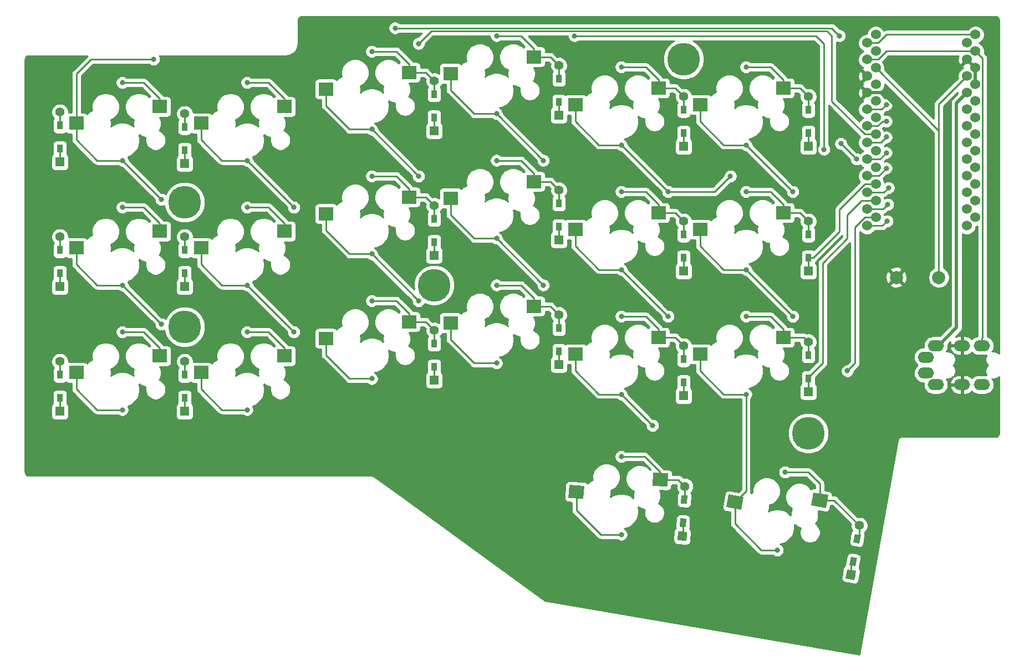
<source format=gbr>
G04 #@! TF.GenerationSoftware,KiCad,Pcbnew,(5.1.0)-1*
G04 #@! TF.CreationDate,2019-05-16T01:00:00+08:00*
G04 #@! TF.ProjectId,Shinkai,5368696e-6b61-4692-9e6b-696361645f70,rev?*
G04 #@! TF.SameCoordinates,Original*
G04 #@! TF.FileFunction,Copper,L2,Bot*
G04 #@! TF.FilePolarity,Positive*
%FSLAX46Y46*%
G04 Gerber Fmt 4.6, Leading zero omitted, Abs format (unit mm)*
G04 Created by KiCad (PCBNEW (5.1.0)-1) date 2019-05-16 01:00:00*
%MOMM*%
%LPD*%
G04 APERTURE LIST*
%ADD10C,5.000000*%
%ADD11C,2.000000*%
%ADD12C,0.100000*%
%ADD13C,1.397000*%
%ADD14R,1.397000X1.397000*%
%ADD15R,0.950000X1.300000*%
%ADD16C,0.950000*%
%ADD17O,2.500000X1.700000*%
%ADD18R,2.300000X2.000000*%
%ADD19C,1.524000*%
%ADD20C,0.800000*%
%ADD21C,0.250000*%
%ADD22C,0.500000*%
%ADD23C,0.254000*%
G04 APERTURE END LIST*
D10*
X104775440Y-121875000D03*
X142875600Y-115491110D03*
X104775440Y-102825000D03*
X200025840Y-138113080D03*
X180975760Y-80962840D03*
D11*
X201764983Y-148347579D03*
D12*
G36*
X203071160Y-147562467D02*
G01*
X202723864Y-149532082D01*
X200458806Y-149132691D01*
X200806102Y-147163076D01*
X203071160Y-147562467D01*
X203071160Y-147562467D01*
G37*
D11*
X188816858Y-148643659D03*
D12*
G36*
X190123035Y-147858547D02*
G01*
X189775739Y-149828162D01*
X187510681Y-149428771D01*
X187857977Y-147459156D01*
X190123035Y-147858547D01*
X190123035Y-147858547D01*
G37*
D13*
X85725360Y-89059140D03*
D14*
X85725360Y-96679140D03*
D15*
X85725360Y-94644140D03*
X85725360Y-91094140D03*
D13*
X85725360Y-108109220D03*
D14*
X85725360Y-115729220D03*
D15*
X85725360Y-113694220D03*
X85725360Y-110144220D03*
D13*
X85725360Y-127159300D03*
D14*
X85725360Y-134779300D03*
D15*
X85725360Y-132744300D03*
X85725360Y-129194300D03*
D13*
X104775440Y-89297250D03*
D14*
X104775440Y-96917250D03*
D15*
X104775440Y-94882250D03*
X104775440Y-91332250D03*
X104775440Y-110144220D03*
X104775440Y-113694220D03*
D14*
X104775440Y-115729220D03*
D13*
X104775440Y-108109220D03*
D15*
X104775440Y-129194300D03*
X104775440Y-132744300D03*
D14*
X104775440Y-134779300D03*
D13*
X104775440Y-127159300D03*
D15*
X142875600Y-86331620D03*
X142875600Y-89881620D03*
D14*
X142875600Y-91916620D03*
D13*
X142875600Y-84296620D03*
X142875600Y-103346700D03*
D14*
X142875600Y-110966700D03*
D15*
X142875600Y-108931700D03*
X142875600Y-105381700D03*
D13*
X142875600Y-122396780D03*
D14*
X142875600Y-130016780D03*
D15*
X142875600Y-127981780D03*
X142875600Y-124431780D03*
X161925680Y-83950360D03*
X161925680Y-87500360D03*
D14*
X161925680Y-89535360D03*
D13*
X161925680Y-81915360D03*
D15*
X161925680Y-103000440D03*
X161925680Y-106550440D03*
D14*
X161925680Y-108585440D03*
D13*
X161925680Y-100965440D03*
D15*
X161925680Y-122050520D03*
X161925680Y-125600520D03*
D14*
X161925680Y-127635520D03*
D13*
X161925680Y-120015520D03*
X180975760Y-86677880D03*
D14*
X180975760Y-94297880D03*
D15*
X180975760Y-92262880D03*
X180975760Y-88712880D03*
D13*
X180975760Y-105727960D03*
D14*
X180975760Y-113347960D03*
D15*
X180975760Y-111312960D03*
X180975760Y-107762960D03*
D13*
X180975760Y-124778040D03*
D14*
X180975760Y-132398040D03*
D15*
X180975760Y-130363040D03*
X180975760Y-126813040D03*
D13*
X181175160Y-146214601D03*
X180776360Y-153824159D03*
D12*
G36*
X181437346Y-154558258D02*
G01*
X180042261Y-154485145D01*
X180115374Y-153090060D01*
X181510459Y-153163173D01*
X181437346Y-154558258D01*
X181437346Y-154558258D01*
G37*
D16*
X180882864Y-151791947D03*
D12*
G36*
X181323195Y-152465916D02*
G01*
X180374497Y-152416197D01*
X180442533Y-151117978D01*
X181391231Y-151167697D01*
X181323195Y-152465916D01*
X181323195Y-152465916D01*
G37*
D16*
X181068656Y-148246813D03*
D12*
G36*
X181508987Y-148920782D02*
G01*
X180560289Y-148871063D01*
X180628325Y-147572844D01*
X181577023Y-147622563D01*
X181508987Y-148920782D01*
X181508987Y-148920782D01*
G37*
D15*
X200025840Y-88712880D03*
X200025840Y-92262880D03*
D14*
X200025840Y-94297880D03*
D13*
X200025840Y-86677880D03*
D15*
X200025840Y-107762960D03*
X200025840Y-111312960D03*
D14*
X200025840Y-113347960D03*
D13*
X200025840Y-105727960D03*
D15*
X200025840Y-126206780D03*
X200025840Y-129756780D03*
D14*
X200025840Y-131791780D03*
D13*
X200025840Y-124171780D03*
D16*
X207477846Y-154224496D03*
D12*
G36*
X207832758Y-154947104D02*
G01*
X206897191Y-154782138D01*
X207122934Y-153501888D01*
X208058501Y-153666854D01*
X207832758Y-154947104D01*
X207832758Y-154947104D01*
G37*
D16*
X206861394Y-157720564D03*
D12*
G36*
X207216306Y-158443172D02*
G01*
X206280739Y-158278206D01*
X206506482Y-156997956D01*
X207442049Y-157162922D01*
X207216306Y-158443172D01*
X207216306Y-158443172D01*
G37*
D13*
X206508020Y-159724648D03*
D12*
G36*
X207074615Y-160533829D02*
G01*
X205698839Y-160291243D01*
X205941425Y-158915467D01*
X207317201Y-159158053D01*
X207074615Y-160533829D01*
X207074615Y-160533829D01*
G37*
D13*
X207831220Y-152220412D03*
D17*
X219491590Y-124738040D03*
X217991590Y-128938040D03*
X226491590Y-124738040D03*
X223491590Y-124738040D03*
X226491590Y-130688040D03*
X223491590Y-130688040D03*
X219491590Y-130688040D03*
X217991590Y-126488040D03*
D18*
X100950000Y-88205000D03*
X88250000Y-90745000D03*
X88250000Y-109795000D03*
X100950000Y-107255000D03*
X100950000Y-126305000D03*
X88250000Y-128845000D03*
X120000000Y-88205000D03*
X107300000Y-90745000D03*
X120000000Y-107255000D03*
X107300000Y-109795000D03*
X107300000Y-128845000D03*
X120000000Y-126305000D03*
X126350000Y-85526250D03*
X139050000Y-82986250D03*
X126350000Y-104576250D03*
X139050000Y-102036250D03*
X139050000Y-121086250D03*
X126350000Y-123626250D03*
X158100000Y-80605000D03*
X145400000Y-83145000D03*
X158100000Y-99655000D03*
X145400000Y-102195000D03*
X145400000Y-121245000D03*
X158100000Y-118705000D03*
X164450000Y-87907500D03*
X177150000Y-85367500D03*
X164450000Y-106957500D03*
X177150000Y-104417500D03*
X177150000Y-123467500D03*
X164450000Y-126007500D03*
D11*
X177410148Y-145204082D03*
D12*
G36*
X178610908Y-144265639D02*
G01*
X178506236Y-146262898D01*
X176209388Y-146142525D01*
X176314060Y-144145266D01*
X178610908Y-144265639D01*
X178610908Y-144265639D01*
G37*
D11*
X164594620Y-147075934D03*
D12*
G36*
X165795380Y-146137491D02*
G01*
X165690708Y-148134750D01*
X163393860Y-148014377D01*
X163498532Y-146017118D01*
X165795380Y-146137491D01*
X165795380Y-146137491D01*
G37*
D18*
X196200000Y-85367500D03*
X183500000Y-87907500D03*
X183500000Y-106957500D03*
X196200000Y-104417500D03*
X183500000Y-126007500D03*
X196200000Y-123467500D03*
D11*
X213444660Y-114300480D03*
X219944660Y-114300480D03*
D19*
X210321690Y-77200510D03*
X210321690Y-79740510D03*
X210321690Y-82280510D03*
X210321690Y-84820510D03*
X210321690Y-87360510D03*
X210321690Y-89900510D03*
X210321690Y-92440510D03*
X210321690Y-94980510D03*
X210321690Y-97520510D03*
X210321690Y-100060510D03*
X210321690Y-102600510D03*
X210321690Y-105140510D03*
X225541690Y-105140510D03*
X225541690Y-102600510D03*
X225541690Y-100060510D03*
X225541690Y-97520510D03*
X225541690Y-94980510D03*
X225541690Y-92440510D03*
X225541690Y-89900510D03*
X225541690Y-87360510D03*
X225541690Y-84820510D03*
X225541690Y-82280510D03*
X225541690Y-79740510D03*
X225541690Y-77200510D03*
X208995290Y-78470510D03*
X208995290Y-81010510D03*
X208995290Y-83550510D03*
X208995290Y-86090510D03*
X208995290Y-88630510D03*
X208995290Y-91170510D03*
X208995290Y-93710510D03*
X208995290Y-96250510D03*
X208995290Y-98790510D03*
X208995290Y-101330510D03*
X208995290Y-103870510D03*
X208995290Y-106410510D03*
X224235290Y-106410510D03*
X224235290Y-103870510D03*
X224235290Y-101330510D03*
X224235290Y-98790510D03*
X224235290Y-96250510D03*
X224235290Y-93710510D03*
X224235290Y-91170510D03*
X224235290Y-88630510D03*
X224235290Y-86090510D03*
X224235290Y-83550510D03*
X224235290Y-81010510D03*
X224235290Y-78470510D03*
D20*
X95250400Y-84534730D03*
X204992074Y-93856056D03*
X207373334Y-96237316D03*
X95250400Y-103584810D03*
X95250400Y-122634890D03*
X114300480Y-84534730D03*
X114300480Y-103584810D03*
X114300480Y-122634890D03*
X133350560Y-79772210D03*
X133350560Y-98822290D03*
X133350560Y-117872370D03*
X152400640Y-77390950D03*
X152400640Y-96441030D03*
X152400640Y-115491110D03*
X171450720Y-82153470D03*
X171450720Y-101203550D03*
X171450720Y-120253630D03*
X171450720Y-141684970D03*
X205978990Y-128588040D03*
X190500800Y-82153470D03*
X190500800Y-101203550D03*
X190500800Y-120253630D03*
X196453950Y-144066230D03*
X95250400Y-96441030D03*
X95250400Y-115491110D03*
X95250400Y-134541190D03*
X100012920Y-80962840D03*
X101203550Y-102394180D03*
X101203550Y-121444260D03*
X114300480Y-96441030D03*
X114300480Y-115491110D03*
X114300480Y-134541190D03*
X121444260Y-103584810D03*
X121444260Y-122634890D03*
X136922450Y-76200320D03*
X204788360Y-77390950D03*
X133350560Y-91678510D03*
X133350560Y-110728590D03*
X133350560Y-129778670D03*
X140494340Y-98822290D03*
X140494340Y-117872370D03*
X140494340Y-78581580D03*
X152400640Y-108347330D03*
X152400640Y-127397410D03*
X152400640Y-89297250D03*
X159544420Y-96441030D03*
X159544420Y-115491110D03*
X164306940Y-77390950D03*
X202407100Y-94742320D03*
X212270993Y-100605510D03*
X171450720Y-94059770D03*
X171450720Y-113109850D03*
X171450720Y-153591270D03*
X171450720Y-132159930D03*
X178594500Y-101203550D03*
X178594500Y-120253630D03*
X188119540Y-98822290D03*
X212147050Y-103145510D03*
X176213240Y-136922450D03*
X190500800Y-94059770D03*
X190500800Y-113109850D03*
X190500800Y-132159930D03*
X197644580Y-101203550D03*
X197644580Y-120253630D03*
X195263320Y-155972530D03*
X212052348Y-105685510D03*
X211932140Y-97631660D03*
X211932140Y-95250400D03*
X211932140Y-92869140D03*
X211932140Y-90445510D03*
X211932140Y-87905510D03*
D21*
X100950000Y-86955000D02*
X100950000Y-88205000D01*
X98529730Y-84534730D02*
X100950000Y-86955000D01*
X95250400Y-84534730D02*
X98529730Y-84534730D01*
X85725360Y-89059140D02*
X85725360Y-91094140D01*
X85725360Y-96679140D02*
X85725360Y-94644140D01*
X104775440Y-94882250D02*
X104775440Y-96917250D01*
X142875600Y-91916620D02*
X142875600Y-89881620D01*
X161925680Y-87500360D02*
X161925680Y-89535360D01*
X200025840Y-92262880D02*
X200025840Y-94297880D01*
X180975760Y-92262880D02*
X180975760Y-94297880D01*
X204992074Y-93856056D02*
X207373334Y-96237316D01*
X100950000Y-106005000D02*
X100950000Y-107255000D01*
X98529810Y-103584810D02*
X100950000Y-106005000D01*
X95250400Y-103584810D02*
X98529810Y-103584810D01*
X85725360Y-108109220D02*
X85725360Y-110144220D01*
X85725360Y-113694220D02*
X85725360Y-115729220D01*
X104775440Y-113694220D02*
X104775440Y-115729220D01*
X142875600Y-110966700D02*
X142875600Y-108931700D01*
X161925680Y-108585440D02*
X161925680Y-106550440D01*
X180975760Y-111312960D02*
X180975760Y-113347960D01*
X200025840Y-111312960D02*
X200025840Y-113347960D01*
X200750840Y-111312960D02*
X204788360Y-107275440D01*
X200025840Y-111312960D02*
X200750840Y-111312960D01*
X208656528Y-100060510D02*
X210321690Y-100060510D01*
X204788360Y-103928678D02*
X208656528Y-100060510D01*
X204788360Y-107275440D02*
X204788360Y-103928678D01*
X100950000Y-125055000D02*
X100950000Y-126305000D01*
X98529890Y-122634890D02*
X100950000Y-125055000D01*
X95250400Y-122634890D02*
X98529890Y-122634890D01*
X85725360Y-127159300D02*
X85725360Y-129194300D01*
X85725360Y-134779300D02*
X85725360Y-132744300D01*
X104775440Y-134779300D02*
X104775440Y-132744300D01*
X142875600Y-127981780D02*
X142875600Y-130016780D01*
X200025840Y-131791780D02*
X200025840Y-129756780D01*
X180975760Y-130363040D02*
X180975760Y-132398040D01*
X161925680Y-125600520D02*
X161925680Y-127635520D01*
X200025840Y-129756780D02*
X200025840Y-129581780D01*
X208656528Y-102600510D02*
X210321690Y-102600510D01*
X200025840Y-129581780D02*
X202210210Y-127397410D01*
X202210210Y-127397410D02*
X202210210Y-112116110D01*
X202210210Y-112116110D02*
X205978990Y-108347330D01*
X205978990Y-108347330D02*
X205978990Y-104775440D01*
X208153920Y-102600510D02*
X210321690Y-102600510D01*
X205978990Y-104775440D02*
X208153920Y-102600510D01*
X104775440Y-89297250D02*
X104775440Y-91332250D01*
X120000000Y-86955000D02*
X120000000Y-88205000D01*
X117579730Y-84534730D02*
X120000000Y-86955000D01*
X114300480Y-84534730D02*
X117579730Y-84534730D01*
X104775440Y-108109220D02*
X104775440Y-110144220D01*
X120000000Y-106005000D02*
X120000000Y-107255000D01*
X117579810Y-103584810D02*
X120000000Y-106005000D01*
X114300480Y-103584810D02*
X117579810Y-103584810D01*
X104775440Y-127159300D02*
X104775440Y-129194300D01*
X120000000Y-125055000D02*
X120000000Y-126305000D01*
X117579890Y-122634890D02*
X120000000Y-125055000D01*
X114300480Y-122634890D02*
X117579890Y-122634890D01*
X139050000Y-81736250D02*
X139050000Y-82986250D01*
X137085960Y-79772210D02*
X139050000Y-81736250D01*
X133350560Y-79772210D02*
X137085960Y-79772210D01*
X141565230Y-82986250D02*
X142875600Y-84296620D01*
X139050000Y-82986250D02*
X141565230Y-82986250D01*
X142875600Y-84296620D02*
X142875600Y-86331620D01*
X139050000Y-100786250D02*
X139050000Y-102036250D01*
X137086040Y-98822290D02*
X139050000Y-100786250D01*
X133350560Y-98822290D02*
X137086040Y-98822290D01*
X141565150Y-102036250D02*
X142875600Y-103346700D01*
X139050000Y-102036250D02*
X141565150Y-102036250D01*
X142875600Y-103346700D02*
X142875600Y-105381700D01*
X139050000Y-119836250D02*
X139050000Y-121086250D01*
X137086120Y-117872370D02*
X139050000Y-119836250D01*
X133350560Y-117872370D02*
X137086120Y-117872370D01*
X141565070Y-121086250D02*
X142875600Y-122396780D01*
X139050000Y-121086250D02*
X141565070Y-121086250D01*
X142875600Y-122396780D02*
X142875600Y-124431780D01*
X158100000Y-79355000D02*
X158100000Y-80605000D01*
X156135950Y-77390950D02*
X158100000Y-79355000D01*
X152400640Y-77390950D02*
X156135950Y-77390950D01*
X161925680Y-81915360D02*
X161925680Y-83950360D01*
X160615320Y-80605000D02*
X161925680Y-81915360D01*
X158100000Y-80605000D02*
X160615320Y-80605000D01*
X160615240Y-99655000D02*
X161925680Y-100965440D01*
X158100000Y-99655000D02*
X160615240Y-99655000D01*
X161925680Y-100965440D02*
X161925680Y-103000440D01*
X158100000Y-98405000D02*
X158100000Y-99655000D01*
X156136030Y-96441030D02*
X158100000Y-98405000D01*
X152400640Y-96441030D02*
X156136030Y-96441030D01*
X158100000Y-117455000D02*
X158100000Y-118705000D01*
X156136110Y-115491110D02*
X158100000Y-117455000D01*
X152400640Y-115491110D02*
X156136110Y-115491110D01*
X160615160Y-118705000D02*
X161925680Y-120015520D01*
X158100000Y-118705000D02*
X160615160Y-118705000D01*
X161925680Y-120015520D02*
X161925680Y-122050520D01*
X179665380Y-85367500D02*
X180975760Y-86677880D01*
X177150000Y-85367500D02*
X179665380Y-85367500D01*
X180975760Y-86677880D02*
X180975760Y-88712880D01*
X177150000Y-84117500D02*
X177150000Y-85367500D01*
X175185970Y-82153470D02*
X177150000Y-84117500D01*
X171450720Y-82153470D02*
X175185970Y-82153470D01*
X179665300Y-104417500D02*
X180975760Y-105727960D01*
X177150000Y-104417500D02*
X179665300Y-104417500D01*
X180975760Y-105727960D02*
X180975760Y-107762960D01*
X177150000Y-103167500D02*
X177150000Y-104417500D01*
X175186050Y-101203550D02*
X177150000Y-103167500D01*
X171450720Y-101203550D02*
X175186050Y-101203550D01*
X179665220Y-123467500D02*
X180975760Y-124778040D01*
X177150000Y-123467500D02*
X179665220Y-123467500D01*
X180975760Y-124778040D02*
X180975760Y-126813040D01*
X177150000Y-122217500D02*
X177150000Y-123467500D01*
X175186130Y-120253630D02*
X177150000Y-122217500D01*
X171450720Y-120253630D02*
X175186130Y-120253630D01*
X181175160Y-148140309D02*
X181068656Y-148246813D01*
X181175160Y-146214601D02*
X181175160Y-148140309D01*
X180164641Y-145204082D02*
X181175160Y-146214601D01*
X177410148Y-145204082D02*
X180164641Y-145204082D01*
X177410148Y-144072508D02*
X177410148Y-145204082D01*
X171450720Y-141684970D02*
X175022610Y-141684970D01*
X175022610Y-141684970D02*
X177410148Y-144072508D01*
X206508020Y-158073938D02*
X206861394Y-157720564D01*
X206508020Y-159724648D02*
X206508020Y-158073938D01*
X180882864Y-153717655D02*
X180776360Y-153824159D01*
X180882864Y-151791947D02*
X180882864Y-153717655D01*
X208656528Y-105140510D02*
X210321690Y-105140510D01*
X207169620Y-109537960D02*
X207169620Y-106627418D01*
X207169620Y-106627418D02*
X208656528Y-105140510D01*
X207169620Y-127397410D02*
X207169620Y-106627418D01*
X205978990Y-128588040D02*
X207169620Y-127397410D01*
X198715460Y-85367500D02*
X200025840Y-86677880D01*
X196200000Y-85367500D02*
X198715460Y-85367500D01*
X200025840Y-86677880D02*
X200025840Y-88712880D01*
X196200000Y-84117500D02*
X196200000Y-85367500D01*
X194235970Y-82153470D02*
X196200000Y-84117500D01*
X190500800Y-82153470D02*
X194235970Y-82153470D01*
X198715380Y-104417500D02*
X200025840Y-105727960D01*
X196200000Y-104417500D02*
X198715380Y-104417500D01*
X200025840Y-105727960D02*
X200025840Y-107762960D01*
X196200000Y-103167500D02*
X196200000Y-104417500D01*
X194236050Y-101203550D02*
X196200000Y-103167500D01*
X190500800Y-101203550D02*
X194236050Y-101203550D01*
X199321560Y-123467500D02*
X200025840Y-124171780D01*
X196200000Y-123467500D02*
X199321560Y-123467500D01*
X200025840Y-126206780D02*
X200025840Y-124171780D01*
X196200000Y-122217500D02*
X196200000Y-123467500D01*
X194236130Y-120253630D02*
X196200000Y-122217500D01*
X190500800Y-120253630D02*
X194236130Y-120253630D01*
X207831220Y-153871122D02*
X207477846Y-154224496D01*
X207831220Y-152220412D02*
X207831220Y-153871122D01*
X203958387Y-148347579D02*
X207831220Y-152220412D01*
X201764983Y-148347579D02*
X203958387Y-148347579D01*
X201764983Y-145805373D02*
X201764983Y-148347579D01*
X196453950Y-144066230D02*
X200025840Y-144066230D01*
X200025840Y-144066230D02*
X201764983Y-145805373D01*
D22*
X219891590Y-124738040D02*
X222647810Y-121981820D01*
X219491590Y-124738040D02*
X219891590Y-124738040D01*
X222647810Y-87677990D02*
X224235290Y-86090510D01*
X222647810Y-121981820D02*
X222647810Y-87677990D01*
D21*
X210660452Y-81010510D02*
X208995290Y-81010510D01*
X211930452Y-79740510D02*
X210660452Y-81010510D01*
X225541690Y-79740510D02*
X211930452Y-79740510D01*
X226640462Y-80839282D02*
X226303689Y-80502509D01*
X226303689Y-80502509D02*
X225541690Y-79740510D01*
X226628691Y-80827511D02*
X226303689Y-80502509D01*
X226628691Y-123500939D02*
X226628691Y-80827511D01*
X226491590Y-123638040D02*
X226628691Y-123500939D01*
X226491590Y-124738040D02*
X226491590Y-123638040D01*
D22*
X225541690Y-82280510D02*
X225541690Y-84820510D01*
X211375142Y-86090510D02*
X208995290Y-86090510D01*
X214444659Y-89160027D02*
X211375142Y-86090510D01*
X214444659Y-113300481D02*
X214444659Y-89160027D01*
X213444660Y-114300480D02*
X214444659Y-113300481D01*
D21*
X88250000Y-93292002D02*
X88250000Y-90745000D01*
X91399028Y-96441030D02*
X88250000Y-93292002D01*
X95250400Y-96441030D02*
X91399028Y-96441030D01*
X91399108Y-115491110D02*
X95250400Y-115491110D01*
X88250000Y-109795000D02*
X88250000Y-112342002D01*
X88250000Y-112342002D02*
X91399108Y-115491110D01*
X91399188Y-134541190D02*
X95250400Y-134541190D01*
X88250000Y-128845000D02*
X88250000Y-131392002D01*
X88250000Y-131392002D02*
X91399188Y-134541190D01*
X88250000Y-90745000D02*
X88250000Y-83200720D01*
X88250000Y-83200720D02*
X90487880Y-80962840D01*
X90487880Y-80962840D02*
X100012920Y-80962840D01*
X95250400Y-96441030D02*
X101203550Y-102394180D01*
X95250400Y-115491110D02*
X101203550Y-121444260D01*
X107300000Y-93292002D02*
X110449028Y-96441030D01*
X107300000Y-90745000D02*
X107300000Y-93292002D01*
X110449028Y-96441030D02*
X114300480Y-96441030D01*
X110449108Y-115491110D02*
X114300480Y-115491110D01*
X107300000Y-109795000D02*
X107300000Y-112342002D01*
X107300000Y-112342002D02*
X110449108Y-115491110D01*
X110449188Y-134541190D02*
X114300480Y-134541190D01*
X107300000Y-128845000D02*
X107300000Y-131392002D01*
X107300000Y-131392002D02*
X110449188Y-134541190D01*
X114300480Y-96441030D02*
X121444260Y-103584810D01*
X114300480Y-115491110D02*
X121444260Y-122634890D01*
X203597730Y-76200320D02*
X204788360Y-77390950D01*
X136922450Y-76200320D02*
X203597730Y-76200320D01*
X126350000Y-88073252D02*
X129955258Y-91678510D01*
X126350000Y-85526250D02*
X126350000Y-88073252D01*
X129955258Y-91678510D02*
X133350560Y-91678510D01*
X126350000Y-107123252D02*
X129955338Y-110728590D01*
X126350000Y-104576250D02*
X126350000Y-107123252D01*
X129955338Y-110728590D02*
X133350560Y-110728590D01*
X129955418Y-129778670D02*
X133350560Y-129778670D01*
X126350000Y-123626250D02*
X126350000Y-126173252D01*
X126350000Y-126173252D02*
X129955418Y-129778670D01*
X133350560Y-91678510D02*
X140494340Y-98822290D01*
X133350560Y-110728590D02*
X140494340Y-117872370D01*
X202872729Y-76665949D02*
X203597730Y-77390950D01*
X208656528Y-92440510D02*
X210321690Y-92440510D01*
X203597730Y-77390950D02*
X203597730Y-87381712D01*
X203597730Y-87381712D02*
X208656528Y-92440510D01*
X140494340Y-78581580D02*
X142409971Y-76665949D01*
X142409971Y-76665949D02*
X202872729Y-76665949D01*
X145400000Y-85692002D02*
X149005248Y-89297250D01*
X145400000Y-83145000D02*
X145400000Y-85692002D01*
X149005328Y-108347330D02*
X152400640Y-108347330D01*
X145400000Y-102195000D02*
X145400000Y-104742002D01*
X145400000Y-104742002D02*
X149005328Y-108347330D01*
X145400000Y-123792002D02*
X149005408Y-127397410D01*
X145400000Y-121245000D02*
X145400000Y-123792002D01*
X149005408Y-127397410D02*
X152400640Y-127397410D01*
X149005248Y-89297250D02*
X152400640Y-89297250D01*
X152400640Y-89297250D02*
X159544420Y-96441030D01*
X152400640Y-108347330D02*
X159544420Y-115491110D01*
X164306940Y-77390950D02*
X201216470Y-77390950D01*
X201216470Y-77390950D02*
X202407100Y-78581580D01*
X202407100Y-78581580D02*
X202407100Y-94742320D01*
X211545993Y-101330510D02*
X208995290Y-101330510D01*
X212270993Y-100605510D02*
X211545993Y-101330510D01*
X168055268Y-94059770D02*
X171450720Y-94059770D01*
X164450000Y-87907500D02*
X164450000Y-90454502D01*
X164450000Y-90454502D02*
X168055268Y-94059770D01*
X164450000Y-109504502D02*
X168055348Y-113109850D01*
X164450000Y-106957500D02*
X164450000Y-109504502D01*
X168055348Y-113109850D02*
X171450720Y-113109850D01*
X168328347Y-153591270D02*
X171450720Y-153591270D01*
X164594620Y-147075934D02*
X164594620Y-149857543D01*
X164594620Y-149857543D02*
X168328347Y-153591270D01*
X164450000Y-128554502D02*
X168055428Y-132159930D01*
X164450000Y-126007500D02*
X164450000Y-128554502D01*
X168055428Y-132159930D02*
X171450720Y-132159930D01*
X171450720Y-94059770D02*
X178594500Y-101203550D01*
X171450720Y-113109850D02*
X178594500Y-120253630D01*
X178594500Y-101203550D02*
X185738280Y-101203550D01*
X185738280Y-101203550D02*
X188119540Y-98822290D01*
X211422050Y-103870510D02*
X208995290Y-103870510D01*
X212147050Y-103145510D02*
X211422050Y-103870510D01*
X171450720Y-132159930D02*
X176213240Y-136922450D01*
X183500000Y-90454502D02*
X187105268Y-94059770D01*
X183500000Y-87907500D02*
X183500000Y-90454502D01*
X187105268Y-94059770D02*
X190500800Y-94059770D01*
X183500000Y-109504502D02*
X187105348Y-113109850D01*
X183500000Y-106957500D02*
X183500000Y-109504502D01*
X187105348Y-113109850D02*
X190500800Y-113109850D01*
X183500000Y-128554502D02*
X187105428Y-132159930D01*
X183500000Y-126007500D02*
X183500000Y-128554502D01*
X187105428Y-132159930D02*
X190500800Y-132159930D01*
X190500800Y-94059770D02*
X197644580Y-101203550D01*
X190500800Y-113109850D02*
X197644580Y-120253630D01*
X192827338Y-155972530D02*
X195263320Y-155972530D01*
X188816858Y-148643659D02*
X188816858Y-151962050D01*
X188816858Y-151962050D02*
X192827338Y-155972530D01*
X211327348Y-106410510D02*
X208995290Y-106410510D01*
X212052348Y-105685510D02*
X211327348Y-106410510D01*
X190500800Y-146959717D02*
X188816858Y-148643659D01*
X190500800Y-132159930D02*
X190500800Y-146959717D01*
X219944660Y-91903480D02*
X210321690Y-82280510D01*
X219944660Y-114300480D02*
X219944660Y-91903480D01*
X219944660Y-87841140D02*
X224235290Y-83550510D01*
X219944660Y-91903480D02*
X219944660Y-87841140D01*
X210773290Y-98790510D02*
X208995290Y-98790510D01*
X211932140Y-97631660D02*
X210773290Y-98790510D01*
X210932030Y-96250510D02*
X208995290Y-96250510D01*
X211932140Y-95250400D02*
X210932030Y-96250510D01*
X211090770Y-93710510D02*
X208995290Y-93710510D01*
X211932140Y-92869140D02*
X211090770Y-93710510D01*
X210641455Y-91170510D02*
X208995290Y-91170510D01*
X211366455Y-90445510D02*
X210641455Y-91170510D01*
X211932140Y-90445510D02*
X211366455Y-90445510D01*
X211207140Y-88630510D02*
X208995290Y-88630510D01*
X211932140Y-87905510D02*
X211207140Y-88630510D01*
X210660452Y-78470510D02*
X208995290Y-78470510D01*
X211930452Y-77200510D02*
X210660452Y-78470510D01*
X225541690Y-77200510D02*
X211930452Y-77200510D01*
D23*
G36*
X228703412Y-74492270D02*
G01*
X228801962Y-74522025D01*
X228892856Y-74570354D01*
X228972629Y-74635416D01*
X229038249Y-74714737D01*
X229087210Y-74805288D01*
X229117651Y-74903627D01*
X229131590Y-75036247D01*
X229131591Y-125931487D01*
X229078857Y-125878753D01*
X228876582Y-125743597D01*
X228651826Y-125650500D01*
X228413227Y-125603040D01*
X228169953Y-125603040D01*
X228089655Y-125619012D01*
X228132296Y-125567054D01*
X228270189Y-125309074D01*
X228355103Y-125029151D01*
X228383775Y-124738040D01*
X228355103Y-124446929D01*
X228270189Y-124167006D01*
X228132296Y-123909026D01*
X227946724Y-123682906D01*
X227720604Y-123497334D01*
X227462624Y-123359441D01*
X227388691Y-123337014D01*
X227388691Y-80990816D01*
X227389464Y-80988268D01*
X227404138Y-80839282D01*
X227389464Y-80690296D01*
X227346008Y-80547035D01*
X227275436Y-80415006D01*
X227204261Y-80328280D01*
X227192495Y-80316514D01*
X227168692Y-80287510D01*
X227139688Y-80263707D01*
X226908062Y-80032081D01*
X226938690Y-79878102D01*
X226938690Y-79602918D01*
X226885004Y-79333020D01*
X226779695Y-79078783D01*
X226626810Y-78849975D01*
X226432225Y-78655390D01*
X226203417Y-78502505D01*
X226126175Y-78470510D01*
X226203417Y-78438515D01*
X226432225Y-78285630D01*
X226626810Y-78091045D01*
X226779695Y-77862237D01*
X226885004Y-77608000D01*
X226938690Y-77338102D01*
X226938690Y-77062918D01*
X226885004Y-76793020D01*
X226779695Y-76538783D01*
X226626810Y-76309975D01*
X226432225Y-76115390D01*
X226203417Y-75962505D01*
X225949180Y-75857196D01*
X225679282Y-75803510D01*
X225404098Y-75803510D01*
X225134200Y-75857196D01*
X224879963Y-75962505D01*
X224651155Y-76115390D01*
X224456570Y-76309975D01*
X224369349Y-76440510D01*
X211967774Y-76440510D01*
X211930451Y-76436834D01*
X211893128Y-76440510D01*
X211893119Y-76440510D01*
X211781466Y-76451507D01*
X211638205Y-76494964D01*
X211558782Y-76537417D01*
X211406810Y-76309975D01*
X211212225Y-76115390D01*
X210983417Y-75962505D01*
X210729180Y-75857196D01*
X210459282Y-75803510D01*
X210184098Y-75803510D01*
X209914200Y-75857196D01*
X209659963Y-75962505D01*
X209431155Y-76115390D01*
X209236570Y-76309975D01*
X209083685Y-76538783D01*
X208978376Y-76793020D01*
X208924690Y-77062918D01*
X208924690Y-77073510D01*
X208857698Y-77073510D01*
X208587800Y-77127196D01*
X208333563Y-77232505D01*
X208104755Y-77385390D01*
X207910170Y-77579975D01*
X207757285Y-77808783D01*
X207651976Y-78063020D01*
X207598290Y-78332918D01*
X207598290Y-78608102D01*
X207651976Y-78878000D01*
X207757285Y-79132237D01*
X207910170Y-79361045D01*
X208104755Y-79555630D01*
X208333563Y-79708515D01*
X208410805Y-79740510D01*
X208333563Y-79772505D01*
X208104755Y-79925390D01*
X207910170Y-80119975D01*
X207757285Y-80348783D01*
X207651976Y-80603020D01*
X207598290Y-80872918D01*
X207598290Y-81148102D01*
X207651976Y-81418000D01*
X207757285Y-81672237D01*
X207910170Y-81901045D01*
X208104755Y-82095630D01*
X208333563Y-82248515D01*
X208405233Y-82278202D01*
X208392267Y-82282874D01*
X208276310Y-82344854D01*
X208209330Y-82584945D01*
X208995290Y-83370905D01*
X209009433Y-83356763D01*
X209189038Y-83536368D01*
X209174895Y-83550510D01*
X209189038Y-83564653D01*
X209009433Y-83744258D01*
X208995290Y-83730115D01*
X208209330Y-84516075D01*
X208276310Y-84756166D01*
X208406934Y-84817589D01*
X208392267Y-84822874D01*
X208276310Y-84884854D01*
X208209330Y-85124945D01*
X208995290Y-85910905D01*
X209009433Y-85896763D01*
X209189038Y-86076368D01*
X209174895Y-86090510D01*
X209189038Y-86104653D01*
X209009433Y-86284258D01*
X208995290Y-86270115D01*
X208209330Y-87056075D01*
X208276310Y-87296166D01*
X208412050Y-87359995D01*
X208333563Y-87392505D01*
X208104755Y-87545390D01*
X207910170Y-87739975D01*
X207757285Y-87968783D01*
X207651976Y-88223020D01*
X207598290Y-88492918D01*
X207598290Y-88768102D01*
X207651976Y-89038000D01*
X207757285Y-89292237D01*
X207910170Y-89521045D01*
X208104755Y-89715630D01*
X208333563Y-89868515D01*
X208410805Y-89900510D01*
X208333563Y-89932505D01*
X208104755Y-90085390D01*
X207910170Y-90279975D01*
X207774235Y-90483415D01*
X204357730Y-87066911D01*
X204357730Y-86162527D01*
X207593380Y-86162527D01*
X207634368Y-86434643D01*
X207727654Y-86693533D01*
X207789634Y-86809490D01*
X208029725Y-86876470D01*
X208815685Y-86090510D01*
X208029725Y-85304550D01*
X207789634Y-85371530D01*
X207672534Y-85620558D01*
X207606267Y-85887645D01*
X207593380Y-86162527D01*
X204357730Y-86162527D01*
X204357730Y-83622527D01*
X207593380Y-83622527D01*
X207634368Y-83894643D01*
X207727654Y-84153533D01*
X207789634Y-84269490D01*
X208029725Y-84336470D01*
X208815685Y-83550510D01*
X208029725Y-82764550D01*
X207789634Y-82831530D01*
X207672534Y-83080558D01*
X207606267Y-83347645D01*
X207593380Y-83622527D01*
X204357730Y-83622527D01*
X204357730Y-78332853D01*
X204486462Y-78386176D01*
X204686421Y-78425950D01*
X204890299Y-78425950D01*
X205090258Y-78386176D01*
X205278616Y-78308155D01*
X205448134Y-78194887D01*
X205592297Y-78050724D01*
X205705565Y-77881206D01*
X205783586Y-77692848D01*
X205823360Y-77492889D01*
X205823360Y-77289011D01*
X205783586Y-77089052D01*
X205705565Y-76900694D01*
X205592297Y-76731176D01*
X205448134Y-76587013D01*
X205278616Y-76473745D01*
X205090258Y-76395724D01*
X204890299Y-76355950D01*
X204828162Y-76355950D01*
X204161534Y-75689323D01*
X204137731Y-75660319D01*
X204022006Y-75565346D01*
X203889977Y-75494774D01*
X203746716Y-75451317D01*
X203635063Y-75440320D01*
X203635052Y-75440320D01*
X203597730Y-75436644D01*
X203560408Y-75440320D01*
X137626161Y-75440320D01*
X137582224Y-75396383D01*
X137412706Y-75283115D01*
X137224348Y-75205094D01*
X137024389Y-75165320D01*
X136820511Y-75165320D01*
X136620552Y-75205094D01*
X136432194Y-75283115D01*
X136262676Y-75396383D01*
X136118513Y-75540546D01*
X136005245Y-75710064D01*
X135927224Y-75898422D01*
X135887450Y-76098381D01*
X135887450Y-76302259D01*
X135927224Y-76502218D01*
X136005245Y-76690576D01*
X136118513Y-76860094D01*
X136262676Y-77004257D01*
X136432194Y-77117525D01*
X136620552Y-77195546D01*
X136820511Y-77235320D01*
X137024389Y-77235320D01*
X137224348Y-77195546D01*
X137412706Y-77117525D01*
X137582224Y-77004257D01*
X137626161Y-76960320D01*
X141040798Y-76960320D01*
X140454539Y-77546580D01*
X140392401Y-77546580D01*
X140192442Y-77586354D01*
X140004084Y-77664375D01*
X139834566Y-77777643D01*
X139690403Y-77921806D01*
X139577135Y-78091324D01*
X139499114Y-78279682D01*
X139459340Y-78479641D01*
X139459340Y-78683519D01*
X139499114Y-78883478D01*
X139577135Y-79071836D01*
X139690403Y-79241354D01*
X139834566Y-79385517D01*
X140004084Y-79498785D01*
X140192442Y-79576806D01*
X140392401Y-79616580D01*
X140596279Y-79616580D01*
X140796238Y-79576806D01*
X140984596Y-79498785D01*
X141154114Y-79385517D01*
X141298277Y-79241354D01*
X141411545Y-79071836D01*
X141489566Y-78883478D01*
X141529340Y-78683519D01*
X141529340Y-78621381D01*
X142724773Y-77425949D01*
X151365640Y-77425949D01*
X151365640Y-77492889D01*
X151405414Y-77692848D01*
X151483435Y-77881206D01*
X151596703Y-78050724D01*
X151740866Y-78194887D01*
X151910384Y-78308155D01*
X152098742Y-78386176D01*
X152298701Y-78425950D01*
X152502579Y-78425950D01*
X152702538Y-78386176D01*
X152890896Y-78308155D01*
X153060414Y-78194887D01*
X153104351Y-78150950D01*
X155821149Y-78150950D01*
X156692706Y-79022508D01*
X156595506Y-79074463D01*
X156498815Y-79153815D01*
X156484998Y-79170652D01*
X156300983Y-78986637D01*
X155951302Y-78752988D01*
X155562756Y-78592047D01*
X155150279Y-78510000D01*
X154729721Y-78510000D01*
X154317244Y-78592047D01*
X153928698Y-78752988D01*
X153579017Y-78986637D01*
X153281637Y-79284017D01*
X153047988Y-79633698D01*
X152887047Y-80022244D01*
X152805000Y-80434721D01*
X152805000Y-80855279D01*
X152887047Y-81267756D01*
X153047988Y-81656302D01*
X153281637Y-82005983D01*
X153579017Y-82303363D01*
X153928698Y-82537012D01*
X154144302Y-82626318D01*
X154075000Y-82974720D01*
X154075000Y-83395278D01*
X154126537Y-83654373D01*
X154111588Y-83639424D01*
X153671825Y-83345583D01*
X153183186Y-83143183D01*
X152664449Y-83040000D01*
X152135551Y-83040000D01*
X151616814Y-83143183D01*
X151128175Y-83345583D01*
X150688412Y-83639424D01*
X150673463Y-83654373D01*
X150725000Y-83395279D01*
X150725000Y-82974721D01*
X150655698Y-82626318D01*
X150871302Y-82537012D01*
X151220983Y-82303363D01*
X151518363Y-82005983D01*
X151752012Y-81656302D01*
X151912953Y-81267756D01*
X151995000Y-80855279D01*
X151995000Y-80434721D01*
X151912953Y-80022244D01*
X151752012Y-79633698D01*
X151518363Y-79284017D01*
X151220983Y-78986637D01*
X150871302Y-78752988D01*
X150482756Y-78592047D01*
X150070279Y-78510000D01*
X149649721Y-78510000D01*
X149237244Y-78592047D01*
X148848698Y-78752988D01*
X148499017Y-78986637D01*
X148201637Y-79284017D01*
X147967988Y-79633698D01*
X147807047Y-80022244D01*
X147725000Y-80434721D01*
X147725000Y-80855279D01*
X147794302Y-81203682D01*
X147578698Y-81292988D01*
X147229017Y-81526637D01*
X147028525Y-81727129D01*
X147001185Y-81693815D01*
X146904494Y-81614463D01*
X146794180Y-81555498D01*
X146674482Y-81519188D01*
X146550000Y-81506928D01*
X144250000Y-81506928D01*
X144125518Y-81519188D01*
X144005820Y-81555498D01*
X143895506Y-81614463D01*
X143798815Y-81693815D01*
X143719463Y-81790506D01*
X143660498Y-81900820D01*
X143624188Y-82020518D01*
X143611928Y-82145000D01*
X143611928Y-83184832D01*
X143507249Y-83114888D01*
X143264568Y-83014366D01*
X143006938Y-82963120D01*
X142744262Y-82963120D01*
X142638032Y-82984251D01*
X142129034Y-82475253D01*
X142105231Y-82446249D01*
X141989506Y-82351276D01*
X141857477Y-82280704D01*
X141714216Y-82237247D01*
X141602563Y-82226250D01*
X141602552Y-82226250D01*
X141565230Y-82222574D01*
X141527908Y-82226250D01*
X140838072Y-82226250D01*
X140838072Y-81986250D01*
X140825812Y-81861768D01*
X140789502Y-81742070D01*
X140730537Y-81631756D01*
X140651185Y-81535065D01*
X140554494Y-81455713D01*
X140444180Y-81396748D01*
X140324482Y-81360438D01*
X140200000Y-81348178D01*
X139704326Y-81348178D01*
X139684974Y-81311973D01*
X139613799Y-81225247D01*
X139590001Y-81196249D01*
X139561004Y-81172452D01*
X137649764Y-79261213D01*
X137625961Y-79232209D01*
X137510236Y-79137236D01*
X137378207Y-79066664D01*
X137234946Y-79023207D01*
X137123293Y-79012210D01*
X137123282Y-79012210D01*
X137085960Y-79008534D01*
X137048638Y-79012210D01*
X134054271Y-79012210D01*
X134010334Y-78968273D01*
X133840816Y-78855005D01*
X133652458Y-78776984D01*
X133452499Y-78737210D01*
X133248621Y-78737210D01*
X133048662Y-78776984D01*
X132860304Y-78855005D01*
X132690786Y-78968273D01*
X132546623Y-79112436D01*
X132433355Y-79281954D01*
X132355334Y-79470312D01*
X132315560Y-79670271D01*
X132315560Y-79874149D01*
X132355334Y-80074108D01*
X132433355Y-80262466D01*
X132546623Y-80431984D01*
X132690786Y-80576147D01*
X132860304Y-80689415D01*
X133048662Y-80767436D01*
X133248621Y-80807210D01*
X133452499Y-80807210D01*
X133652458Y-80767436D01*
X133840816Y-80689415D01*
X134010334Y-80576147D01*
X134054271Y-80532210D01*
X136771159Y-80532210D01*
X137642706Y-81403758D01*
X137545506Y-81455713D01*
X137448815Y-81535065D01*
X137434998Y-81551902D01*
X137250983Y-81367887D01*
X136901302Y-81134238D01*
X136512756Y-80973297D01*
X136100279Y-80891250D01*
X135679721Y-80891250D01*
X135267244Y-80973297D01*
X134878698Y-81134238D01*
X134529017Y-81367887D01*
X134231637Y-81665267D01*
X133997988Y-82014948D01*
X133837047Y-82403494D01*
X133755000Y-82815971D01*
X133755000Y-83236529D01*
X133837047Y-83649006D01*
X133997988Y-84037552D01*
X134231637Y-84387233D01*
X134529017Y-84684613D01*
X134878698Y-84918262D01*
X135094302Y-85007568D01*
X135025000Y-85355970D01*
X135025000Y-85776528D01*
X135076537Y-86035623D01*
X135061588Y-86020674D01*
X134621825Y-85726833D01*
X134133186Y-85524433D01*
X133614449Y-85421250D01*
X133085551Y-85421250D01*
X132566814Y-85524433D01*
X132078175Y-85726833D01*
X131638412Y-86020674D01*
X131623463Y-86035623D01*
X131675000Y-85776529D01*
X131675000Y-85355971D01*
X131605698Y-85007568D01*
X131821302Y-84918262D01*
X132170983Y-84684613D01*
X132468363Y-84387233D01*
X132702012Y-84037552D01*
X132862953Y-83649006D01*
X132945000Y-83236529D01*
X132945000Y-82815971D01*
X132862953Y-82403494D01*
X132702012Y-82014948D01*
X132468363Y-81665267D01*
X132170983Y-81367887D01*
X131821302Y-81134238D01*
X131432756Y-80973297D01*
X131020279Y-80891250D01*
X130599721Y-80891250D01*
X130187244Y-80973297D01*
X129798698Y-81134238D01*
X129449017Y-81367887D01*
X129151637Y-81665267D01*
X128917988Y-82014948D01*
X128757047Y-82403494D01*
X128675000Y-82815971D01*
X128675000Y-83236529D01*
X128744302Y-83584932D01*
X128528698Y-83674238D01*
X128179017Y-83907887D01*
X127978525Y-84108379D01*
X127951185Y-84075065D01*
X127854494Y-83995713D01*
X127744180Y-83936748D01*
X127624482Y-83900438D01*
X127500000Y-83888178D01*
X125200000Y-83888178D01*
X125075518Y-83900438D01*
X124955820Y-83936748D01*
X124845506Y-83995713D01*
X124748815Y-84075065D01*
X124669463Y-84171756D01*
X124610498Y-84282070D01*
X124574188Y-84401768D01*
X124561928Y-84526250D01*
X124561928Y-86526250D01*
X124574188Y-86650732D01*
X124610498Y-86770430D01*
X124669463Y-86880744D01*
X124748815Y-86977435D01*
X124845506Y-87056787D01*
X124955820Y-87115752D01*
X125075518Y-87152062D01*
X125200000Y-87164322D01*
X125590001Y-87164322D01*
X125590001Y-88035920D01*
X125586324Y-88073252D01*
X125590001Y-88110585D01*
X125600998Y-88222238D01*
X125607094Y-88242333D01*
X125644454Y-88365498D01*
X125715026Y-88497528D01*
X125773335Y-88568577D01*
X125810000Y-88613253D01*
X125838998Y-88637051D01*
X129391458Y-92189512D01*
X129415257Y-92218511D01*
X129530982Y-92313484D01*
X129663011Y-92384056D01*
X129806272Y-92427513D01*
X129917925Y-92438510D01*
X129917933Y-92438510D01*
X129955258Y-92442186D01*
X129992583Y-92438510D01*
X132646849Y-92438510D01*
X132690786Y-92482447D01*
X132860304Y-92595715D01*
X133048662Y-92673736D01*
X133248621Y-92713510D01*
X133310759Y-92713510D01*
X139459340Y-98862092D01*
X139459340Y-98924229D01*
X139499114Y-99124188D01*
X139577135Y-99312546D01*
X139690403Y-99482064D01*
X139834566Y-99626227D01*
X140004084Y-99739495D01*
X140192442Y-99817516D01*
X140392401Y-99857290D01*
X140596279Y-99857290D01*
X140796238Y-99817516D01*
X140984596Y-99739495D01*
X141154114Y-99626227D01*
X141298277Y-99482064D01*
X141411545Y-99312546D01*
X141489566Y-99124188D01*
X141529340Y-98924229D01*
X141529340Y-98720351D01*
X141489566Y-98520392D01*
X141411545Y-98332034D01*
X141298277Y-98162516D01*
X141154114Y-98018353D01*
X140984596Y-97905085D01*
X140796238Y-97827064D01*
X140596279Y-97787290D01*
X140534142Y-97787290D01*
X134385560Y-91638709D01*
X134385560Y-91576571D01*
X134345786Y-91376612D01*
X134280136Y-91218120D01*
X141539028Y-91218120D01*
X141539028Y-92615120D01*
X141551288Y-92739602D01*
X141587598Y-92859300D01*
X141646563Y-92969614D01*
X141725915Y-93066305D01*
X141822606Y-93145657D01*
X141932920Y-93204622D01*
X142052618Y-93240932D01*
X142177100Y-93253192D01*
X143574100Y-93253192D01*
X143698582Y-93240932D01*
X143818280Y-93204622D01*
X143928594Y-93145657D01*
X144025285Y-93066305D01*
X144104637Y-92969614D01*
X144163602Y-92859300D01*
X144199912Y-92739602D01*
X144212172Y-92615120D01*
X144212172Y-91218120D01*
X144199912Y-91093638D01*
X144163602Y-90973940D01*
X144104637Y-90863626D01*
X144025285Y-90766935D01*
X143959234Y-90712729D01*
X143976412Y-90656102D01*
X143988672Y-90531620D01*
X143988672Y-89231620D01*
X143976412Y-89107138D01*
X143940102Y-88987440D01*
X143881137Y-88877126D01*
X143801785Y-88780435D01*
X143705094Y-88701083D01*
X143594780Y-88642118D01*
X143475082Y-88605808D01*
X143350600Y-88593548D01*
X142400600Y-88593548D01*
X142276118Y-88605808D01*
X142156420Y-88642118D01*
X142046106Y-88701083D01*
X141949415Y-88780435D01*
X141870063Y-88877126D01*
X141811098Y-88987440D01*
X141774788Y-89107138D01*
X141762528Y-89231620D01*
X141762528Y-90531620D01*
X141774788Y-90656102D01*
X141791966Y-90712729D01*
X141725915Y-90766935D01*
X141646563Y-90863626D01*
X141587598Y-90973940D01*
X141551288Y-91093638D01*
X141539028Y-91218120D01*
X134280136Y-91218120D01*
X134267765Y-91188254D01*
X134154497Y-91018736D01*
X134010334Y-90874573D01*
X133840816Y-90761305D01*
X133816217Y-90751116D01*
X134133186Y-90688067D01*
X134621825Y-90485667D01*
X135061588Y-90191826D01*
X135435576Y-89817838D01*
X135729417Y-89378075D01*
X135931817Y-88889436D01*
X136035000Y-88370699D01*
X136035000Y-87841801D01*
X135931817Y-87323064D01*
X135926251Y-87309627D01*
X136148698Y-87458261D01*
X136537244Y-87619202D01*
X136896610Y-87690684D01*
X136845000Y-87950141D01*
X136845000Y-88262359D01*
X136905911Y-88568577D01*
X137025391Y-88857029D01*
X137198850Y-89116629D01*
X137419621Y-89337400D01*
X137679221Y-89510859D01*
X137967673Y-89630339D01*
X138273891Y-89691250D01*
X138586109Y-89691250D01*
X138892327Y-89630339D01*
X139180779Y-89510859D01*
X139440379Y-89337400D01*
X139661150Y-89116629D01*
X139834609Y-88857029D01*
X139954089Y-88568577D01*
X140015000Y-88262359D01*
X140015000Y-87950141D01*
X139954089Y-87643923D01*
X139834609Y-87355471D01*
X139661150Y-87095871D01*
X139440379Y-86875100D01*
X139180779Y-86701641D01*
X139014984Y-86632967D01*
X139052012Y-86577551D01*
X139212953Y-86189005D01*
X139295000Y-85776528D01*
X139295000Y-85355970D01*
X139212953Y-84943493D01*
X139080748Y-84624322D01*
X140200000Y-84624322D01*
X140324482Y-84612062D01*
X140444180Y-84575752D01*
X140554494Y-84516787D01*
X140651185Y-84437435D01*
X140730537Y-84340744D01*
X140789502Y-84230430D01*
X140825812Y-84110732D01*
X140838072Y-83986250D01*
X140838072Y-83746250D01*
X141250429Y-83746250D01*
X141563231Y-84059052D01*
X141542100Y-84165282D01*
X141542100Y-84427958D01*
X141593346Y-84685588D01*
X141693868Y-84928269D01*
X141839803Y-85146677D01*
X141937761Y-85244635D01*
X141870063Y-85327126D01*
X141811098Y-85437440D01*
X141774788Y-85557138D01*
X141762528Y-85681620D01*
X141762528Y-86981620D01*
X141774788Y-87106102D01*
X141811098Y-87225800D01*
X141870063Y-87336114D01*
X141949415Y-87432805D01*
X142046106Y-87512157D01*
X142156420Y-87571122D01*
X142276118Y-87607432D01*
X142400600Y-87619692D01*
X143350600Y-87619692D01*
X143475082Y-87607432D01*
X143594780Y-87571122D01*
X143705094Y-87512157D01*
X143801785Y-87432805D01*
X143881137Y-87336114D01*
X143940102Y-87225800D01*
X143976412Y-87106102D01*
X143988672Y-86981620D01*
X143988672Y-85681620D01*
X143976412Y-85557138D01*
X143940102Y-85437440D01*
X143881137Y-85327126D01*
X143813439Y-85244635D01*
X143911397Y-85146677D01*
X144057332Y-84928269D01*
X144122884Y-84770013D01*
X144125518Y-84770812D01*
X144250000Y-84783072D01*
X144640001Y-84783072D01*
X144640001Y-85654670D01*
X144636324Y-85692002D01*
X144640001Y-85729335D01*
X144645590Y-85786075D01*
X144650998Y-85840987D01*
X144694454Y-85984248D01*
X144765026Y-86116278D01*
X144818497Y-86181432D01*
X144860000Y-86232003D01*
X144888998Y-86255801D01*
X148441448Y-89808252D01*
X148465247Y-89837251D01*
X148533686Y-89893417D01*
X148580972Y-89932224D01*
X148713001Y-90002796D01*
X148856262Y-90046253D01*
X149005248Y-90060927D01*
X149042581Y-90057250D01*
X151696929Y-90057250D01*
X151740866Y-90101187D01*
X151910384Y-90214455D01*
X152098742Y-90292476D01*
X152298701Y-90332250D01*
X152360839Y-90332250D01*
X158509420Y-96480832D01*
X158509420Y-96542969D01*
X158549194Y-96742928D01*
X158627215Y-96931286D01*
X158740483Y-97100804D01*
X158884646Y-97244967D01*
X159054164Y-97358235D01*
X159242522Y-97436256D01*
X159442481Y-97476030D01*
X159646359Y-97476030D01*
X159846318Y-97436256D01*
X160034676Y-97358235D01*
X160204194Y-97244967D01*
X160348357Y-97100804D01*
X160461625Y-96931286D01*
X160539646Y-96742928D01*
X160579420Y-96542969D01*
X160579420Y-96339091D01*
X160539646Y-96139132D01*
X160461625Y-95950774D01*
X160348357Y-95781256D01*
X160204194Y-95637093D01*
X160034676Y-95523825D01*
X159846318Y-95445804D01*
X159646359Y-95406030D01*
X159584222Y-95406030D01*
X153435640Y-89257449D01*
X153435640Y-89195311D01*
X153395866Y-88995352D01*
X153330216Y-88836860D01*
X160589108Y-88836860D01*
X160589108Y-90233860D01*
X160601368Y-90358342D01*
X160637678Y-90478040D01*
X160696643Y-90588354D01*
X160775995Y-90685045D01*
X160872686Y-90764397D01*
X160983000Y-90823362D01*
X161102698Y-90859672D01*
X161227180Y-90871932D01*
X162624180Y-90871932D01*
X162748662Y-90859672D01*
X162868360Y-90823362D01*
X162978674Y-90764397D01*
X163075365Y-90685045D01*
X163154717Y-90588354D01*
X163213682Y-90478040D01*
X163249992Y-90358342D01*
X163262252Y-90233860D01*
X163262252Y-89541854D01*
X163300000Y-89545572D01*
X163690001Y-89545572D01*
X163690001Y-90417170D01*
X163686324Y-90454502D01*
X163690001Y-90491835D01*
X163699508Y-90588354D01*
X163700998Y-90603487D01*
X163744454Y-90746748D01*
X163815026Y-90878778D01*
X163869852Y-90945583D01*
X163910000Y-90994503D01*
X163938998Y-91018301D01*
X167491468Y-94570772D01*
X167515267Y-94599771D01*
X167544265Y-94623569D01*
X167630991Y-94694744D01*
X167753345Y-94760144D01*
X167763021Y-94765316D01*
X167906282Y-94808773D01*
X168017935Y-94819770D01*
X168017945Y-94819770D01*
X168055268Y-94823446D01*
X168092591Y-94819770D01*
X170747009Y-94819770D01*
X170790946Y-94863707D01*
X170960464Y-94976975D01*
X171148822Y-95054996D01*
X171348781Y-95094770D01*
X171410919Y-95094770D01*
X177559500Y-101243352D01*
X177559500Y-101305489D01*
X177599274Y-101505448D01*
X177677295Y-101693806D01*
X177790563Y-101863324D01*
X177934726Y-102007487D01*
X178104244Y-102120755D01*
X178292602Y-102198776D01*
X178492561Y-102238550D01*
X178696439Y-102238550D01*
X178896398Y-102198776D01*
X179084756Y-102120755D01*
X179254274Y-102007487D01*
X179298211Y-101963550D01*
X185700958Y-101963550D01*
X185738280Y-101967226D01*
X185775602Y-101963550D01*
X185775613Y-101963550D01*
X185887266Y-101952553D01*
X186030527Y-101909096D01*
X186162556Y-101838524D01*
X186278281Y-101743551D01*
X186302084Y-101714547D01*
X188159342Y-99857290D01*
X188221479Y-99857290D01*
X188421438Y-99817516D01*
X188609796Y-99739495D01*
X188779314Y-99626227D01*
X188923477Y-99482064D01*
X189036745Y-99312546D01*
X189114766Y-99124188D01*
X189154540Y-98924229D01*
X189154540Y-98720351D01*
X189114766Y-98520392D01*
X189036745Y-98332034D01*
X188923477Y-98162516D01*
X188779314Y-98018353D01*
X188609796Y-97905085D01*
X188421438Y-97827064D01*
X188221479Y-97787290D01*
X188017601Y-97787290D01*
X187817642Y-97827064D01*
X187629284Y-97905085D01*
X187459766Y-98018353D01*
X187315603Y-98162516D01*
X187202335Y-98332034D01*
X187124314Y-98520392D01*
X187084540Y-98720351D01*
X187084540Y-98782488D01*
X185423479Y-100443550D01*
X179298211Y-100443550D01*
X179254274Y-100399613D01*
X179084756Y-100286345D01*
X178896398Y-100208324D01*
X178696439Y-100168550D01*
X178634302Y-100168550D01*
X172485720Y-94019969D01*
X172485720Y-93957831D01*
X172445946Y-93757872D01*
X172380296Y-93599380D01*
X179639188Y-93599380D01*
X179639188Y-94996380D01*
X179651448Y-95120862D01*
X179687758Y-95240560D01*
X179746723Y-95350874D01*
X179826075Y-95447565D01*
X179922766Y-95526917D01*
X180033080Y-95585882D01*
X180152778Y-95622192D01*
X180277260Y-95634452D01*
X181674260Y-95634452D01*
X181798742Y-95622192D01*
X181918440Y-95585882D01*
X182028754Y-95526917D01*
X182125445Y-95447565D01*
X182204797Y-95350874D01*
X182263762Y-95240560D01*
X182300072Y-95120862D01*
X182312332Y-94996380D01*
X182312332Y-93599380D01*
X182300072Y-93474898D01*
X182263762Y-93355200D01*
X182204797Y-93244886D01*
X182125445Y-93148195D01*
X182059394Y-93093989D01*
X182076572Y-93037362D01*
X182088832Y-92912880D01*
X182088832Y-91612880D01*
X182076572Y-91488398D01*
X182040262Y-91368700D01*
X181981297Y-91258386D01*
X181901945Y-91161695D01*
X181805254Y-91082343D01*
X181694940Y-91023378D01*
X181575242Y-90987068D01*
X181450760Y-90974808D01*
X180500760Y-90974808D01*
X180376278Y-90987068D01*
X180256580Y-91023378D01*
X180146266Y-91082343D01*
X180049575Y-91161695D01*
X179970223Y-91258386D01*
X179911258Y-91368700D01*
X179874948Y-91488398D01*
X179862688Y-91612880D01*
X179862688Y-92912880D01*
X179874948Y-93037362D01*
X179892126Y-93093989D01*
X179826075Y-93148195D01*
X179746723Y-93244886D01*
X179687758Y-93355200D01*
X179651448Y-93474898D01*
X179639188Y-93599380D01*
X172380296Y-93599380D01*
X172367925Y-93569514D01*
X172254657Y-93399996D01*
X172110494Y-93255833D01*
X171940976Y-93142565D01*
X171916309Y-93132348D01*
X172233186Y-93069317D01*
X172721825Y-92866917D01*
X173161588Y-92573076D01*
X173535576Y-92199088D01*
X173829417Y-91759325D01*
X174031817Y-91270686D01*
X174135000Y-90751949D01*
X174135000Y-90223051D01*
X174031817Y-89704314D01*
X174026251Y-89690877D01*
X174248698Y-89839511D01*
X174637244Y-90000452D01*
X174996610Y-90071934D01*
X174945000Y-90331391D01*
X174945000Y-90643609D01*
X175005911Y-90949827D01*
X175125391Y-91238279D01*
X175298850Y-91497879D01*
X175519621Y-91718650D01*
X175779221Y-91892109D01*
X176067673Y-92011589D01*
X176373891Y-92072500D01*
X176686109Y-92072500D01*
X176992327Y-92011589D01*
X177280779Y-91892109D01*
X177540379Y-91718650D01*
X177761150Y-91497879D01*
X177934609Y-91238279D01*
X178054089Y-90949827D01*
X178115000Y-90643609D01*
X178115000Y-90331391D01*
X178054089Y-90025173D01*
X177934609Y-89736721D01*
X177761150Y-89477121D01*
X177540379Y-89256350D01*
X177280779Y-89082891D01*
X177114984Y-89014217D01*
X177152012Y-88958801D01*
X177312953Y-88570255D01*
X177395000Y-88157778D01*
X177395000Y-87737220D01*
X177312953Y-87324743D01*
X177180748Y-87005572D01*
X178300000Y-87005572D01*
X178424482Y-86993312D01*
X178544180Y-86957002D01*
X178654494Y-86898037D01*
X178751185Y-86818685D01*
X178830537Y-86721994D01*
X178889502Y-86611680D01*
X178925812Y-86491982D01*
X178938072Y-86367500D01*
X178938072Y-86127500D01*
X179350579Y-86127500D01*
X179663391Y-86440312D01*
X179642260Y-86546542D01*
X179642260Y-86809218D01*
X179693506Y-87066848D01*
X179794028Y-87309529D01*
X179939963Y-87527937D01*
X180037921Y-87625895D01*
X179970223Y-87708386D01*
X179911258Y-87818700D01*
X179874948Y-87938398D01*
X179862688Y-88062880D01*
X179862688Y-89362880D01*
X179874948Y-89487362D01*
X179911258Y-89607060D01*
X179970223Y-89717374D01*
X180049575Y-89814065D01*
X180146266Y-89893417D01*
X180256580Y-89952382D01*
X180376278Y-89988692D01*
X180500760Y-90000952D01*
X181450760Y-90000952D01*
X181575242Y-89988692D01*
X181694940Y-89952382D01*
X181805254Y-89893417D01*
X181901945Y-89814065D01*
X181981297Y-89717374D01*
X182040262Y-89607060D01*
X182076572Y-89487362D01*
X182077133Y-89481668D01*
X182105820Y-89497002D01*
X182225518Y-89533312D01*
X182350000Y-89545572D01*
X182740001Y-89545572D01*
X182740001Y-90417170D01*
X182736324Y-90454502D01*
X182740001Y-90491835D01*
X182749508Y-90588354D01*
X182750998Y-90603487D01*
X182794454Y-90746748D01*
X182865026Y-90878778D01*
X182919852Y-90945583D01*
X182960000Y-90994503D01*
X182988998Y-91018301D01*
X186541468Y-94570772D01*
X186565267Y-94599771D01*
X186594265Y-94623569D01*
X186680991Y-94694744D01*
X186803345Y-94760144D01*
X186813021Y-94765316D01*
X186956282Y-94808773D01*
X187067935Y-94819770D01*
X187067945Y-94819770D01*
X187105268Y-94823446D01*
X187142591Y-94819770D01*
X189797089Y-94819770D01*
X189841026Y-94863707D01*
X190010544Y-94976975D01*
X190198902Y-95054996D01*
X190398861Y-95094770D01*
X190460999Y-95094770D01*
X196609580Y-101243352D01*
X196609580Y-101305489D01*
X196649354Y-101505448D01*
X196727375Y-101693806D01*
X196840643Y-101863324D01*
X196984806Y-102007487D01*
X197154324Y-102120755D01*
X197342682Y-102198776D01*
X197542641Y-102238550D01*
X197746519Y-102238550D01*
X197946478Y-102198776D01*
X198134836Y-102120755D01*
X198304354Y-102007487D01*
X198448517Y-101863324D01*
X198561785Y-101693806D01*
X198639806Y-101505448D01*
X198679580Y-101305489D01*
X198679580Y-101101611D01*
X198639806Y-100901652D01*
X198561785Y-100713294D01*
X198448517Y-100543776D01*
X198304354Y-100399613D01*
X198134836Y-100286345D01*
X197946478Y-100208324D01*
X197746519Y-100168550D01*
X197684382Y-100168550D01*
X191535800Y-94019969D01*
X191535800Y-93957831D01*
X191496026Y-93757872D01*
X191430376Y-93599380D01*
X198689268Y-93599380D01*
X198689268Y-94996380D01*
X198701528Y-95120862D01*
X198737838Y-95240560D01*
X198796803Y-95350874D01*
X198876155Y-95447565D01*
X198972846Y-95526917D01*
X199083160Y-95585882D01*
X199202858Y-95622192D01*
X199327340Y-95634452D01*
X200724340Y-95634452D01*
X200848822Y-95622192D01*
X200968520Y-95585882D01*
X201078834Y-95526917D01*
X201175525Y-95447565D01*
X201254877Y-95350874D01*
X201313842Y-95240560D01*
X201350152Y-95120862D01*
X201362412Y-94996380D01*
X201362412Y-93599380D01*
X201350152Y-93474898D01*
X201313842Y-93355200D01*
X201254877Y-93244886D01*
X201175525Y-93148195D01*
X201109474Y-93093989D01*
X201126652Y-93037362D01*
X201138912Y-92912880D01*
X201138912Y-91612880D01*
X201126652Y-91488398D01*
X201090342Y-91368700D01*
X201031377Y-91258386D01*
X200952025Y-91161695D01*
X200855334Y-91082343D01*
X200745020Y-91023378D01*
X200625322Y-90987068D01*
X200500840Y-90974808D01*
X199550840Y-90974808D01*
X199426358Y-90987068D01*
X199306660Y-91023378D01*
X199196346Y-91082343D01*
X199099655Y-91161695D01*
X199020303Y-91258386D01*
X198961338Y-91368700D01*
X198925028Y-91488398D01*
X198912768Y-91612880D01*
X198912768Y-92912880D01*
X198925028Y-93037362D01*
X198942206Y-93093989D01*
X198876155Y-93148195D01*
X198796803Y-93244886D01*
X198737838Y-93355200D01*
X198701528Y-93474898D01*
X198689268Y-93599380D01*
X191430376Y-93599380D01*
X191418005Y-93569514D01*
X191304737Y-93399996D01*
X191160574Y-93255833D01*
X190991056Y-93142565D01*
X190966363Y-93132337D01*
X191283186Y-93069317D01*
X191771825Y-92866917D01*
X192211588Y-92573076D01*
X192585576Y-92199088D01*
X192879417Y-91759325D01*
X193081817Y-91270686D01*
X193185000Y-90751949D01*
X193185000Y-90223051D01*
X193081817Y-89704314D01*
X193076251Y-89690877D01*
X193298698Y-89839511D01*
X193687244Y-90000452D01*
X194046610Y-90071934D01*
X193995000Y-90331391D01*
X193995000Y-90643609D01*
X194055911Y-90949827D01*
X194175391Y-91238279D01*
X194348850Y-91497879D01*
X194569621Y-91718650D01*
X194829221Y-91892109D01*
X195117673Y-92011589D01*
X195423891Y-92072500D01*
X195736109Y-92072500D01*
X196042327Y-92011589D01*
X196330779Y-91892109D01*
X196590379Y-91718650D01*
X196811150Y-91497879D01*
X196984609Y-91238279D01*
X197104089Y-90949827D01*
X197165000Y-90643609D01*
X197165000Y-90331391D01*
X197104089Y-90025173D01*
X196984609Y-89736721D01*
X196811150Y-89477121D01*
X196590379Y-89256350D01*
X196330779Y-89082891D01*
X196164984Y-89014217D01*
X196202012Y-88958801D01*
X196362953Y-88570255D01*
X196445000Y-88157778D01*
X196445000Y-87737220D01*
X196362953Y-87324743D01*
X196230748Y-87005572D01*
X197350000Y-87005572D01*
X197474482Y-86993312D01*
X197594180Y-86957002D01*
X197704494Y-86898037D01*
X197801185Y-86818685D01*
X197880537Y-86721994D01*
X197939502Y-86611680D01*
X197975812Y-86491982D01*
X197988072Y-86367500D01*
X197988072Y-86127500D01*
X198400659Y-86127500D01*
X198713471Y-86440312D01*
X198692340Y-86546542D01*
X198692340Y-86809218D01*
X198743586Y-87066848D01*
X198844108Y-87309529D01*
X198990043Y-87527937D01*
X199088001Y-87625895D01*
X199020303Y-87708386D01*
X198961338Y-87818700D01*
X198925028Y-87938398D01*
X198912768Y-88062880D01*
X198912768Y-89362880D01*
X198925028Y-89487362D01*
X198961338Y-89607060D01*
X199020303Y-89717374D01*
X199099655Y-89814065D01*
X199196346Y-89893417D01*
X199306660Y-89952382D01*
X199426358Y-89988692D01*
X199550840Y-90000952D01*
X200500840Y-90000952D01*
X200625322Y-89988692D01*
X200745020Y-89952382D01*
X200855334Y-89893417D01*
X200952025Y-89814065D01*
X201031377Y-89717374D01*
X201090342Y-89607060D01*
X201126652Y-89487362D01*
X201138912Y-89362880D01*
X201138912Y-88062880D01*
X201126652Y-87938398D01*
X201090342Y-87818700D01*
X201031377Y-87708386D01*
X200963679Y-87625895D01*
X201061637Y-87527937D01*
X201207572Y-87309529D01*
X201308094Y-87066848D01*
X201359340Y-86809218D01*
X201359340Y-86546542D01*
X201308094Y-86288912D01*
X201207572Y-86046231D01*
X201061637Y-85827823D01*
X200875897Y-85642083D01*
X200657489Y-85496148D01*
X200414808Y-85395626D01*
X200157178Y-85344380D01*
X199894502Y-85344380D01*
X199788272Y-85365511D01*
X199279264Y-84856503D01*
X199255461Y-84827499D01*
X199139736Y-84732526D01*
X199007707Y-84661954D01*
X198864446Y-84618497D01*
X198752793Y-84607500D01*
X198752782Y-84607500D01*
X198715460Y-84603824D01*
X198678138Y-84607500D01*
X197988072Y-84607500D01*
X197988072Y-84367500D01*
X197975812Y-84243018D01*
X197939502Y-84123320D01*
X197880537Y-84013006D01*
X197801185Y-83916315D01*
X197704494Y-83836963D01*
X197594180Y-83777998D01*
X197474482Y-83741688D01*
X197350000Y-83729428D01*
X196854326Y-83729428D01*
X196834974Y-83693224D01*
X196740001Y-83577499D01*
X196711004Y-83553702D01*
X194799774Y-81642473D01*
X194775971Y-81613469D01*
X194660246Y-81518496D01*
X194528217Y-81447924D01*
X194384956Y-81404467D01*
X194273303Y-81393470D01*
X194273292Y-81393470D01*
X194235970Y-81389794D01*
X194198648Y-81393470D01*
X191204511Y-81393470D01*
X191160574Y-81349533D01*
X190991056Y-81236265D01*
X190802698Y-81158244D01*
X190602739Y-81118470D01*
X190398861Y-81118470D01*
X190198902Y-81158244D01*
X190010544Y-81236265D01*
X189841026Y-81349533D01*
X189696863Y-81493696D01*
X189583595Y-81663214D01*
X189505574Y-81851572D01*
X189465800Y-82051531D01*
X189465800Y-82255409D01*
X189505574Y-82455368D01*
X189583595Y-82643726D01*
X189696863Y-82813244D01*
X189841026Y-82957407D01*
X190010544Y-83070675D01*
X190198902Y-83148696D01*
X190398861Y-83188470D01*
X190602739Y-83188470D01*
X190802698Y-83148696D01*
X190991056Y-83070675D01*
X191160574Y-82957407D01*
X191204511Y-82913470D01*
X193921169Y-82913470D01*
X194792706Y-83785008D01*
X194695506Y-83836963D01*
X194598815Y-83916315D01*
X194584998Y-83933152D01*
X194400983Y-83749137D01*
X194051302Y-83515488D01*
X193662756Y-83354547D01*
X193250279Y-83272500D01*
X192829721Y-83272500D01*
X192417244Y-83354547D01*
X192028698Y-83515488D01*
X191679017Y-83749137D01*
X191381637Y-84046517D01*
X191147988Y-84396198D01*
X190987047Y-84784744D01*
X190905000Y-85197221D01*
X190905000Y-85617779D01*
X190987047Y-86030256D01*
X191147988Y-86418802D01*
X191381637Y-86768483D01*
X191679017Y-87065863D01*
X192028698Y-87299512D01*
X192244302Y-87388818D01*
X192175000Y-87737220D01*
X192175000Y-88157778D01*
X192226537Y-88416873D01*
X192211588Y-88401924D01*
X191771825Y-88108083D01*
X191283186Y-87905683D01*
X190764449Y-87802500D01*
X190235551Y-87802500D01*
X189716814Y-87905683D01*
X189228175Y-88108083D01*
X188788412Y-88401924D01*
X188773463Y-88416873D01*
X188825000Y-88157779D01*
X188825000Y-87737221D01*
X188755698Y-87388818D01*
X188971302Y-87299512D01*
X189320983Y-87065863D01*
X189618363Y-86768483D01*
X189852012Y-86418802D01*
X190012953Y-86030256D01*
X190095000Y-85617779D01*
X190095000Y-85197221D01*
X190012953Y-84784744D01*
X189852012Y-84396198D01*
X189618363Y-84046517D01*
X189320983Y-83749137D01*
X188971302Y-83515488D01*
X188582756Y-83354547D01*
X188170279Y-83272500D01*
X187749721Y-83272500D01*
X187337244Y-83354547D01*
X186948698Y-83515488D01*
X186599017Y-83749137D01*
X186301637Y-84046517D01*
X186067988Y-84396198D01*
X185907047Y-84784744D01*
X185825000Y-85197221D01*
X185825000Y-85617779D01*
X185894302Y-85966182D01*
X185678698Y-86055488D01*
X185329017Y-86289137D01*
X185128525Y-86489629D01*
X185101185Y-86456315D01*
X185004494Y-86376963D01*
X184894180Y-86317998D01*
X184774482Y-86281688D01*
X184650000Y-86269428D01*
X182350000Y-86269428D01*
X182253865Y-86278896D01*
X182157492Y-86046231D01*
X182011557Y-85827823D01*
X181825817Y-85642083D01*
X181607409Y-85496148D01*
X181364728Y-85395626D01*
X181107098Y-85344380D01*
X180844422Y-85344380D01*
X180738192Y-85365511D01*
X180229184Y-84856503D01*
X180205381Y-84827499D01*
X180089656Y-84732526D01*
X179957627Y-84661954D01*
X179814366Y-84618497D01*
X179702713Y-84607500D01*
X179702702Y-84607500D01*
X179665380Y-84603824D01*
X179628058Y-84607500D01*
X178938072Y-84607500D01*
X178938072Y-84367500D01*
X178925812Y-84243018D01*
X178889502Y-84123320D01*
X178830537Y-84013006D01*
X178751185Y-83916315D01*
X178654494Y-83836963D01*
X178544180Y-83777998D01*
X178424482Y-83741688D01*
X178300000Y-83729428D01*
X177804326Y-83729428D01*
X177784974Y-83693224D01*
X177690001Y-83577499D01*
X177661004Y-83553702D01*
X175749774Y-81642473D01*
X175725971Y-81613469D01*
X175610246Y-81518496D01*
X175478217Y-81447924D01*
X175334956Y-81404467D01*
X175223303Y-81393470D01*
X175223292Y-81393470D01*
X175185970Y-81389794D01*
X175148648Y-81393470D01*
X172154431Y-81393470D01*
X172110494Y-81349533D01*
X171940976Y-81236265D01*
X171752618Y-81158244D01*
X171552659Y-81118470D01*
X171348781Y-81118470D01*
X171148822Y-81158244D01*
X170960464Y-81236265D01*
X170790946Y-81349533D01*
X170646783Y-81493696D01*
X170533515Y-81663214D01*
X170455494Y-81851572D01*
X170415720Y-82051531D01*
X170415720Y-82255409D01*
X170455494Y-82455368D01*
X170533515Y-82643726D01*
X170646783Y-82813244D01*
X170790946Y-82957407D01*
X170960464Y-83070675D01*
X171148822Y-83148696D01*
X171348781Y-83188470D01*
X171552659Y-83188470D01*
X171752618Y-83148696D01*
X171940976Y-83070675D01*
X172110494Y-82957407D01*
X172154431Y-82913470D01*
X174871169Y-82913470D01*
X175742706Y-83785008D01*
X175645506Y-83836963D01*
X175548815Y-83916315D01*
X175534998Y-83933152D01*
X175350983Y-83749137D01*
X175001302Y-83515488D01*
X174612756Y-83354547D01*
X174200279Y-83272500D01*
X173779721Y-83272500D01*
X173367244Y-83354547D01*
X172978698Y-83515488D01*
X172629017Y-83749137D01*
X172331637Y-84046517D01*
X172097988Y-84396198D01*
X171937047Y-84784744D01*
X171855000Y-85197221D01*
X171855000Y-85617779D01*
X171937047Y-86030256D01*
X172097988Y-86418802D01*
X172331637Y-86768483D01*
X172629017Y-87065863D01*
X172978698Y-87299512D01*
X173194302Y-87388818D01*
X173125000Y-87737220D01*
X173125000Y-88157778D01*
X173176537Y-88416873D01*
X173161588Y-88401924D01*
X172721825Y-88108083D01*
X172233186Y-87905683D01*
X171714449Y-87802500D01*
X171185551Y-87802500D01*
X170666814Y-87905683D01*
X170178175Y-88108083D01*
X169738412Y-88401924D01*
X169723463Y-88416873D01*
X169775000Y-88157779D01*
X169775000Y-87737221D01*
X169705698Y-87388818D01*
X169921302Y-87299512D01*
X170270983Y-87065863D01*
X170568363Y-86768483D01*
X170802012Y-86418802D01*
X170962953Y-86030256D01*
X171045000Y-85617779D01*
X171045000Y-85197221D01*
X170962953Y-84784744D01*
X170802012Y-84396198D01*
X170568363Y-84046517D01*
X170270983Y-83749137D01*
X169921302Y-83515488D01*
X169532756Y-83354547D01*
X169120279Y-83272500D01*
X168699721Y-83272500D01*
X168287244Y-83354547D01*
X167898698Y-83515488D01*
X167549017Y-83749137D01*
X167251637Y-84046517D01*
X167017988Y-84396198D01*
X166857047Y-84784744D01*
X166775000Y-85197221D01*
X166775000Y-85617779D01*
X166844302Y-85966182D01*
X166628698Y-86055488D01*
X166279017Y-86289137D01*
X166078525Y-86489629D01*
X166051185Y-86456315D01*
X165954494Y-86376963D01*
X165844180Y-86317998D01*
X165724482Y-86281688D01*
X165600000Y-86269428D01*
X163300000Y-86269428D01*
X163175518Y-86281688D01*
X163055820Y-86317998D01*
X162945506Y-86376963D01*
X162878659Y-86431823D01*
X162851865Y-86399175D01*
X162755174Y-86319823D01*
X162644860Y-86260858D01*
X162525162Y-86224548D01*
X162400680Y-86212288D01*
X161450680Y-86212288D01*
X161326198Y-86224548D01*
X161206500Y-86260858D01*
X161096186Y-86319823D01*
X160999495Y-86399175D01*
X160920143Y-86495866D01*
X160861178Y-86606180D01*
X160824868Y-86725878D01*
X160812608Y-86850360D01*
X160812608Y-88150360D01*
X160824868Y-88274842D01*
X160842046Y-88331469D01*
X160775995Y-88385675D01*
X160696643Y-88482366D01*
X160637678Y-88592680D01*
X160601368Y-88712378D01*
X160589108Y-88836860D01*
X153330216Y-88836860D01*
X153317845Y-88806994D01*
X153204577Y-88637476D01*
X153060414Y-88493313D01*
X152890896Y-88380045D01*
X152866288Y-88369852D01*
X153183186Y-88306817D01*
X153671825Y-88104417D01*
X154111588Y-87810576D01*
X154485576Y-87436588D01*
X154779417Y-86996825D01*
X154981817Y-86508186D01*
X155085000Y-85989449D01*
X155085000Y-85460551D01*
X154981817Y-84941814D01*
X154976251Y-84928377D01*
X155198698Y-85077011D01*
X155587244Y-85237952D01*
X155946610Y-85309434D01*
X155895000Y-85568891D01*
X155895000Y-85881109D01*
X155955911Y-86187327D01*
X156075391Y-86475779D01*
X156248850Y-86735379D01*
X156469621Y-86956150D01*
X156729221Y-87129609D01*
X157017673Y-87249089D01*
X157323891Y-87310000D01*
X157636109Y-87310000D01*
X157942327Y-87249089D01*
X158230779Y-87129609D01*
X158490379Y-86956150D01*
X158711150Y-86735379D01*
X158884609Y-86475779D01*
X159004089Y-86187327D01*
X159065000Y-85881109D01*
X159065000Y-85568891D01*
X159004089Y-85262673D01*
X158884609Y-84974221D01*
X158711150Y-84714621D01*
X158490379Y-84493850D01*
X158230779Y-84320391D01*
X158064984Y-84251717D01*
X158102012Y-84196301D01*
X158262953Y-83807755D01*
X158345000Y-83395278D01*
X158345000Y-82974720D01*
X158262953Y-82562243D01*
X158130748Y-82243072D01*
X159250000Y-82243072D01*
X159374482Y-82230812D01*
X159494180Y-82194502D01*
X159604494Y-82135537D01*
X159701185Y-82056185D01*
X159780537Y-81959494D01*
X159839502Y-81849180D01*
X159875812Y-81729482D01*
X159888072Y-81605000D01*
X159888072Y-81365000D01*
X160300519Y-81365000D01*
X160613311Y-81677792D01*
X160592180Y-81784022D01*
X160592180Y-82046698D01*
X160643426Y-82304328D01*
X160743948Y-82547009D01*
X160889883Y-82765417D01*
X160987841Y-82863375D01*
X160920143Y-82945866D01*
X160861178Y-83056180D01*
X160824868Y-83175878D01*
X160812608Y-83300360D01*
X160812608Y-84600360D01*
X160824868Y-84724842D01*
X160861178Y-84844540D01*
X160920143Y-84954854D01*
X160999495Y-85051545D01*
X161096186Y-85130897D01*
X161206500Y-85189862D01*
X161326198Y-85226172D01*
X161450680Y-85238432D01*
X162400680Y-85238432D01*
X162525162Y-85226172D01*
X162644860Y-85189862D01*
X162755174Y-85130897D01*
X162851865Y-85051545D01*
X162931217Y-84954854D01*
X162990182Y-84844540D01*
X163026492Y-84724842D01*
X163038752Y-84600360D01*
X163038752Y-83300360D01*
X163026492Y-83175878D01*
X162990182Y-83056180D01*
X162931217Y-82945866D01*
X162863519Y-82863375D01*
X162961477Y-82765417D01*
X163107412Y-82547009D01*
X163207934Y-82304328D01*
X163259180Y-82046698D01*
X163259180Y-81784022D01*
X163207934Y-81526392D01*
X163107412Y-81283711D01*
X162961477Y-81065303D01*
X162775737Y-80879563D01*
X162557329Y-80733628D01*
X162314648Y-80633106D01*
X162057018Y-80581860D01*
X161794342Y-80581860D01*
X161688112Y-80602991D01*
X161179124Y-80094003D01*
X161155321Y-80064999D01*
X161039596Y-79970026D01*
X160907567Y-79899454D01*
X160764306Y-79855997D01*
X160652653Y-79845000D01*
X160652642Y-79845000D01*
X160615320Y-79841324D01*
X160577998Y-79845000D01*
X159888072Y-79845000D01*
X159888072Y-79605000D01*
X159875812Y-79480518D01*
X159839502Y-79360820D01*
X159780537Y-79250506D01*
X159701185Y-79153815D01*
X159604494Y-79074463D01*
X159494180Y-79015498D01*
X159374482Y-78979188D01*
X159250000Y-78966928D01*
X158754326Y-78966928D01*
X158734974Y-78930723D01*
X158663799Y-78843997D01*
X158640001Y-78814999D01*
X158611004Y-78791202D01*
X157245750Y-77425949D01*
X163271940Y-77425949D01*
X163271940Y-77492889D01*
X163311714Y-77692848D01*
X163389735Y-77881206D01*
X163503003Y-78050724D01*
X163647166Y-78194887D01*
X163816684Y-78308155D01*
X164005042Y-78386176D01*
X164205001Y-78425950D01*
X164408879Y-78425950D01*
X164608838Y-78386176D01*
X164797196Y-78308155D01*
X164966714Y-78194887D01*
X165010651Y-78150950D01*
X179572113Y-78150950D01*
X179490781Y-78184639D01*
X178977314Y-78527726D01*
X178540646Y-78964394D01*
X178197559Y-79477861D01*
X177961236Y-80048394D01*
X177840760Y-80654069D01*
X177840760Y-81271611D01*
X177961236Y-81877286D01*
X178197559Y-82447819D01*
X178540646Y-82961286D01*
X178977314Y-83397954D01*
X179490781Y-83741041D01*
X180061314Y-83977364D01*
X180666989Y-84097840D01*
X181284531Y-84097840D01*
X181890206Y-83977364D01*
X182460739Y-83741041D01*
X182974206Y-83397954D01*
X183410874Y-82961286D01*
X183753961Y-82447819D01*
X183990284Y-81877286D01*
X184110760Y-81271611D01*
X184110760Y-80654069D01*
X183990284Y-80048394D01*
X183753961Y-79477861D01*
X183410874Y-78964394D01*
X182974206Y-78527726D01*
X182460739Y-78184639D01*
X182379407Y-78150950D01*
X200901669Y-78150950D01*
X201647100Y-78896382D01*
X201647101Y-94038608D01*
X201603163Y-94082546D01*
X201489895Y-94252064D01*
X201411874Y-94440422D01*
X201372100Y-94640381D01*
X201372100Y-94844259D01*
X201411874Y-95044218D01*
X201489895Y-95232576D01*
X201603163Y-95402094D01*
X201747326Y-95546257D01*
X201916844Y-95659525D01*
X202105202Y-95737546D01*
X202305161Y-95777320D01*
X202509039Y-95777320D01*
X202708998Y-95737546D01*
X202897356Y-95659525D01*
X203066874Y-95546257D01*
X203211037Y-95402094D01*
X203324305Y-95232576D01*
X203402326Y-95044218D01*
X203442100Y-94844259D01*
X203442100Y-94640381D01*
X203402326Y-94440422D01*
X203324305Y-94252064D01*
X203211037Y-94082546D01*
X203167100Y-94038609D01*
X203167100Y-88025883D01*
X207935681Y-92794464D01*
X207910170Y-92819975D01*
X207757285Y-93048783D01*
X207651976Y-93303020D01*
X207598290Y-93572918D01*
X207598290Y-93848102D01*
X207651976Y-94118000D01*
X207757285Y-94372237D01*
X207910170Y-94601045D01*
X208104755Y-94795630D01*
X208333563Y-94948515D01*
X208410805Y-94980510D01*
X208333563Y-95012505D01*
X208104755Y-95165390D01*
X207915409Y-95354736D01*
X207863590Y-95320111D01*
X207675232Y-95242090D01*
X207475273Y-95202316D01*
X207413136Y-95202316D01*
X206027074Y-93816255D01*
X206027074Y-93754117D01*
X205987300Y-93554158D01*
X205909279Y-93365800D01*
X205796011Y-93196282D01*
X205651848Y-93052119D01*
X205482330Y-92938851D01*
X205293972Y-92860830D01*
X205094013Y-92821056D01*
X204890135Y-92821056D01*
X204690176Y-92860830D01*
X204501818Y-92938851D01*
X204332300Y-93052119D01*
X204188137Y-93196282D01*
X204074869Y-93365800D01*
X203996848Y-93554158D01*
X203957074Y-93754117D01*
X203957074Y-93957995D01*
X203996848Y-94157954D01*
X204074869Y-94346312D01*
X204188137Y-94515830D01*
X204332300Y-94659993D01*
X204501818Y-94773261D01*
X204690176Y-94851282D01*
X204890135Y-94891056D01*
X204952273Y-94891056D01*
X206338334Y-96277118D01*
X206338334Y-96339255D01*
X206378108Y-96539214D01*
X206456129Y-96727572D01*
X206569397Y-96897090D01*
X206713560Y-97041253D01*
X206883078Y-97154521D01*
X207071436Y-97232542D01*
X207271395Y-97272316D01*
X207475273Y-97272316D01*
X207675232Y-97232542D01*
X207863590Y-97154521D01*
X207902018Y-97128844D01*
X207910170Y-97141045D01*
X208104755Y-97335630D01*
X208333563Y-97488515D01*
X208410805Y-97520510D01*
X208333563Y-97552505D01*
X208104755Y-97705390D01*
X207910170Y-97899975D01*
X207757285Y-98128783D01*
X207651976Y-98383020D01*
X207598290Y-98652918D01*
X207598290Y-98928102D01*
X207651976Y-99198000D01*
X207757285Y-99452237D01*
X207910170Y-99681045D01*
X207935681Y-99706556D01*
X204277358Y-103364879D01*
X204248360Y-103388677D01*
X204224562Y-103417675D01*
X204224561Y-103417676D01*
X204153386Y-103504402D01*
X204082814Y-103636432D01*
X204059906Y-103711954D01*
X204039358Y-103779692D01*
X204033936Y-103834744D01*
X204024684Y-103928678D01*
X204028361Y-103966010D01*
X204028360Y-106960638D01*
X200856016Y-110132983D01*
X200855334Y-110132423D01*
X200745020Y-110073458D01*
X200625322Y-110037148D01*
X200500840Y-110024888D01*
X199550840Y-110024888D01*
X199426358Y-110037148D01*
X199306660Y-110073458D01*
X199196346Y-110132423D01*
X199099655Y-110211775D01*
X199020303Y-110308466D01*
X198961338Y-110418780D01*
X198925028Y-110538478D01*
X198912768Y-110662960D01*
X198912768Y-111962960D01*
X198925028Y-112087442D01*
X198942206Y-112144069D01*
X198876155Y-112198275D01*
X198796803Y-112294966D01*
X198737838Y-112405280D01*
X198701528Y-112524978D01*
X198689268Y-112649460D01*
X198689268Y-114046460D01*
X198701528Y-114170942D01*
X198737838Y-114290640D01*
X198796803Y-114400954D01*
X198876155Y-114497645D01*
X198972846Y-114576997D01*
X199083160Y-114635962D01*
X199202858Y-114672272D01*
X199327340Y-114684532D01*
X200724340Y-114684532D01*
X200848822Y-114672272D01*
X200968520Y-114635962D01*
X201078834Y-114576997D01*
X201175525Y-114497645D01*
X201254877Y-114400954D01*
X201313842Y-114290640D01*
X201350152Y-114170942D01*
X201362412Y-114046460D01*
X201362412Y-112649460D01*
X201350152Y-112524978D01*
X201313842Y-112405280D01*
X201254877Y-112294966D01*
X201175525Y-112198275D01*
X201109474Y-112144069D01*
X201126652Y-112087442D01*
X201138462Y-111967526D01*
X201175116Y-111947934D01*
X201290841Y-111852961D01*
X201314644Y-111823957D01*
X205218990Y-107919612D01*
X205218990Y-108032528D01*
X201699208Y-111552311D01*
X201670210Y-111576109D01*
X201646412Y-111605107D01*
X201646411Y-111605108D01*
X201575236Y-111691834D01*
X201504664Y-111823864D01*
X201461208Y-111967125D01*
X201446534Y-112116110D01*
X201450211Y-112153443D01*
X201450210Y-127082608D01*
X200064111Y-128468708D01*
X199550840Y-128468708D01*
X199426358Y-128480968D01*
X199306660Y-128517278D01*
X199196346Y-128576243D01*
X199099655Y-128655595D01*
X199020303Y-128752286D01*
X198961338Y-128862600D01*
X198925028Y-128982298D01*
X198912768Y-129106780D01*
X198912768Y-130406780D01*
X198925028Y-130531262D01*
X198942206Y-130587889D01*
X198876155Y-130642095D01*
X198796803Y-130738786D01*
X198737838Y-130849100D01*
X198701528Y-130968798D01*
X198689268Y-131093280D01*
X198689268Y-132490280D01*
X198701528Y-132614762D01*
X198737838Y-132734460D01*
X198796803Y-132844774D01*
X198876155Y-132941465D01*
X198972846Y-133020817D01*
X199083160Y-133079782D01*
X199202858Y-133116092D01*
X199327340Y-133128352D01*
X200724340Y-133128352D01*
X200848822Y-133116092D01*
X200968520Y-133079782D01*
X201078834Y-133020817D01*
X201175525Y-132941465D01*
X201254877Y-132844774D01*
X201313842Y-132734460D01*
X201350152Y-132614762D01*
X201362412Y-132490280D01*
X201362412Y-131093280D01*
X201350152Y-130968798D01*
X201313842Y-130849100D01*
X201254877Y-130738786D01*
X201175525Y-130642095D01*
X201109474Y-130587889D01*
X201126652Y-130531262D01*
X201138912Y-130406780D01*
X201138912Y-129543509D01*
X202721214Y-127961208D01*
X202750211Y-127937411D01*
X202845184Y-127821686D01*
X202915756Y-127689657D01*
X202959213Y-127546396D01*
X202970210Y-127434743D01*
X202970210Y-127434735D01*
X202973886Y-127397410D01*
X202970210Y-127360085D01*
X202970210Y-112430911D01*
X206409620Y-108991502D01*
X206409620Y-109575292D01*
X206409621Y-109575301D01*
X206409620Y-127082608D01*
X205939189Y-127553040D01*
X205877051Y-127553040D01*
X205677092Y-127592814D01*
X205488734Y-127670835D01*
X205319216Y-127784103D01*
X205175053Y-127928266D01*
X205061785Y-128097784D01*
X204983764Y-128286142D01*
X204943990Y-128486101D01*
X204943990Y-128689979D01*
X204983764Y-128889938D01*
X205061785Y-129078296D01*
X205175053Y-129247814D01*
X205319216Y-129391977D01*
X205488734Y-129505245D01*
X205677092Y-129583266D01*
X205877051Y-129623040D01*
X206080929Y-129623040D01*
X206280888Y-129583266D01*
X206469246Y-129505245D01*
X206638764Y-129391977D01*
X206782927Y-129247814D01*
X206896195Y-129078296D01*
X206974216Y-128889938D01*
X207013990Y-128689979D01*
X207013990Y-128627841D01*
X207680624Y-127961208D01*
X207709621Y-127937411D01*
X207735952Y-127905327D01*
X207804594Y-127821687D01*
X207875166Y-127689657D01*
X207892258Y-127633312D01*
X207918623Y-127546396D01*
X207929620Y-127434743D01*
X207929620Y-127434734D01*
X207933296Y-127397411D01*
X207929620Y-127360088D01*
X207929620Y-115435893D01*
X212488852Y-115435893D01*
X212584616Y-115700294D01*
X212874231Y-115841184D01*
X213185768Y-115922864D01*
X213507255Y-115942198D01*
X213826335Y-115898441D01*
X214130748Y-115793275D01*
X214304704Y-115700294D01*
X214400468Y-115435893D01*
X213444660Y-114480085D01*
X212488852Y-115435893D01*
X207929620Y-115435893D01*
X207929620Y-114363075D01*
X211802942Y-114363075D01*
X211846699Y-114682155D01*
X211951865Y-114986568D01*
X212044846Y-115160524D01*
X212309247Y-115256288D01*
X213265055Y-114300480D01*
X213624265Y-114300480D01*
X214580073Y-115256288D01*
X214844474Y-115160524D01*
X214985364Y-114870909D01*
X215067044Y-114559372D01*
X215086378Y-114237885D01*
X215042621Y-113918805D01*
X214937455Y-113614392D01*
X214844474Y-113440436D01*
X214580073Y-113344672D01*
X213624265Y-114300480D01*
X213265055Y-114300480D01*
X212309247Y-113344672D01*
X212044846Y-113440436D01*
X211903956Y-113730051D01*
X211822276Y-114041588D01*
X211802942Y-114363075D01*
X207929620Y-114363075D01*
X207929620Y-113165067D01*
X212488852Y-113165067D01*
X213444660Y-114120875D01*
X214400468Y-113165067D01*
X214304704Y-112900666D01*
X214015089Y-112759776D01*
X213703552Y-112678096D01*
X213382065Y-112658762D01*
X213062985Y-112702519D01*
X212758572Y-112807685D01*
X212584616Y-112900666D01*
X212488852Y-113165067D01*
X207929620Y-113165067D01*
X207929620Y-107320495D01*
X208104755Y-107495630D01*
X208333563Y-107648515D01*
X208587800Y-107753824D01*
X208857698Y-107807510D01*
X209132882Y-107807510D01*
X209402780Y-107753824D01*
X209657017Y-107648515D01*
X209885825Y-107495630D01*
X210080410Y-107301045D01*
X210167631Y-107170510D01*
X211290026Y-107170510D01*
X211327348Y-107174186D01*
X211364670Y-107170510D01*
X211364681Y-107170510D01*
X211476334Y-107159513D01*
X211619595Y-107116056D01*
X211751624Y-107045484D01*
X211867349Y-106950511D01*
X211891151Y-106921508D01*
X212092149Y-106720510D01*
X212154287Y-106720510D01*
X212354246Y-106680736D01*
X212542604Y-106602715D01*
X212712122Y-106489447D01*
X212856285Y-106345284D01*
X212969553Y-106175766D01*
X213047574Y-105987408D01*
X213087348Y-105787449D01*
X213087348Y-105583571D01*
X213047574Y-105383612D01*
X212969553Y-105195254D01*
X212856285Y-105025736D01*
X212712122Y-104881573D01*
X212542604Y-104768305D01*
X212354246Y-104690284D01*
X212154287Y-104650510D01*
X211950409Y-104650510D01*
X211750450Y-104690284D01*
X211662408Y-104726752D01*
X211612747Y-104606860D01*
X211714297Y-104576056D01*
X211846326Y-104505484D01*
X211962051Y-104410511D01*
X211985853Y-104381508D01*
X212186851Y-104180510D01*
X212248989Y-104180510D01*
X212448948Y-104140736D01*
X212637306Y-104062715D01*
X212806824Y-103949447D01*
X212950987Y-103805284D01*
X213064255Y-103635766D01*
X213142276Y-103447408D01*
X213182050Y-103247449D01*
X213182050Y-103043571D01*
X213142276Y-102843612D01*
X213064255Y-102655254D01*
X212950987Y-102485736D01*
X212806824Y-102341573D01*
X212637306Y-102228305D01*
X212448948Y-102150284D01*
X212248989Y-102110510D01*
X212045111Y-102110510D01*
X211845152Y-102150284D01*
X211670863Y-102222477D01*
X211665004Y-102193020D01*
X211621006Y-102086799D01*
X211694979Y-102079513D01*
X211838240Y-102036056D01*
X211970269Y-101965484D01*
X212085994Y-101870511D01*
X212109796Y-101841508D01*
X212310794Y-101640510D01*
X212372932Y-101640510D01*
X212572891Y-101600736D01*
X212761249Y-101522715D01*
X212930767Y-101409447D01*
X213074930Y-101265284D01*
X213188198Y-101095766D01*
X213266219Y-100907408D01*
X213305993Y-100707449D01*
X213305993Y-100503571D01*
X213266219Y-100303612D01*
X213188198Y-100115254D01*
X213074930Y-99945736D01*
X212930767Y-99801573D01*
X212761249Y-99688305D01*
X212572891Y-99610284D01*
X212372932Y-99570510D01*
X212169054Y-99570510D01*
X211969095Y-99610284D01*
X211780737Y-99688305D01*
X211684777Y-99752424D01*
X211665004Y-99653020D01*
X211559695Y-99398783D01*
X211431570Y-99207031D01*
X211971942Y-98666660D01*
X212034079Y-98666660D01*
X212234038Y-98626886D01*
X212422396Y-98548865D01*
X212591914Y-98435597D01*
X212736077Y-98291434D01*
X212849345Y-98121916D01*
X212927366Y-97933558D01*
X212967140Y-97733599D01*
X212967140Y-97529721D01*
X212927366Y-97329762D01*
X212849345Y-97141404D01*
X212736077Y-96971886D01*
X212591914Y-96827723D01*
X212422396Y-96714455D01*
X212234038Y-96636434D01*
X212034079Y-96596660D01*
X211830201Y-96596660D01*
X211630242Y-96636434D01*
X211614306Y-96643035D01*
X211971942Y-96285400D01*
X212034079Y-96285400D01*
X212234038Y-96245626D01*
X212422396Y-96167605D01*
X212591914Y-96054337D01*
X212736077Y-95910174D01*
X212849345Y-95740656D01*
X212927366Y-95552298D01*
X212967140Y-95352339D01*
X212967140Y-95148461D01*
X212927366Y-94948502D01*
X212849345Y-94760144D01*
X212736077Y-94590626D01*
X212591914Y-94446463D01*
X212422396Y-94333195D01*
X212234038Y-94255174D01*
X212034079Y-94215400D01*
X211830201Y-94215400D01*
X211630242Y-94255174D01*
X211619838Y-94259484D01*
X211630771Y-94250511D01*
X211654573Y-94221508D01*
X211971941Y-93904140D01*
X212034079Y-93904140D01*
X212234038Y-93864366D01*
X212422396Y-93786345D01*
X212591914Y-93673077D01*
X212736077Y-93528914D01*
X212849345Y-93359396D01*
X212927366Y-93171038D01*
X212967140Y-92971079D01*
X212967140Y-92767201D01*
X212927366Y-92567242D01*
X212849345Y-92378884D01*
X212736077Y-92209366D01*
X212591914Y-92065203D01*
X212422396Y-91951935D01*
X212234038Y-91873914D01*
X212034079Y-91834140D01*
X211830201Y-91834140D01*
X211630242Y-91873914D01*
X211603660Y-91884924D01*
X211559695Y-91778783D01*
X211406810Y-91549975D01*
X211371801Y-91514966D01*
X211499985Y-91386781D01*
X211630242Y-91440736D01*
X211830201Y-91480510D01*
X212034079Y-91480510D01*
X212234038Y-91440736D01*
X212422396Y-91362715D01*
X212591914Y-91249447D01*
X212736077Y-91105284D01*
X212849345Y-90935766D01*
X212927366Y-90747408D01*
X212967140Y-90547449D01*
X212967140Y-90343571D01*
X212927366Y-90143612D01*
X212849345Y-89955254D01*
X212736077Y-89785736D01*
X212591914Y-89641573D01*
X212422396Y-89528305D01*
X212234038Y-89450284D01*
X212034079Y-89410510D01*
X211830201Y-89410510D01*
X211646003Y-89447149D01*
X211581751Y-89292031D01*
X211631416Y-89265484D01*
X211747141Y-89170511D01*
X211770943Y-89141508D01*
X211971941Y-88940510D01*
X212034079Y-88940510D01*
X212234038Y-88900736D01*
X212422396Y-88822715D01*
X212591914Y-88709447D01*
X212736077Y-88565284D01*
X212849345Y-88395766D01*
X212927366Y-88207408D01*
X212967140Y-88007449D01*
X212967140Y-87803571D01*
X212927366Y-87603612D01*
X212849345Y-87415254D01*
X212736077Y-87245736D01*
X212591914Y-87101573D01*
X212422396Y-86988305D01*
X212234038Y-86910284D01*
X212034079Y-86870510D01*
X211830201Y-86870510D01*
X211646003Y-86907149D01*
X211559695Y-86698783D01*
X211406810Y-86469975D01*
X211212225Y-86275390D01*
X210983417Y-86122505D01*
X210906175Y-86090510D01*
X210983417Y-86058515D01*
X211212225Y-85905630D01*
X211406810Y-85711045D01*
X211559695Y-85482237D01*
X211665004Y-85228000D01*
X211718690Y-84958102D01*
X211718690Y-84752311D01*
X219184661Y-92218283D01*
X219184660Y-112845571D01*
X219170197Y-112851562D01*
X218902408Y-113030493D01*
X218674673Y-113258228D01*
X218495742Y-113526017D01*
X218372492Y-113823568D01*
X218309660Y-114139447D01*
X218309660Y-114461513D01*
X218372492Y-114777392D01*
X218495742Y-115074943D01*
X218674673Y-115342732D01*
X218902408Y-115570467D01*
X219170197Y-115749398D01*
X219467748Y-115872648D01*
X219783627Y-115935480D01*
X220105693Y-115935480D01*
X220421572Y-115872648D01*
X220719123Y-115749398D01*
X220986912Y-115570467D01*
X221214647Y-115342732D01*
X221393578Y-115074943D01*
X221516828Y-114777392D01*
X221579660Y-114461513D01*
X221579660Y-114139447D01*
X221516828Y-113823568D01*
X221393578Y-113526017D01*
X221214647Y-113258228D01*
X220986912Y-113030493D01*
X220719123Y-112851562D01*
X220704660Y-112845571D01*
X220704660Y-91940805D01*
X220708336Y-91903480D01*
X220704660Y-91866155D01*
X220704660Y-88155941D01*
X222838290Y-86022312D01*
X222838290Y-86228102D01*
X222839589Y-86234632D01*
X222052761Y-87021461D01*
X222018994Y-87049173D01*
X221991281Y-87082941D01*
X221991278Y-87082944D01*
X221908400Y-87183931D01*
X221826222Y-87337677D01*
X221775615Y-87504500D01*
X221758529Y-87677990D01*
X221762811Y-87721469D01*
X221762810Y-121615241D01*
X220110624Y-123267428D01*
X219964540Y-123253040D01*
X219018640Y-123253040D01*
X218800479Y-123274527D01*
X218520556Y-123359441D01*
X218262576Y-123497334D01*
X218036456Y-123682906D01*
X217850884Y-123909026D01*
X217712991Y-124167006D01*
X217628077Y-124446929D01*
X217599405Y-124738040D01*
X217625505Y-125003040D01*
X217518640Y-125003040D01*
X217300479Y-125024527D01*
X217020556Y-125109441D01*
X216762576Y-125247334D01*
X216536456Y-125432906D01*
X216350884Y-125659026D01*
X216212991Y-125917006D01*
X216128077Y-126196929D01*
X216099405Y-126488040D01*
X216128077Y-126779151D01*
X216212991Y-127059074D01*
X216350884Y-127317054D01*
X216536456Y-127543174D01*
X216743438Y-127713040D01*
X216536456Y-127882906D01*
X216350884Y-128109026D01*
X216212991Y-128367006D01*
X216128077Y-128646929D01*
X216099405Y-128938040D01*
X216128077Y-129229151D01*
X216212991Y-129509074D01*
X216350884Y-129767054D01*
X216536456Y-129993174D01*
X216762576Y-130178746D01*
X217020556Y-130316639D01*
X217300479Y-130401553D01*
X217518640Y-130423040D01*
X217625505Y-130423040D01*
X217599405Y-130688040D01*
X217628077Y-130979151D01*
X217712991Y-131259074D01*
X217850884Y-131517054D01*
X218036456Y-131743174D01*
X218262576Y-131928746D01*
X218520556Y-132066639D01*
X218800479Y-132151553D01*
X219018640Y-132173040D01*
X219964540Y-132173040D01*
X220182701Y-132151553D01*
X220462624Y-132066639D01*
X220720604Y-131928746D01*
X220946724Y-131743174D01*
X221132296Y-131517054D01*
X221270189Y-131259074D01*
X221335149Y-131044930D01*
X221650114Y-131044930D01*
X221671027Y-131138993D01*
X221786299Y-131407466D01*
X221951733Y-131648292D01*
X222160971Y-131852216D01*
X222405972Y-132011401D01*
X222677321Y-132119730D01*
X222964590Y-132173040D01*
X223364590Y-132173040D01*
X223364590Y-130815040D01*
X221771435Y-130815040D01*
X221650114Y-131044930D01*
X221335149Y-131044930D01*
X221355103Y-130979151D01*
X221383775Y-130688040D01*
X221355103Y-130396929D01*
X221335150Y-130331150D01*
X221650114Y-130331150D01*
X221771435Y-130561040D01*
X223364590Y-130561040D01*
X223364590Y-129203040D01*
X222964590Y-129203040D01*
X222677321Y-129256350D01*
X222405972Y-129364679D01*
X222160971Y-129523864D01*
X221951733Y-129727788D01*
X221786299Y-129968614D01*
X221671027Y-130237087D01*
X221650114Y-130331150D01*
X221335150Y-130331150D01*
X221270189Y-130117006D01*
X221132296Y-129859026D01*
X221089655Y-129807068D01*
X221169953Y-129823040D01*
X221413227Y-129823040D01*
X221651826Y-129775580D01*
X221876582Y-129682483D01*
X222078857Y-129547327D01*
X222250877Y-129375307D01*
X222386033Y-129173032D01*
X222479130Y-128948276D01*
X222526590Y-128709677D01*
X222526590Y-128466403D01*
X222479130Y-128227804D01*
X222386033Y-128003048D01*
X222250877Y-127800773D01*
X222163144Y-127713040D01*
X222250877Y-127625307D01*
X222386033Y-127423032D01*
X222479130Y-127198276D01*
X222526590Y-126959677D01*
X222526590Y-126716403D01*
X222479130Y-126477804D01*
X222386033Y-126253048D01*
X222250877Y-126050773D01*
X222078857Y-125878753D01*
X221876582Y-125743597D01*
X221651826Y-125650500D01*
X221413227Y-125603040D01*
X221169953Y-125603040D01*
X221089655Y-125619012D01*
X221132296Y-125567054D01*
X221270189Y-125309074D01*
X221335149Y-125094930D01*
X221650114Y-125094930D01*
X221671027Y-125188993D01*
X221786299Y-125457466D01*
X221951733Y-125698292D01*
X222160971Y-125902216D01*
X222405972Y-126061401D01*
X222677321Y-126169730D01*
X222964590Y-126223040D01*
X223364590Y-126223040D01*
X223364590Y-124865040D01*
X221771435Y-124865040D01*
X221650114Y-125094930D01*
X221335149Y-125094930D01*
X221355103Y-125029151D01*
X221383775Y-124738040D01*
X221362202Y-124519006D01*
X221728893Y-124152316D01*
X221671027Y-124287087D01*
X221650114Y-124381150D01*
X221771435Y-124611040D01*
X223364590Y-124611040D01*
X223364590Y-123253040D01*
X222964590Y-123253040D01*
X222677321Y-123306350D01*
X222506771Y-123374438D01*
X223242860Y-122638349D01*
X223276627Y-122610637D01*
X223323786Y-122553175D01*
X223387221Y-122475879D01*
X223406673Y-122439486D01*
X223469399Y-122322133D01*
X223520005Y-122155310D01*
X223532810Y-122025297D01*
X223532810Y-122025289D01*
X223537091Y-121981820D01*
X223532810Y-121938351D01*
X223532810Y-107621285D01*
X223573563Y-107648515D01*
X223827800Y-107753824D01*
X224097698Y-107807510D01*
X224372882Y-107807510D01*
X224642780Y-107753824D01*
X224897017Y-107648515D01*
X225125825Y-107495630D01*
X225320410Y-107301045D01*
X225473295Y-107072237D01*
X225578604Y-106818000D01*
X225632290Y-106548102D01*
X225632290Y-106537510D01*
X225679282Y-106537510D01*
X225868691Y-106499834D01*
X225868691Y-123199051D01*
X225856616Y-123213764D01*
X225825452Y-123272067D01*
X225800479Y-123274527D01*
X225520556Y-123359441D01*
X225262576Y-123497334D01*
X225036456Y-123682906D01*
X224990966Y-123738335D01*
X224822209Y-123573864D01*
X224577208Y-123414679D01*
X224305859Y-123306350D01*
X224018590Y-123253040D01*
X223618590Y-123253040D01*
X223618590Y-124611040D01*
X223638590Y-124611040D01*
X223638590Y-124865040D01*
X223618590Y-124865040D01*
X223618590Y-126223040D01*
X224018590Y-126223040D01*
X224305859Y-126169730D01*
X224577208Y-126061401D01*
X224822209Y-125902216D01*
X224990966Y-125737745D01*
X225036456Y-125793174D01*
X225262576Y-125978746D01*
X225520556Y-126116639D01*
X225800479Y-126201553D01*
X226018640Y-126223040D01*
X226964540Y-126223040D01*
X227182701Y-126201553D01*
X227243974Y-126182966D01*
X227197147Y-126253048D01*
X227104050Y-126477804D01*
X227056590Y-126716403D01*
X227056590Y-126959677D01*
X227104050Y-127198276D01*
X227197147Y-127423032D01*
X227332303Y-127625307D01*
X227420036Y-127713040D01*
X227332303Y-127800773D01*
X227197147Y-128003048D01*
X227104050Y-128227804D01*
X227056590Y-128466403D01*
X227056590Y-128709677D01*
X227104050Y-128948276D01*
X227197147Y-129173032D01*
X227243974Y-129243114D01*
X227182701Y-129224527D01*
X226964540Y-129203040D01*
X226018640Y-129203040D01*
X225800479Y-129224527D01*
X225520556Y-129309441D01*
X225262576Y-129447334D01*
X225036456Y-129632906D01*
X224990966Y-129688335D01*
X224822209Y-129523864D01*
X224577208Y-129364679D01*
X224305859Y-129256350D01*
X224018590Y-129203040D01*
X223618590Y-129203040D01*
X223618590Y-130561040D01*
X223638590Y-130561040D01*
X223638590Y-130815040D01*
X223618590Y-130815040D01*
X223618590Y-132173040D01*
X224018590Y-132173040D01*
X224305859Y-132119730D01*
X224577208Y-132011401D01*
X224822209Y-131852216D01*
X224990966Y-131687745D01*
X225036456Y-131743174D01*
X225262576Y-131928746D01*
X225520556Y-132066639D01*
X225800479Y-132151553D01*
X226018640Y-132173040D01*
X226964540Y-132173040D01*
X227182701Y-132151553D01*
X227462624Y-132066639D01*
X227720604Y-131928746D01*
X227946724Y-131743174D01*
X228132296Y-131517054D01*
X228270189Y-131259074D01*
X228355103Y-130979151D01*
X228383775Y-130688040D01*
X228355103Y-130396929D01*
X228270189Y-130117006D01*
X228132296Y-129859026D01*
X228089655Y-129807068D01*
X228169953Y-129823040D01*
X228413227Y-129823040D01*
X228651826Y-129775580D01*
X228876582Y-129682483D01*
X229078857Y-129547327D01*
X229131591Y-129494593D01*
X229131591Y-138080792D01*
X229118380Y-138215533D01*
X229088627Y-138314079D01*
X229040296Y-138404976D01*
X228975235Y-138484749D01*
X228895913Y-138550369D01*
X228805362Y-138599330D01*
X228707023Y-138629771D01*
X228574403Y-138643710D01*
X214339320Y-138643710D01*
X214300374Y-138640645D01*
X214242290Y-138647521D01*
X214184017Y-138653260D01*
X214177753Y-138655160D01*
X214171267Y-138655928D01*
X214115647Y-138674000D01*
X214059607Y-138691000D01*
X214053839Y-138694083D01*
X214047622Y-138696103D01*
X213996589Y-138724684D01*
X213944950Y-138752285D01*
X213939891Y-138756437D01*
X213934191Y-138759629D01*
X213889711Y-138797619D01*
X213844452Y-138834762D01*
X213840304Y-138839817D01*
X213835332Y-138844063D01*
X213799102Y-138890021D01*
X213761975Y-138935260D01*
X213758893Y-138941026D01*
X213754845Y-138946161D01*
X213728266Y-138998325D01*
X213700690Y-139049917D01*
X213698793Y-139056169D01*
X213695823Y-139061999D01*
X213679931Y-139118350D01*
X213662950Y-139174327D01*
X213659121Y-139213202D01*
X207825671Y-171880529D01*
X159807722Y-163682344D01*
X155164098Y-160305163D01*
X205060919Y-160305163D01*
X205075892Y-160429347D01*
X205114804Y-160548225D01*
X205176161Y-160657226D01*
X205257604Y-160752163D01*
X205356003Y-160829388D01*
X205467578Y-160885931D01*
X205588039Y-160919621D01*
X206963815Y-161162207D01*
X207088535Y-161171749D01*
X207212719Y-161156776D01*
X207331597Y-161117864D01*
X207440598Y-161056507D01*
X207535535Y-160975064D01*
X207612760Y-160876665D01*
X207669303Y-160765090D01*
X207702993Y-160644629D01*
X207945579Y-159268853D01*
X207955121Y-159144133D01*
X207940148Y-159019949D01*
X207901236Y-158901071D01*
X207839879Y-158792070D01*
X207784244Y-158727217D01*
X207810994Y-158674434D01*
X207844684Y-158553972D01*
X208070427Y-157273722D01*
X208079969Y-157149003D01*
X208064996Y-157024818D01*
X208026084Y-156905941D01*
X207964727Y-156796939D01*
X207883284Y-156702002D01*
X207784885Y-156624778D01*
X207673311Y-156568234D01*
X207552849Y-156534544D01*
X206617282Y-156369578D01*
X206492563Y-156360036D01*
X206368378Y-156375009D01*
X206249501Y-156413921D01*
X206140499Y-156475278D01*
X206045562Y-156556721D01*
X205968338Y-156655120D01*
X205911794Y-156766694D01*
X205878104Y-156887156D01*
X205652361Y-158167406D01*
X205642819Y-158292125D01*
X205649902Y-158350875D01*
X205575442Y-158392789D01*
X205480505Y-158474232D01*
X205403280Y-158572631D01*
X205346737Y-158684206D01*
X205313047Y-158804667D01*
X205070461Y-160180443D01*
X205060919Y-160305163D01*
X155164098Y-160305163D01*
X138218349Y-147980983D01*
X162756662Y-147980983D01*
X162762391Y-148105936D01*
X162792387Y-148227370D01*
X162845497Y-148340619D01*
X162919680Y-148441330D01*
X163012086Y-148525635D01*
X163119163Y-148590291D01*
X163236796Y-148632816D01*
X163360466Y-148651575D01*
X163834621Y-148676424D01*
X163834621Y-149820211D01*
X163830944Y-149857543D01*
X163845618Y-150006528D01*
X163889074Y-150149789D01*
X163959646Y-150281819D01*
X163986405Y-150314424D01*
X164054620Y-150397544D01*
X164083618Y-150421342D01*
X167764548Y-154102273D01*
X167788346Y-154131271D01*
X167904071Y-154226244D01*
X168036100Y-154296816D01*
X168179361Y-154340273D01*
X168291014Y-154351270D01*
X168291023Y-154351270D01*
X168328346Y-154354946D01*
X168365669Y-154351270D01*
X170747009Y-154351270D01*
X170790946Y-154395207D01*
X170960464Y-154508475D01*
X171148822Y-154586496D01*
X171348781Y-154626270D01*
X171552659Y-154626270D01*
X171752618Y-154586496D01*
X171940976Y-154508475D01*
X172025869Y-154451751D01*
X179405063Y-154451751D01*
X179410792Y-154576704D01*
X179440788Y-154698138D01*
X179493898Y-154811387D01*
X179568081Y-154912099D01*
X179660487Y-154996403D01*
X179767564Y-155061059D01*
X179885198Y-155103584D01*
X180008867Y-155122343D01*
X181403952Y-155195456D01*
X181528905Y-155189727D01*
X181650339Y-155159731D01*
X181763588Y-155106621D01*
X181864300Y-155032438D01*
X181948604Y-154940032D01*
X182013260Y-154832955D01*
X182055785Y-154715321D01*
X182074544Y-154591652D01*
X182147657Y-153196567D01*
X182141928Y-153071614D01*
X182111932Y-152950180D01*
X182058822Y-152836931D01*
X181984639Y-152736219D01*
X181921516Y-152678631D01*
X181941634Y-152622979D01*
X181960393Y-152499310D01*
X182028429Y-151201091D01*
X182022700Y-151076138D01*
X181992704Y-150954704D01*
X181939594Y-150841455D01*
X181865411Y-150740743D01*
X181773005Y-150656439D01*
X181665928Y-150591783D01*
X181548294Y-150549258D01*
X181424625Y-150530499D01*
X180475927Y-150480780D01*
X180350974Y-150486509D01*
X180229540Y-150516505D01*
X180116291Y-150569615D01*
X180015579Y-150643798D01*
X179931275Y-150736204D01*
X179866618Y-150843281D01*
X179824094Y-150960915D01*
X179805335Y-151084584D01*
X179737299Y-152382803D01*
X179743028Y-152507756D01*
X179757219Y-152565204D01*
X179688420Y-152615880D01*
X179604116Y-152708286D01*
X179539460Y-152815363D01*
X179496935Y-152932997D01*
X179478176Y-153056666D01*
X179405063Y-154451751D01*
X172025869Y-154451751D01*
X172110494Y-154395207D01*
X172254657Y-154251044D01*
X172367925Y-154081526D01*
X172445946Y-153893168D01*
X172485720Y-153693209D01*
X172485720Y-153489331D01*
X172445946Y-153289372D01*
X172367925Y-153101014D01*
X172254657Y-152931496D01*
X172110494Y-152787333D01*
X171940976Y-152674065D01*
X171915901Y-152663679D01*
X172233186Y-152600567D01*
X172721825Y-152398167D01*
X173161588Y-152104326D01*
X173535576Y-151730338D01*
X173829417Y-151290575D01*
X174031817Y-150801936D01*
X174135000Y-150283199D01*
X174135000Y-149754301D01*
X174056553Y-149359921D01*
X174376410Y-149573642D01*
X174764956Y-149734583D01*
X175014701Y-149784261D01*
X174998949Y-149822290D01*
X174938038Y-150128508D01*
X174938038Y-150440726D01*
X174998949Y-150746944D01*
X175118429Y-151035396D01*
X175291888Y-151294996D01*
X175512659Y-151515767D01*
X175772259Y-151689226D01*
X176060711Y-151808706D01*
X176366929Y-151869617D01*
X176679147Y-151869617D01*
X176985365Y-151808706D01*
X177273817Y-151689226D01*
X177533417Y-151515767D01*
X177754188Y-151294996D01*
X177927647Y-151035396D01*
X178047127Y-150746944D01*
X178108038Y-150440726D01*
X178108038Y-150128508D01*
X178047127Y-149822290D01*
X177927647Y-149533838D01*
X177754188Y-149274238D01*
X177533417Y-149053467D01*
X177273817Y-148880008D01*
X177180540Y-148841372D01*
X177279724Y-148692932D01*
X177440665Y-148304386D01*
X177522712Y-147891909D01*
X177522712Y-147471351D01*
X177440665Y-147058874D01*
X177350534Y-146841278D01*
X178472842Y-146900096D01*
X178597795Y-146894367D01*
X178719229Y-146864371D01*
X178832478Y-146811261D01*
X178933189Y-146737078D01*
X179017494Y-146644672D01*
X179082150Y-146537595D01*
X179124675Y-146419962D01*
X179143434Y-146296292D01*
X179160844Y-145964082D01*
X179849840Y-145964082D01*
X179862791Y-145977033D01*
X179841660Y-146083263D01*
X179841660Y-146345939D01*
X179892906Y-146603569D01*
X179993428Y-146846250D01*
X180139363Y-147064658D01*
X180188012Y-147113307D01*
X180117067Y-147191070D01*
X180052410Y-147298147D01*
X180009886Y-147415781D01*
X179991127Y-147539450D01*
X179923091Y-148837669D01*
X179928820Y-148962622D01*
X179958816Y-149084056D01*
X180011926Y-149197305D01*
X180086109Y-149298017D01*
X180178515Y-149382321D01*
X180285592Y-149446977D01*
X180403226Y-149489502D01*
X180526895Y-149508261D01*
X181475593Y-149557980D01*
X181600546Y-149552251D01*
X181721980Y-149522255D01*
X181835229Y-149469145D01*
X181935941Y-149394962D01*
X182020245Y-149302556D01*
X182084902Y-149195479D01*
X182127426Y-149077845D01*
X182146185Y-148954176D01*
X182214221Y-147655957D01*
X182208492Y-147531004D01*
X182178496Y-147409570D01*
X182125386Y-147296321D01*
X182063420Y-147212195D01*
X182210957Y-147064658D01*
X182356892Y-146846250D01*
X182457414Y-146603569D01*
X182508660Y-146345939D01*
X182508660Y-146083263D01*
X182457414Y-145825633D01*
X182356892Y-145582952D01*
X182210957Y-145364544D01*
X182025217Y-145178804D01*
X181806809Y-145032869D01*
X181564128Y-144932347D01*
X181306498Y-144881101D01*
X181043822Y-144881101D01*
X180937592Y-144902232D01*
X180728445Y-144693084D01*
X180704642Y-144664081D01*
X180588917Y-144569108D01*
X180456888Y-144498536D01*
X180313627Y-144455079D01*
X180201974Y-144444082D01*
X180201963Y-144444082D01*
X180164641Y-144440406D01*
X180127319Y-144444082D01*
X179240504Y-144444082D01*
X179248106Y-144299033D01*
X179242377Y-144174080D01*
X179212381Y-144052646D01*
X179159271Y-143939397D01*
X179085088Y-143838686D01*
X178992682Y-143754381D01*
X178885605Y-143689725D01*
X178767972Y-143647200D01*
X178644302Y-143628441D01*
X178001221Y-143594738D01*
X177950149Y-143532507D01*
X177921152Y-143508710D01*
X175586414Y-141173973D01*
X175562611Y-141144969D01*
X175446886Y-141049996D01*
X175314857Y-140979424D01*
X175171596Y-140935967D01*
X175059943Y-140924970D01*
X175059932Y-140924970D01*
X175022610Y-140921294D01*
X174985288Y-140924970D01*
X172154431Y-140924970D01*
X172110494Y-140881033D01*
X171940976Y-140767765D01*
X171752618Y-140689744D01*
X171552659Y-140649970D01*
X171348781Y-140649970D01*
X171148822Y-140689744D01*
X170960464Y-140767765D01*
X170790946Y-140881033D01*
X170646783Y-141025196D01*
X170533515Y-141194714D01*
X170455494Y-141383072D01*
X170415720Y-141583031D01*
X170415720Y-141786909D01*
X170455494Y-141986868D01*
X170533515Y-142175226D01*
X170646783Y-142344744D01*
X170790946Y-142488907D01*
X170960464Y-142602175D01*
X171148822Y-142680196D01*
X171348781Y-142719970D01*
X171552659Y-142719970D01*
X171752618Y-142680196D01*
X171940976Y-142602175D01*
X172110494Y-142488907D01*
X172154431Y-142444970D01*
X174707809Y-142444970D01*
X175914066Y-143651228D01*
X175887107Y-143671086D01*
X175876166Y-143683079D01*
X175613369Y-143420282D01*
X175263688Y-143186633D01*
X174875142Y-143025692D01*
X174462665Y-142943645D01*
X174042107Y-142943645D01*
X173629630Y-143025692D01*
X173241084Y-143186633D01*
X172891403Y-143420282D01*
X172594023Y-143717662D01*
X172360374Y-144067343D01*
X172199433Y-144455889D01*
X172117386Y-144868366D01*
X172117386Y-145288924D01*
X172199433Y-145701401D01*
X172360374Y-146089947D01*
X172594023Y-146439628D01*
X172891403Y-146737008D01*
X173241084Y-146970657D01*
X173352230Y-147016695D01*
X173334759Y-147058874D01*
X173252712Y-147471351D01*
X173252712Y-147891909D01*
X173285585Y-148057171D01*
X173161588Y-147933174D01*
X172721825Y-147639333D01*
X172233186Y-147436933D01*
X171714449Y-147333750D01*
X171185551Y-147333750D01*
X170666814Y-147436933D01*
X170178175Y-147639333D01*
X169838988Y-147865971D01*
X169913155Y-147493110D01*
X169913155Y-147072552D01*
X169866694Y-146838978D01*
X170190650Y-146704791D01*
X170540331Y-146471142D01*
X170837711Y-146173762D01*
X171071360Y-145824081D01*
X171232301Y-145435535D01*
X171314348Y-145023058D01*
X171314348Y-144602500D01*
X171232301Y-144190023D01*
X171071360Y-143801477D01*
X170837711Y-143451796D01*
X170540331Y-143154416D01*
X170190650Y-142920767D01*
X169802104Y-142759826D01*
X169389627Y-142677779D01*
X168969069Y-142677779D01*
X168556592Y-142759826D01*
X168168046Y-142920767D01*
X167818365Y-143154416D01*
X167520985Y-143451796D01*
X167287336Y-143801477D01*
X167126395Y-144190023D01*
X167044348Y-144602500D01*
X167044348Y-145023058D01*
X167090809Y-145256632D01*
X166766853Y-145390819D01*
X166417172Y-145624468D01*
X166295664Y-145745976D01*
X166269560Y-145710538D01*
X166177154Y-145626233D01*
X166070077Y-145561577D01*
X165952444Y-145519052D01*
X165828774Y-145500293D01*
X163531926Y-145379920D01*
X163406973Y-145385649D01*
X163285539Y-145415645D01*
X163172290Y-145468755D01*
X163071579Y-145542938D01*
X162987274Y-145635344D01*
X162922618Y-145742421D01*
X162880093Y-145860054D01*
X162861334Y-145983724D01*
X162756662Y-147980983D01*
X138218349Y-147980983D01*
X133754357Y-144734444D01*
X133719010Y-144705435D01*
X133673232Y-144680966D01*
X133628499Y-144654719D01*
X133616014Y-144650383D01*
X133604353Y-144644150D01*
X133554684Y-144629083D01*
X133505687Y-144612066D01*
X133492599Y-144610249D01*
X133479943Y-144606410D01*
X133428292Y-144601323D01*
X133376913Y-144594191D01*
X133331286Y-144596860D01*
X80995117Y-144596860D01*
X80860387Y-144583650D01*
X80761841Y-144553897D01*
X80670944Y-144505566D01*
X80591171Y-144440505D01*
X80525551Y-144361183D01*
X80476590Y-144270632D01*
X80446149Y-144172293D01*
X80432210Y-144039673D01*
X80432210Y-134080800D01*
X84388788Y-134080800D01*
X84388788Y-135477800D01*
X84401048Y-135602282D01*
X84437358Y-135721980D01*
X84496323Y-135832294D01*
X84575675Y-135928985D01*
X84672366Y-136008337D01*
X84782680Y-136067302D01*
X84902378Y-136103612D01*
X85026860Y-136115872D01*
X86423860Y-136115872D01*
X86548342Y-136103612D01*
X86668040Y-136067302D01*
X86778354Y-136008337D01*
X86875045Y-135928985D01*
X86954397Y-135832294D01*
X87013362Y-135721980D01*
X87049672Y-135602282D01*
X87061932Y-135477800D01*
X87061932Y-134080800D01*
X87049672Y-133956318D01*
X87013362Y-133836620D01*
X86954397Y-133726306D01*
X86875045Y-133629615D01*
X86808994Y-133575409D01*
X86826172Y-133518782D01*
X86838432Y-133394300D01*
X86838432Y-132094300D01*
X86826172Y-131969818D01*
X86789862Y-131850120D01*
X86730897Y-131739806D01*
X86651545Y-131643115D01*
X86554854Y-131563763D01*
X86444540Y-131504798D01*
X86324842Y-131468488D01*
X86200360Y-131456228D01*
X85250360Y-131456228D01*
X85125878Y-131468488D01*
X85006180Y-131504798D01*
X84895866Y-131563763D01*
X84799175Y-131643115D01*
X84719823Y-131739806D01*
X84660858Y-131850120D01*
X84624548Y-131969818D01*
X84612288Y-132094300D01*
X84612288Y-133394300D01*
X84624548Y-133518782D01*
X84641726Y-133575409D01*
X84575675Y-133629615D01*
X84496323Y-133726306D01*
X84437358Y-133836620D01*
X84401048Y-133956318D01*
X84388788Y-134080800D01*
X80432210Y-134080800D01*
X80432210Y-127027962D01*
X84391860Y-127027962D01*
X84391860Y-127290638D01*
X84443106Y-127548268D01*
X84543628Y-127790949D01*
X84689563Y-128009357D01*
X84787521Y-128107315D01*
X84719823Y-128189806D01*
X84660858Y-128300120D01*
X84624548Y-128419818D01*
X84612288Y-128544300D01*
X84612288Y-129844300D01*
X84624548Y-129968782D01*
X84660858Y-130088480D01*
X84719823Y-130198794D01*
X84799175Y-130295485D01*
X84895866Y-130374837D01*
X85006180Y-130433802D01*
X85125878Y-130470112D01*
X85250360Y-130482372D01*
X86200360Y-130482372D01*
X86324842Y-130470112D01*
X86444540Y-130433802D01*
X86554854Y-130374837D01*
X86649754Y-130296955D01*
X86745506Y-130375537D01*
X86855820Y-130434502D01*
X86975518Y-130470812D01*
X87100000Y-130483072D01*
X87490001Y-130483072D01*
X87490001Y-131354670D01*
X87486324Y-131392002D01*
X87490001Y-131429335D01*
X87500998Y-131540988D01*
X87507907Y-131563763D01*
X87544454Y-131684248D01*
X87615026Y-131816278D01*
X87673335Y-131887327D01*
X87710000Y-131932003D01*
X87738998Y-131955801D01*
X90835393Y-135052198D01*
X90859187Y-135081191D01*
X90888180Y-135104985D01*
X90888184Y-135104989D01*
X90958873Y-135163001D01*
X90974912Y-135176164D01*
X91106941Y-135246736D01*
X91250202Y-135290193D01*
X91361855Y-135301190D01*
X91361864Y-135301190D01*
X91399187Y-135304866D01*
X91436510Y-135301190D01*
X94546689Y-135301190D01*
X94590626Y-135345127D01*
X94760144Y-135458395D01*
X94948502Y-135536416D01*
X95148461Y-135576190D01*
X95352339Y-135576190D01*
X95552298Y-135536416D01*
X95740656Y-135458395D01*
X95910174Y-135345127D01*
X96054337Y-135200964D01*
X96167605Y-135031446D01*
X96245626Y-134843088D01*
X96285400Y-134643129D01*
X96285400Y-134439251D01*
X96245626Y-134239292D01*
X96179976Y-134080800D01*
X103438868Y-134080800D01*
X103438868Y-135477800D01*
X103451128Y-135602282D01*
X103487438Y-135721980D01*
X103546403Y-135832294D01*
X103625755Y-135928985D01*
X103722446Y-136008337D01*
X103832760Y-136067302D01*
X103952458Y-136103612D01*
X104076940Y-136115872D01*
X105473940Y-136115872D01*
X105598422Y-136103612D01*
X105718120Y-136067302D01*
X105828434Y-136008337D01*
X105925125Y-135928985D01*
X106004477Y-135832294D01*
X106063442Y-135721980D01*
X106099752Y-135602282D01*
X106112012Y-135477800D01*
X106112012Y-134080800D01*
X106099752Y-133956318D01*
X106063442Y-133836620D01*
X106004477Y-133726306D01*
X105925125Y-133629615D01*
X105859074Y-133575409D01*
X105876252Y-133518782D01*
X105888512Y-133394300D01*
X105888512Y-132094300D01*
X105876252Y-131969818D01*
X105839942Y-131850120D01*
X105780977Y-131739806D01*
X105701625Y-131643115D01*
X105604934Y-131563763D01*
X105494620Y-131504798D01*
X105374922Y-131468488D01*
X105250440Y-131456228D01*
X104300440Y-131456228D01*
X104175958Y-131468488D01*
X104056260Y-131504798D01*
X103945946Y-131563763D01*
X103849255Y-131643115D01*
X103769903Y-131739806D01*
X103710938Y-131850120D01*
X103674628Y-131969818D01*
X103662368Y-132094300D01*
X103662368Y-133394300D01*
X103674628Y-133518782D01*
X103691806Y-133575409D01*
X103625755Y-133629615D01*
X103546403Y-133726306D01*
X103487438Y-133836620D01*
X103451128Y-133956318D01*
X103438868Y-134080800D01*
X96179976Y-134080800D01*
X96167605Y-134050934D01*
X96115379Y-133972772D01*
X96521825Y-133804417D01*
X96961588Y-133510576D01*
X97335576Y-133136588D01*
X97629417Y-132696825D01*
X97831817Y-132208186D01*
X97935000Y-131689449D01*
X97935000Y-131160551D01*
X97831817Y-130641814D01*
X97826251Y-130628377D01*
X98048698Y-130777011D01*
X98437244Y-130937952D01*
X98796610Y-131009434D01*
X98745000Y-131268891D01*
X98745000Y-131581109D01*
X98805911Y-131887327D01*
X98925391Y-132175779D01*
X99098850Y-132435379D01*
X99319621Y-132656150D01*
X99579221Y-132829609D01*
X99867673Y-132949089D01*
X100173891Y-133010000D01*
X100486109Y-133010000D01*
X100792327Y-132949089D01*
X101080779Y-132829609D01*
X101340379Y-132656150D01*
X101561150Y-132435379D01*
X101734609Y-132175779D01*
X101854089Y-131887327D01*
X101915000Y-131581109D01*
X101915000Y-131268891D01*
X101854089Y-130962673D01*
X101734609Y-130674221D01*
X101561150Y-130414621D01*
X101340379Y-130193850D01*
X101080779Y-130020391D01*
X100914984Y-129951717D01*
X100952012Y-129896301D01*
X101112953Y-129507755D01*
X101195000Y-129095278D01*
X101195000Y-128674720D01*
X101112953Y-128262243D01*
X100980748Y-127943072D01*
X102100000Y-127943072D01*
X102224482Y-127930812D01*
X102344180Y-127894502D01*
X102454494Y-127835537D01*
X102551185Y-127756185D01*
X102630537Y-127659494D01*
X102689502Y-127549180D01*
X102725812Y-127429482D01*
X102738072Y-127305000D01*
X102738072Y-127027962D01*
X103441940Y-127027962D01*
X103441940Y-127290638D01*
X103493186Y-127548268D01*
X103593708Y-127790949D01*
X103739643Y-128009357D01*
X103837601Y-128107315D01*
X103769903Y-128189806D01*
X103710938Y-128300120D01*
X103674628Y-128419818D01*
X103662368Y-128544300D01*
X103662368Y-129844300D01*
X103674628Y-129968782D01*
X103710938Y-130088480D01*
X103769903Y-130198794D01*
X103849255Y-130295485D01*
X103945946Y-130374837D01*
X104056260Y-130433802D01*
X104175958Y-130470112D01*
X104300440Y-130482372D01*
X105250440Y-130482372D01*
X105374922Y-130470112D01*
X105494620Y-130433802D01*
X105604934Y-130374837D01*
X105699794Y-130296988D01*
X105795506Y-130375537D01*
X105905820Y-130434502D01*
X106025518Y-130470812D01*
X106150000Y-130483072D01*
X106540001Y-130483072D01*
X106540001Y-131354670D01*
X106536324Y-131392002D01*
X106540001Y-131429335D01*
X106550998Y-131540988D01*
X106557907Y-131563763D01*
X106594454Y-131684248D01*
X106665026Y-131816278D01*
X106723335Y-131887327D01*
X106760000Y-131932003D01*
X106788998Y-131955801D01*
X109885393Y-135052198D01*
X109909187Y-135081191D01*
X109938180Y-135104985D01*
X109938184Y-135104989D01*
X110008873Y-135163001D01*
X110024912Y-135176164D01*
X110156941Y-135246736D01*
X110300202Y-135290193D01*
X110411855Y-135301190D01*
X110411864Y-135301190D01*
X110449187Y-135304866D01*
X110486510Y-135301190D01*
X113596769Y-135301190D01*
X113640706Y-135345127D01*
X113810224Y-135458395D01*
X113998582Y-135536416D01*
X114198541Y-135576190D01*
X114402419Y-135576190D01*
X114602378Y-135536416D01*
X114790736Y-135458395D01*
X114960254Y-135345127D01*
X115104417Y-135200964D01*
X115217685Y-135031446D01*
X115295706Y-134843088D01*
X115335480Y-134643129D01*
X115335480Y-134439251D01*
X115295706Y-134239292D01*
X115217685Y-134050934D01*
X115165441Y-133972746D01*
X115571825Y-133804417D01*
X116011588Y-133510576D01*
X116385576Y-133136588D01*
X116679417Y-132696825D01*
X116881817Y-132208186D01*
X116985000Y-131689449D01*
X116985000Y-131160551D01*
X116881817Y-130641814D01*
X116876251Y-130628377D01*
X117098698Y-130777011D01*
X117487244Y-130937952D01*
X117846610Y-131009434D01*
X117795000Y-131268891D01*
X117795000Y-131581109D01*
X117855911Y-131887327D01*
X117975391Y-132175779D01*
X118148850Y-132435379D01*
X118369621Y-132656150D01*
X118629221Y-132829609D01*
X118917673Y-132949089D01*
X119223891Y-133010000D01*
X119536109Y-133010000D01*
X119842327Y-132949089D01*
X120130779Y-132829609D01*
X120390379Y-132656150D01*
X120611150Y-132435379D01*
X120784609Y-132175779D01*
X120904089Y-131887327D01*
X120965000Y-131581109D01*
X120965000Y-131268891D01*
X120904089Y-130962673D01*
X120784609Y-130674221D01*
X120611150Y-130414621D01*
X120390379Y-130193850D01*
X120130779Y-130020391D01*
X119964984Y-129951717D01*
X120002012Y-129896301D01*
X120162953Y-129507755D01*
X120245000Y-129095278D01*
X120245000Y-128674720D01*
X120162953Y-128262243D01*
X120030748Y-127943072D01*
X121150000Y-127943072D01*
X121274482Y-127930812D01*
X121394180Y-127894502D01*
X121504494Y-127835537D01*
X121601185Y-127756185D01*
X121680537Y-127659494D01*
X121739502Y-127549180D01*
X121775812Y-127429482D01*
X121788072Y-127305000D01*
X121788072Y-125305000D01*
X121775812Y-125180518D01*
X121739502Y-125060820D01*
X121680537Y-124950506D01*
X121601185Y-124853815D01*
X121504494Y-124774463D01*
X121394180Y-124715498D01*
X121274482Y-124679188D01*
X121150000Y-124666928D01*
X120654326Y-124666928D01*
X120634974Y-124630724D01*
X120606498Y-124596026D01*
X120563799Y-124543996D01*
X120563795Y-124543992D01*
X120540001Y-124514999D01*
X120511009Y-124491206D01*
X118143694Y-122123893D01*
X118119891Y-122094889D01*
X118004166Y-121999916D01*
X117872137Y-121929344D01*
X117728876Y-121885887D01*
X117617223Y-121874890D01*
X117617212Y-121874890D01*
X117579890Y-121871214D01*
X117542568Y-121874890D01*
X115004191Y-121874890D01*
X114960254Y-121830953D01*
X114790736Y-121717685D01*
X114602378Y-121639664D01*
X114402419Y-121599890D01*
X114198541Y-121599890D01*
X113998582Y-121639664D01*
X113810224Y-121717685D01*
X113640706Y-121830953D01*
X113496543Y-121975116D01*
X113383275Y-122144634D01*
X113305254Y-122332992D01*
X113265480Y-122532951D01*
X113265480Y-122736829D01*
X113305254Y-122936788D01*
X113383275Y-123125146D01*
X113496543Y-123294664D01*
X113640706Y-123438827D01*
X113810224Y-123552095D01*
X113998582Y-123630116D01*
X114198541Y-123669890D01*
X114402419Y-123669890D01*
X114602378Y-123630116D01*
X114790736Y-123552095D01*
X114960254Y-123438827D01*
X115004191Y-123394890D01*
X117265089Y-123394890D01*
X118592706Y-124722508D01*
X118495506Y-124774463D01*
X118398815Y-124853815D01*
X118384998Y-124870652D01*
X118200983Y-124686637D01*
X117851302Y-124452988D01*
X117462756Y-124292047D01*
X117050279Y-124210000D01*
X116629721Y-124210000D01*
X116217244Y-124292047D01*
X115828698Y-124452988D01*
X115479017Y-124686637D01*
X115181637Y-124984017D01*
X114947988Y-125333698D01*
X114787047Y-125722244D01*
X114705000Y-126134721D01*
X114705000Y-126555279D01*
X114787047Y-126967756D01*
X114947988Y-127356302D01*
X115181637Y-127705983D01*
X115479017Y-128003363D01*
X115828698Y-128237012D01*
X116044302Y-128326318D01*
X115975000Y-128674720D01*
X115975000Y-129095278D01*
X116026537Y-129354373D01*
X116011588Y-129339424D01*
X115571825Y-129045583D01*
X115083186Y-128843183D01*
X114564449Y-128740000D01*
X114035551Y-128740000D01*
X113516814Y-128843183D01*
X113028175Y-129045583D01*
X112588412Y-129339424D01*
X112573463Y-129354373D01*
X112625000Y-129095279D01*
X112625000Y-128674721D01*
X112555698Y-128326318D01*
X112771302Y-128237012D01*
X113120983Y-128003363D01*
X113418363Y-127705983D01*
X113652012Y-127356302D01*
X113812953Y-126967756D01*
X113895000Y-126555279D01*
X113895000Y-126134721D01*
X113812953Y-125722244D01*
X113652012Y-125333698D01*
X113418363Y-124984017D01*
X113120983Y-124686637D01*
X112771302Y-124452988D01*
X112382756Y-124292047D01*
X111970279Y-124210000D01*
X111549721Y-124210000D01*
X111137244Y-124292047D01*
X110748698Y-124452988D01*
X110399017Y-124686637D01*
X110101637Y-124984017D01*
X109867988Y-125333698D01*
X109707047Y-125722244D01*
X109625000Y-126134721D01*
X109625000Y-126555279D01*
X109694302Y-126903682D01*
X109478698Y-126992988D01*
X109129017Y-127226637D01*
X108928525Y-127427129D01*
X108901185Y-127393815D01*
X108804494Y-127314463D01*
X108694180Y-127255498D01*
X108574482Y-127219188D01*
X108450000Y-127206928D01*
X106150000Y-127206928D01*
X106108940Y-127210972D01*
X106108940Y-127027962D01*
X106057694Y-126770332D01*
X105957172Y-126527651D01*
X105811237Y-126309243D01*
X105625497Y-126123503D01*
X105407089Y-125977568D01*
X105164408Y-125877046D01*
X104906778Y-125825800D01*
X104644102Y-125825800D01*
X104386472Y-125877046D01*
X104143791Y-125977568D01*
X103925383Y-126123503D01*
X103739643Y-126309243D01*
X103593708Y-126527651D01*
X103493186Y-126770332D01*
X103441940Y-127027962D01*
X102738072Y-127027962D01*
X102738072Y-125305000D01*
X102725812Y-125180518D01*
X102689502Y-125060820D01*
X102630537Y-124950506D01*
X102551185Y-124853815D01*
X102454494Y-124774463D01*
X102344180Y-124715498D01*
X102224482Y-124679188D01*
X102100000Y-124666928D01*
X101604326Y-124666928D01*
X101584974Y-124630724D01*
X101556498Y-124596026D01*
X101513799Y-124543996D01*
X101513795Y-124543992D01*
X101490001Y-124514999D01*
X101461009Y-124491206D01*
X99093694Y-122123893D01*
X99069891Y-122094889D01*
X98954166Y-121999916D01*
X98822137Y-121929344D01*
X98678876Y-121885887D01*
X98567223Y-121874890D01*
X98567212Y-121874890D01*
X98529890Y-121871214D01*
X98492568Y-121874890D01*
X95954111Y-121874890D01*
X95910174Y-121830953D01*
X95740656Y-121717685D01*
X95552298Y-121639664D01*
X95352339Y-121599890D01*
X95148461Y-121599890D01*
X94948502Y-121639664D01*
X94760144Y-121717685D01*
X94590626Y-121830953D01*
X94446463Y-121975116D01*
X94333195Y-122144634D01*
X94255174Y-122332992D01*
X94215400Y-122532951D01*
X94215400Y-122736829D01*
X94255174Y-122936788D01*
X94333195Y-123125146D01*
X94446463Y-123294664D01*
X94590626Y-123438827D01*
X94760144Y-123552095D01*
X94948502Y-123630116D01*
X95148461Y-123669890D01*
X95352339Y-123669890D01*
X95552298Y-123630116D01*
X95740656Y-123552095D01*
X95910174Y-123438827D01*
X95954111Y-123394890D01*
X98215089Y-123394890D01*
X99542706Y-124722508D01*
X99445506Y-124774463D01*
X99348815Y-124853815D01*
X99334998Y-124870652D01*
X99150983Y-124686637D01*
X98801302Y-124452988D01*
X98412756Y-124292047D01*
X98000279Y-124210000D01*
X97579721Y-124210000D01*
X97167244Y-124292047D01*
X96778698Y-124452988D01*
X96429017Y-124686637D01*
X96131637Y-124984017D01*
X95897988Y-125333698D01*
X95737047Y-125722244D01*
X95655000Y-126134721D01*
X95655000Y-126555279D01*
X95737047Y-126967756D01*
X95897988Y-127356302D01*
X96131637Y-127705983D01*
X96429017Y-128003363D01*
X96778698Y-128237012D01*
X96994302Y-128326318D01*
X96925000Y-128674720D01*
X96925000Y-129095278D01*
X96976537Y-129354373D01*
X96961588Y-129339424D01*
X96521825Y-129045583D01*
X96033186Y-128843183D01*
X95514449Y-128740000D01*
X94985551Y-128740000D01*
X94466814Y-128843183D01*
X93978175Y-129045583D01*
X93538412Y-129339424D01*
X93523463Y-129354373D01*
X93575000Y-129095279D01*
X93575000Y-128674721D01*
X93505698Y-128326318D01*
X93721302Y-128237012D01*
X94070983Y-128003363D01*
X94368363Y-127705983D01*
X94602012Y-127356302D01*
X94762953Y-126967756D01*
X94845000Y-126555279D01*
X94845000Y-126134721D01*
X94762953Y-125722244D01*
X94602012Y-125333698D01*
X94368363Y-124984017D01*
X94070983Y-124686637D01*
X93721302Y-124452988D01*
X93332756Y-124292047D01*
X92920279Y-124210000D01*
X92499721Y-124210000D01*
X92087244Y-124292047D01*
X91698698Y-124452988D01*
X91349017Y-124686637D01*
X91051637Y-124984017D01*
X90817988Y-125333698D01*
X90657047Y-125722244D01*
X90575000Y-126134721D01*
X90575000Y-126555279D01*
X90644302Y-126903682D01*
X90428698Y-126992988D01*
X90079017Y-127226637D01*
X89878525Y-127427129D01*
X89851185Y-127393815D01*
X89754494Y-127314463D01*
X89644180Y-127255498D01*
X89524482Y-127219188D01*
X89400000Y-127206928D01*
X87100000Y-127206928D01*
X87058860Y-127210980D01*
X87058860Y-127027962D01*
X87007614Y-126770332D01*
X86907092Y-126527651D01*
X86761157Y-126309243D01*
X86575417Y-126123503D01*
X86357009Y-125977568D01*
X86114328Y-125877046D01*
X85856698Y-125825800D01*
X85594022Y-125825800D01*
X85336392Y-125877046D01*
X85093711Y-125977568D01*
X84875303Y-126123503D01*
X84689563Y-126309243D01*
X84543628Y-126527651D01*
X84443106Y-126770332D01*
X84391860Y-127027962D01*
X80432210Y-127027962D01*
X80432210Y-115030720D01*
X84388788Y-115030720D01*
X84388788Y-116427720D01*
X84401048Y-116552202D01*
X84437358Y-116671900D01*
X84496323Y-116782214D01*
X84575675Y-116878905D01*
X84672366Y-116958257D01*
X84782680Y-117017222D01*
X84902378Y-117053532D01*
X85026860Y-117065792D01*
X86423860Y-117065792D01*
X86548342Y-117053532D01*
X86668040Y-117017222D01*
X86778354Y-116958257D01*
X86875045Y-116878905D01*
X86954397Y-116782214D01*
X87013362Y-116671900D01*
X87049672Y-116552202D01*
X87061932Y-116427720D01*
X87061932Y-115030720D01*
X87049672Y-114906238D01*
X87013362Y-114786540D01*
X86954397Y-114676226D01*
X86875045Y-114579535D01*
X86808994Y-114525329D01*
X86826172Y-114468702D01*
X86838432Y-114344220D01*
X86838432Y-113044220D01*
X86826172Y-112919738D01*
X86789862Y-112800040D01*
X86730897Y-112689726D01*
X86651545Y-112593035D01*
X86554854Y-112513683D01*
X86444540Y-112454718D01*
X86324842Y-112418408D01*
X86200360Y-112406148D01*
X85250360Y-112406148D01*
X85125878Y-112418408D01*
X85006180Y-112454718D01*
X84895866Y-112513683D01*
X84799175Y-112593035D01*
X84719823Y-112689726D01*
X84660858Y-112800040D01*
X84624548Y-112919738D01*
X84612288Y-113044220D01*
X84612288Y-114344220D01*
X84624548Y-114468702D01*
X84641726Y-114525329D01*
X84575675Y-114579535D01*
X84496323Y-114676226D01*
X84437358Y-114786540D01*
X84401048Y-114906238D01*
X84388788Y-115030720D01*
X80432210Y-115030720D01*
X80432210Y-107977882D01*
X84391860Y-107977882D01*
X84391860Y-108240558D01*
X84443106Y-108498188D01*
X84543628Y-108740869D01*
X84689563Y-108959277D01*
X84787521Y-109057235D01*
X84719823Y-109139726D01*
X84660858Y-109250040D01*
X84624548Y-109369738D01*
X84612288Y-109494220D01*
X84612288Y-110794220D01*
X84624548Y-110918702D01*
X84660858Y-111038400D01*
X84719823Y-111148714D01*
X84799175Y-111245405D01*
X84895866Y-111324757D01*
X85006180Y-111383722D01*
X85125878Y-111420032D01*
X85250360Y-111432292D01*
X86200360Y-111432292D01*
X86324842Y-111420032D01*
X86444540Y-111383722D01*
X86554854Y-111324757D01*
X86649705Y-111246915D01*
X86745506Y-111325537D01*
X86855820Y-111384502D01*
X86975518Y-111420812D01*
X87100000Y-111433072D01*
X87490001Y-111433072D01*
X87490001Y-112304670D01*
X87486324Y-112342002D01*
X87490001Y-112379335D01*
X87496969Y-112450076D01*
X87500998Y-112490987D01*
X87544454Y-112634248D01*
X87615026Y-112766278D01*
X87673335Y-112837327D01*
X87710000Y-112882003D01*
X87738998Y-112905801D01*
X90835308Y-116002112D01*
X90859107Y-116031111D01*
X90974832Y-116126084D01*
X91106861Y-116196656D01*
X91250122Y-116240113D01*
X91361775Y-116251110D01*
X91361784Y-116251110D01*
X91399107Y-116254786D01*
X91436430Y-116251110D01*
X94546689Y-116251110D01*
X94590626Y-116295047D01*
X94760144Y-116408315D01*
X94948502Y-116486336D01*
X95148461Y-116526110D01*
X95210599Y-116526110D01*
X100168550Y-121484063D01*
X100168550Y-121546199D01*
X100208324Y-121746158D01*
X100286345Y-121934516D01*
X100399613Y-122104034D01*
X100543776Y-122248197D01*
X100713294Y-122361465D01*
X100901652Y-122439486D01*
X101101611Y-122479260D01*
X101305489Y-122479260D01*
X101505448Y-122439486D01*
X101677157Y-122368361D01*
X101760916Y-122789446D01*
X101997239Y-123359979D01*
X102340326Y-123873446D01*
X102776994Y-124310114D01*
X103290461Y-124653201D01*
X103860994Y-124889524D01*
X104466669Y-125010000D01*
X105084211Y-125010000D01*
X105689886Y-124889524D01*
X106260419Y-124653201D01*
X106773886Y-124310114D01*
X107210554Y-123873446D01*
X107553641Y-123359979D01*
X107789964Y-122789446D01*
X107910440Y-122183771D01*
X107910440Y-121566229D01*
X107789964Y-120960554D01*
X107553641Y-120390021D01*
X107210554Y-119876554D01*
X106773886Y-119439886D01*
X106260419Y-119096799D01*
X105689886Y-118860476D01*
X105084211Y-118740000D01*
X104466669Y-118740000D01*
X103860994Y-118860476D01*
X103290461Y-119096799D01*
X102776994Y-119439886D01*
X102340326Y-119876554D01*
X101997239Y-120390021D01*
X101884704Y-120661703D01*
X101863324Y-120640323D01*
X101693806Y-120527055D01*
X101505448Y-120449034D01*
X101305489Y-120409260D01*
X101243353Y-120409260D01*
X96285400Y-115451309D01*
X96285400Y-115389171D01*
X96245626Y-115189212D01*
X96179976Y-115030720D01*
X103438868Y-115030720D01*
X103438868Y-116427720D01*
X103451128Y-116552202D01*
X103487438Y-116671900D01*
X103546403Y-116782214D01*
X103625755Y-116878905D01*
X103722446Y-116958257D01*
X103832760Y-117017222D01*
X103952458Y-117053532D01*
X104076940Y-117065792D01*
X105473940Y-117065792D01*
X105598422Y-117053532D01*
X105718120Y-117017222D01*
X105828434Y-116958257D01*
X105925125Y-116878905D01*
X106004477Y-116782214D01*
X106063442Y-116671900D01*
X106099752Y-116552202D01*
X106112012Y-116427720D01*
X106112012Y-115030720D01*
X106099752Y-114906238D01*
X106063442Y-114786540D01*
X106004477Y-114676226D01*
X105925125Y-114579535D01*
X105859074Y-114525329D01*
X105876252Y-114468702D01*
X105888512Y-114344220D01*
X105888512Y-113044220D01*
X105876252Y-112919738D01*
X105839942Y-112800040D01*
X105780977Y-112689726D01*
X105701625Y-112593035D01*
X105604934Y-112513683D01*
X105494620Y-112454718D01*
X105374922Y-112418408D01*
X105250440Y-112406148D01*
X104300440Y-112406148D01*
X104175958Y-112418408D01*
X104056260Y-112454718D01*
X103945946Y-112513683D01*
X103849255Y-112593035D01*
X103769903Y-112689726D01*
X103710938Y-112800040D01*
X103674628Y-112919738D01*
X103662368Y-113044220D01*
X103662368Y-114344220D01*
X103674628Y-114468702D01*
X103691806Y-114525329D01*
X103625755Y-114579535D01*
X103546403Y-114676226D01*
X103487438Y-114786540D01*
X103451128Y-114906238D01*
X103438868Y-115030720D01*
X96179976Y-115030720D01*
X96167605Y-115000854D01*
X96115421Y-114922754D01*
X96521825Y-114754417D01*
X96961588Y-114460576D01*
X97335576Y-114086588D01*
X97629417Y-113646825D01*
X97831817Y-113158186D01*
X97935000Y-112639449D01*
X97935000Y-112110551D01*
X97831817Y-111591814D01*
X97826251Y-111578377D01*
X98048698Y-111727011D01*
X98437244Y-111887952D01*
X98796610Y-111959434D01*
X98745000Y-112218891D01*
X98745000Y-112531109D01*
X98805911Y-112837327D01*
X98925391Y-113125779D01*
X99098850Y-113385379D01*
X99319621Y-113606150D01*
X99579221Y-113779609D01*
X99867673Y-113899089D01*
X100173891Y-113960000D01*
X100486109Y-113960000D01*
X100792327Y-113899089D01*
X101080779Y-113779609D01*
X101340379Y-113606150D01*
X101561150Y-113385379D01*
X101734609Y-113125779D01*
X101854089Y-112837327D01*
X101915000Y-112531109D01*
X101915000Y-112218891D01*
X101854089Y-111912673D01*
X101734609Y-111624221D01*
X101561150Y-111364621D01*
X101340379Y-111143850D01*
X101080779Y-110970391D01*
X100914984Y-110901717D01*
X100952012Y-110846301D01*
X101112953Y-110457755D01*
X101195000Y-110045278D01*
X101195000Y-109624720D01*
X101112953Y-109212243D01*
X100980748Y-108893072D01*
X102100000Y-108893072D01*
X102224482Y-108880812D01*
X102344180Y-108844502D01*
X102454494Y-108785537D01*
X102551185Y-108706185D01*
X102630537Y-108609494D01*
X102689502Y-108499180D01*
X102725812Y-108379482D01*
X102738072Y-108255000D01*
X102738072Y-107977882D01*
X103441940Y-107977882D01*
X103441940Y-108240558D01*
X103493186Y-108498188D01*
X103593708Y-108740869D01*
X103739643Y-108959277D01*
X103837601Y-109057235D01*
X103769903Y-109139726D01*
X103710938Y-109250040D01*
X103674628Y-109369738D01*
X103662368Y-109494220D01*
X103662368Y-110794220D01*
X103674628Y-110918702D01*
X103710938Y-111038400D01*
X103769903Y-111148714D01*
X103849255Y-111245405D01*
X103945946Y-111324757D01*
X104056260Y-111383722D01*
X104175958Y-111420032D01*
X104300440Y-111432292D01*
X105250440Y-111432292D01*
X105374922Y-111420032D01*
X105494620Y-111383722D01*
X105604934Y-111324757D01*
X105699745Y-111246948D01*
X105795506Y-111325537D01*
X105905820Y-111384502D01*
X106025518Y-111420812D01*
X106150000Y-111433072D01*
X106540001Y-111433072D01*
X106540001Y-112304670D01*
X106536324Y-112342002D01*
X106540001Y-112379335D01*
X106546969Y-112450076D01*
X106550998Y-112490987D01*
X106594454Y-112634248D01*
X106665026Y-112766278D01*
X106723335Y-112837327D01*
X106760000Y-112882003D01*
X106788998Y-112905801D01*
X109885308Y-116002112D01*
X109909107Y-116031111D01*
X110024832Y-116126084D01*
X110156861Y-116196656D01*
X110300122Y-116240113D01*
X110411775Y-116251110D01*
X110411784Y-116251110D01*
X110449107Y-116254786D01*
X110486430Y-116251110D01*
X113596769Y-116251110D01*
X113640706Y-116295047D01*
X113810224Y-116408315D01*
X113998582Y-116486336D01*
X114198541Y-116526110D01*
X114260679Y-116526110D01*
X120409260Y-122674692D01*
X120409260Y-122736829D01*
X120449034Y-122936788D01*
X120527055Y-123125146D01*
X120640323Y-123294664D01*
X120784486Y-123438827D01*
X120954004Y-123552095D01*
X121142362Y-123630116D01*
X121342321Y-123669890D01*
X121546199Y-123669890D01*
X121746158Y-123630116D01*
X121934516Y-123552095D01*
X122104034Y-123438827D01*
X122248197Y-123294664D01*
X122361465Y-123125146D01*
X122439486Y-122936788D01*
X122479260Y-122736829D01*
X122479260Y-122626250D01*
X124561928Y-122626250D01*
X124561928Y-124626250D01*
X124574188Y-124750732D01*
X124610498Y-124870430D01*
X124669463Y-124980744D01*
X124748815Y-125077435D01*
X124845506Y-125156787D01*
X124955820Y-125215752D01*
X125075518Y-125252062D01*
X125200000Y-125264322D01*
X125590001Y-125264322D01*
X125590001Y-126135920D01*
X125586324Y-126173252D01*
X125590001Y-126210585D01*
X125600998Y-126322238D01*
X125613168Y-126362359D01*
X125644454Y-126465498D01*
X125715026Y-126597528D01*
X125744740Y-126633734D01*
X125810000Y-126713253D01*
X125838998Y-126737051D01*
X129391619Y-130289673D01*
X129415417Y-130318671D01*
X129444415Y-130342469D01*
X129531141Y-130413644D01*
X129638094Y-130470812D01*
X129663171Y-130484216D01*
X129806432Y-130527673D01*
X129918085Y-130538670D01*
X129918094Y-130538670D01*
X129955417Y-130542346D01*
X129992740Y-130538670D01*
X132646849Y-130538670D01*
X132690786Y-130582607D01*
X132860304Y-130695875D01*
X133048662Y-130773896D01*
X133248621Y-130813670D01*
X133452499Y-130813670D01*
X133652458Y-130773896D01*
X133840816Y-130695875D01*
X134010334Y-130582607D01*
X134154497Y-130438444D01*
X134267765Y-130268926D01*
X134345786Y-130080568D01*
X134385560Y-129880609D01*
X134385560Y-129676731D01*
X134345786Y-129476772D01*
X134280136Y-129318280D01*
X141539028Y-129318280D01*
X141539028Y-130715280D01*
X141551288Y-130839762D01*
X141587598Y-130959460D01*
X141646563Y-131069774D01*
X141725915Y-131166465D01*
X141822606Y-131245817D01*
X141932920Y-131304782D01*
X142052618Y-131341092D01*
X142177100Y-131353352D01*
X143574100Y-131353352D01*
X143698582Y-131341092D01*
X143818280Y-131304782D01*
X143928594Y-131245817D01*
X144025285Y-131166465D01*
X144104637Y-131069774D01*
X144163602Y-130959460D01*
X144199912Y-130839762D01*
X144212172Y-130715280D01*
X144212172Y-129318280D01*
X144199912Y-129193798D01*
X144163602Y-129074100D01*
X144104637Y-128963786D01*
X144025285Y-128867095D01*
X143959234Y-128812889D01*
X143976412Y-128756262D01*
X143988672Y-128631780D01*
X143988672Y-127331780D01*
X143976412Y-127207298D01*
X143940102Y-127087600D01*
X143881137Y-126977286D01*
X143801785Y-126880595D01*
X143705094Y-126801243D01*
X143594780Y-126742278D01*
X143475082Y-126705968D01*
X143350600Y-126693708D01*
X142400600Y-126693708D01*
X142276118Y-126705968D01*
X142156420Y-126742278D01*
X142046106Y-126801243D01*
X141949415Y-126880595D01*
X141870063Y-126977286D01*
X141811098Y-127087600D01*
X141774788Y-127207298D01*
X141762528Y-127331780D01*
X141762528Y-128631780D01*
X141774788Y-128756262D01*
X141791966Y-128812889D01*
X141725915Y-128867095D01*
X141646563Y-128963786D01*
X141587598Y-129074100D01*
X141551288Y-129193798D01*
X141539028Y-129318280D01*
X134280136Y-129318280D01*
X134267765Y-129288414D01*
X134154497Y-129118896D01*
X134010334Y-128974733D01*
X133840816Y-128861465D01*
X133815956Y-128851168D01*
X134133186Y-128788067D01*
X134621825Y-128585667D01*
X135061588Y-128291826D01*
X135435576Y-127917838D01*
X135729417Y-127478075D01*
X135931817Y-126989436D01*
X136035000Y-126470699D01*
X136035000Y-125941801D01*
X135931817Y-125423064D01*
X135926251Y-125409627D01*
X136148698Y-125558261D01*
X136537244Y-125719202D01*
X136896610Y-125790684D01*
X136845000Y-126050141D01*
X136845000Y-126362359D01*
X136905911Y-126668577D01*
X137025391Y-126957029D01*
X137198850Y-127216629D01*
X137419621Y-127437400D01*
X137679221Y-127610859D01*
X137967673Y-127730339D01*
X138273891Y-127791250D01*
X138586109Y-127791250D01*
X138892327Y-127730339D01*
X139180779Y-127610859D01*
X139440379Y-127437400D01*
X139661150Y-127216629D01*
X139834609Y-126957029D01*
X139954089Y-126668577D01*
X140015000Y-126362359D01*
X140015000Y-126050141D01*
X139954089Y-125743923D01*
X139834609Y-125455471D01*
X139661150Y-125195871D01*
X139440379Y-124975100D01*
X139180779Y-124801641D01*
X139014984Y-124732967D01*
X139052012Y-124677551D01*
X139212953Y-124289005D01*
X139295000Y-123876528D01*
X139295000Y-123455970D01*
X139212953Y-123043493D01*
X139080748Y-122724322D01*
X140200000Y-122724322D01*
X140324482Y-122712062D01*
X140444180Y-122675752D01*
X140554494Y-122616787D01*
X140651185Y-122537435D01*
X140730537Y-122440744D01*
X140789502Y-122330430D01*
X140825812Y-122210732D01*
X140838072Y-122086250D01*
X140838072Y-121846250D01*
X141250269Y-121846250D01*
X141563231Y-122159212D01*
X141542100Y-122265442D01*
X141542100Y-122528118D01*
X141593346Y-122785748D01*
X141693868Y-123028429D01*
X141839803Y-123246837D01*
X141937761Y-123344795D01*
X141870063Y-123427286D01*
X141811098Y-123537600D01*
X141774788Y-123657298D01*
X141762528Y-123781780D01*
X141762528Y-125081780D01*
X141774788Y-125206262D01*
X141811098Y-125325960D01*
X141870063Y-125436274D01*
X141949415Y-125532965D01*
X142046106Y-125612317D01*
X142156420Y-125671282D01*
X142276118Y-125707592D01*
X142400600Y-125719852D01*
X143350600Y-125719852D01*
X143475082Y-125707592D01*
X143594780Y-125671282D01*
X143705094Y-125612317D01*
X143801785Y-125532965D01*
X143881137Y-125436274D01*
X143940102Y-125325960D01*
X143976412Y-125206262D01*
X143988672Y-125081780D01*
X143988672Y-123781780D01*
X143976412Y-123657298D01*
X143940102Y-123537600D01*
X143881137Y-123427286D01*
X143813439Y-123344795D01*
X143911397Y-123246837D01*
X144057332Y-123028429D01*
X144122943Y-122870031D01*
X144125518Y-122870812D01*
X144250000Y-122883072D01*
X144640001Y-122883072D01*
X144640001Y-123754670D01*
X144636324Y-123792002D01*
X144640001Y-123829335D01*
X144649445Y-123925215D01*
X144650998Y-123940987D01*
X144694454Y-124084248D01*
X144765026Y-124216278D01*
X144811589Y-124273014D01*
X144860000Y-124332003D01*
X144888998Y-124355801D01*
X148441609Y-127908413D01*
X148465407Y-127937411D01*
X148494405Y-127961209D01*
X148581131Y-128032384D01*
X148694750Y-128093115D01*
X148713161Y-128102956D01*
X148856422Y-128146413D01*
X148968075Y-128157410D01*
X148968085Y-128157410D01*
X149005408Y-128161086D01*
X149042731Y-128157410D01*
X151696929Y-128157410D01*
X151740866Y-128201347D01*
X151910384Y-128314615D01*
X152098742Y-128392636D01*
X152298701Y-128432410D01*
X152502579Y-128432410D01*
X152702538Y-128392636D01*
X152890896Y-128314615D01*
X153060414Y-128201347D01*
X153204577Y-128057184D01*
X153317845Y-127887666D01*
X153395866Y-127699308D01*
X153435640Y-127499349D01*
X153435640Y-127295471D01*
X153395866Y-127095512D01*
X153330216Y-126937020D01*
X160589108Y-126937020D01*
X160589108Y-128334020D01*
X160601368Y-128458502D01*
X160637678Y-128578200D01*
X160696643Y-128688514D01*
X160775995Y-128785205D01*
X160872686Y-128864557D01*
X160983000Y-128923522D01*
X161102698Y-128959832D01*
X161227180Y-128972092D01*
X162624180Y-128972092D01*
X162748662Y-128959832D01*
X162868360Y-128923522D01*
X162978674Y-128864557D01*
X163075365Y-128785205D01*
X163154717Y-128688514D01*
X163213682Y-128578200D01*
X163249992Y-128458502D01*
X163262252Y-128334020D01*
X163262252Y-127641854D01*
X163300000Y-127645572D01*
X163690001Y-127645572D01*
X163690001Y-128517170D01*
X163686324Y-128554502D01*
X163690001Y-128591835D01*
X163700998Y-128703488D01*
X163708670Y-128728778D01*
X163744454Y-128846748D01*
X163815026Y-128978778D01*
X163869852Y-129045583D01*
X163910000Y-129094503D01*
X163938998Y-129118301D01*
X167491628Y-132670932D01*
X167515427Y-132699931D01*
X167631152Y-132794904D01*
X167763181Y-132865476D01*
X167906442Y-132908933D01*
X168018095Y-132919930D01*
X168018104Y-132919930D01*
X168055427Y-132923606D01*
X168092750Y-132919930D01*
X170747009Y-132919930D01*
X170790946Y-132963867D01*
X170960464Y-133077135D01*
X171148822Y-133155156D01*
X171348781Y-133194930D01*
X171410919Y-133194930D01*
X175178240Y-136962253D01*
X175178240Y-137024389D01*
X175218014Y-137224348D01*
X175296035Y-137412706D01*
X175409303Y-137582224D01*
X175553466Y-137726387D01*
X175722984Y-137839655D01*
X175911342Y-137917676D01*
X176111301Y-137957450D01*
X176315179Y-137957450D01*
X176515138Y-137917676D01*
X176703496Y-137839655D01*
X176873014Y-137726387D01*
X177017177Y-137582224D01*
X177130445Y-137412706D01*
X177208466Y-137224348D01*
X177248240Y-137024389D01*
X177248240Y-136820511D01*
X177208466Y-136620552D01*
X177130445Y-136432194D01*
X177017177Y-136262676D01*
X176873014Y-136118513D01*
X176703496Y-136005245D01*
X176515138Y-135927224D01*
X176315179Y-135887450D01*
X176253043Y-135887450D01*
X172485720Y-132120129D01*
X172485720Y-132057991D01*
X172445946Y-131858032D01*
X172380296Y-131699540D01*
X179639188Y-131699540D01*
X179639188Y-133096540D01*
X179651448Y-133221022D01*
X179687758Y-133340720D01*
X179746723Y-133451034D01*
X179826075Y-133547725D01*
X179922766Y-133627077D01*
X180033080Y-133686042D01*
X180152778Y-133722352D01*
X180277260Y-133734612D01*
X181674260Y-133734612D01*
X181798742Y-133722352D01*
X181918440Y-133686042D01*
X182028754Y-133627077D01*
X182125445Y-133547725D01*
X182204797Y-133451034D01*
X182263762Y-133340720D01*
X182300072Y-133221022D01*
X182312332Y-133096540D01*
X182312332Y-131699540D01*
X182300072Y-131575058D01*
X182263762Y-131455360D01*
X182204797Y-131345046D01*
X182125445Y-131248355D01*
X182059394Y-131194149D01*
X182076572Y-131137522D01*
X182088832Y-131013040D01*
X182088832Y-129713040D01*
X182076572Y-129588558D01*
X182040262Y-129468860D01*
X181981297Y-129358546D01*
X181901945Y-129261855D01*
X181805254Y-129182503D01*
X181694940Y-129123538D01*
X181575242Y-129087228D01*
X181450760Y-129074968D01*
X180500760Y-129074968D01*
X180376278Y-129087228D01*
X180256580Y-129123538D01*
X180146266Y-129182503D01*
X180049575Y-129261855D01*
X179970223Y-129358546D01*
X179911258Y-129468860D01*
X179874948Y-129588558D01*
X179862688Y-129713040D01*
X179862688Y-131013040D01*
X179874948Y-131137522D01*
X179892126Y-131194149D01*
X179826075Y-131248355D01*
X179746723Y-131345046D01*
X179687758Y-131455360D01*
X179651448Y-131575058D01*
X179639188Y-131699540D01*
X172380296Y-131699540D01*
X172367925Y-131669674D01*
X172254657Y-131500156D01*
X172110494Y-131355993D01*
X171940976Y-131242725D01*
X171916048Y-131232400D01*
X172233186Y-131169317D01*
X172721825Y-130966917D01*
X173161588Y-130673076D01*
X173535576Y-130299088D01*
X173829417Y-129859325D01*
X174031817Y-129370686D01*
X174135000Y-128851949D01*
X174135000Y-128323051D01*
X174031817Y-127804314D01*
X174026251Y-127790877D01*
X174248698Y-127939511D01*
X174637244Y-128100452D01*
X174996610Y-128171934D01*
X174945000Y-128431391D01*
X174945000Y-128743609D01*
X175005911Y-129049827D01*
X175125391Y-129338279D01*
X175298850Y-129597879D01*
X175519621Y-129818650D01*
X175779221Y-129992109D01*
X176067673Y-130111589D01*
X176373891Y-130172500D01*
X176686109Y-130172500D01*
X176992327Y-130111589D01*
X177280779Y-129992109D01*
X177540379Y-129818650D01*
X177761150Y-129597879D01*
X177934609Y-129338279D01*
X178054089Y-129049827D01*
X178115000Y-128743609D01*
X178115000Y-128431391D01*
X178054089Y-128125173D01*
X177934609Y-127836721D01*
X177761150Y-127577121D01*
X177540379Y-127356350D01*
X177280779Y-127182891D01*
X177114984Y-127114217D01*
X177152012Y-127058801D01*
X177312953Y-126670255D01*
X177395000Y-126257778D01*
X177395000Y-125837220D01*
X177312953Y-125424743D01*
X177180748Y-125105572D01*
X178300000Y-125105572D01*
X178424482Y-125093312D01*
X178544180Y-125057002D01*
X178654494Y-124998037D01*
X178751185Y-124918685D01*
X178830537Y-124821994D01*
X178889502Y-124711680D01*
X178925812Y-124591982D01*
X178938072Y-124467500D01*
X178938072Y-124227500D01*
X179350419Y-124227500D01*
X179663390Y-124540472D01*
X179642260Y-124646702D01*
X179642260Y-124909378D01*
X179693506Y-125167008D01*
X179794028Y-125409689D01*
X179939963Y-125628097D01*
X180037921Y-125726055D01*
X179970223Y-125808546D01*
X179911258Y-125918860D01*
X179874948Y-126038558D01*
X179862688Y-126163040D01*
X179862688Y-127463040D01*
X179874948Y-127587522D01*
X179911258Y-127707220D01*
X179970223Y-127817534D01*
X180049575Y-127914225D01*
X180146266Y-127993577D01*
X180256580Y-128052542D01*
X180376278Y-128088852D01*
X180500760Y-128101112D01*
X181450760Y-128101112D01*
X181575242Y-128088852D01*
X181694940Y-128052542D01*
X181805254Y-127993577D01*
X181901945Y-127914225D01*
X181981297Y-127817534D01*
X182040262Y-127707220D01*
X182076572Y-127587522D01*
X182077148Y-127581676D01*
X182105820Y-127597002D01*
X182225518Y-127633312D01*
X182350000Y-127645572D01*
X182740001Y-127645572D01*
X182740001Y-128517170D01*
X182736324Y-128554502D01*
X182740001Y-128591835D01*
X182750998Y-128703488D01*
X182758670Y-128728778D01*
X182794454Y-128846748D01*
X182865026Y-128978778D01*
X182919852Y-129045583D01*
X182960000Y-129094503D01*
X182988998Y-129118301D01*
X186541628Y-132670932D01*
X186565427Y-132699931D01*
X186681152Y-132794904D01*
X186813181Y-132865476D01*
X186956442Y-132908933D01*
X187068095Y-132919930D01*
X187068104Y-132919930D01*
X187105427Y-132923606D01*
X187142750Y-132919930D01*
X189740800Y-132919930D01*
X189740801Y-146644914D01*
X189317178Y-147068538D01*
X187968777Y-146830778D01*
X187844057Y-146821236D01*
X187719873Y-146836209D01*
X187600996Y-146875121D01*
X187491994Y-146936478D01*
X187397057Y-147017921D01*
X187319832Y-147116320D01*
X187263289Y-147227895D01*
X187229599Y-147348356D01*
X186882303Y-149317971D01*
X186872761Y-149442690D01*
X186887734Y-149566875D01*
X186926646Y-149685752D01*
X186988003Y-149794754D01*
X187069446Y-149889691D01*
X187167845Y-149966915D01*
X187279419Y-150023459D01*
X187399881Y-150057149D01*
X188056858Y-150172992D01*
X188056859Y-151924718D01*
X188053182Y-151962050D01*
X188056859Y-151999383D01*
X188067856Y-152111036D01*
X188081038Y-152154492D01*
X188111312Y-152254296D01*
X188181884Y-152386326D01*
X188241191Y-152458591D01*
X188276858Y-152502051D01*
X188305856Y-152525849D01*
X192263539Y-156483533D01*
X192287337Y-156512531D01*
X192403062Y-156607504D01*
X192535091Y-156678076D01*
X192678352Y-156721533D01*
X192790005Y-156732530D01*
X192790014Y-156732530D01*
X192827337Y-156736206D01*
X192864660Y-156732530D01*
X194559609Y-156732530D01*
X194603546Y-156776467D01*
X194773064Y-156889735D01*
X194961422Y-156967756D01*
X195161381Y-157007530D01*
X195365259Y-157007530D01*
X195565218Y-156967756D01*
X195753576Y-156889735D01*
X195923094Y-156776467D01*
X196067257Y-156632304D01*
X196180525Y-156462786D01*
X196258546Y-156274428D01*
X196298320Y-156074469D01*
X196298320Y-155870591D01*
X196258546Y-155670632D01*
X196180525Y-155482274D01*
X196067257Y-155312756D01*
X195923094Y-155168593D01*
X195753576Y-155055325D01*
X195728453Y-155044919D01*
X196045686Y-154981817D01*
X196534325Y-154779417D01*
X196974088Y-154485576D01*
X197348076Y-154111588D01*
X197641917Y-153671825D01*
X197844317Y-153183186D01*
X197947500Y-152664449D01*
X197947500Y-152135551D01*
X197931558Y-152055407D01*
X198094701Y-152218550D01*
X198444382Y-152452199D01*
X198827729Y-152610987D01*
X198741234Y-152819806D01*
X198680323Y-153126024D01*
X198680323Y-153438242D01*
X198741234Y-153744460D01*
X198860714Y-154032912D01*
X199034173Y-154292512D01*
X199254944Y-154513283D01*
X199514544Y-154686742D01*
X199802996Y-154806222D01*
X200109214Y-154867133D01*
X200421432Y-154867133D01*
X200727650Y-154806222D01*
X201016102Y-154686742D01*
X201275702Y-154513283D01*
X201496473Y-154292512D01*
X201669932Y-154032912D01*
X201789412Y-153744460D01*
X201850323Y-153438242D01*
X201850323Y-153126024D01*
X201789412Y-152819806D01*
X201669932Y-152531354D01*
X201496473Y-152271754D01*
X201275702Y-152050983D01*
X201100980Y-151934237D01*
X201114047Y-151921170D01*
X201347696Y-151571489D01*
X201508637Y-151182943D01*
X201590684Y-150770466D01*
X201590684Y-150349908D01*
X201514469Y-149966748D01*
X202613064Y-150160460D01*
X202737784Y-150170002D01*
X202861968Y-150155029D01*
X202980845Y-150116117D01*
X203089847Y-150054760D01*
X203184784Y-149973317D01*
X203262009Y-149874918D01*
X203318552Y-149763343D01*
X203352242Y-149642882D01*
X203446630Y-149107579D01*
X203643586Y-149107579D01*
X206518850Y-151982844D01*
X206497720Y-152089074D01*
X206497720Y-152351750D01*
X206548966Y-152609380D01*
X206649488Y-152852061D01*
X206742646Y-152991482D01*
X206662014Y-153060653D01*
X206584790Y-153159052D01*
X206528246Y-153270626D01*
X206494556Y-153391088D01*
X206268813Y-154671338D01*
X206259271Y-154796057D01*
X206274244Y-154920242D01*
X206313156Y-155039119D01*
X206374513Y-155148121D01*
X206455956Y-155243058D01*
X206554355Y-155320282D01*
X206665929Y-155376826D01*
X206786391Y-155410516D01*
X207721958Y-155575482D01*
X207846677Y-155585024D01*
X207970862Y-155570051D01*
X208089739Y-155531139D01*
X208198741Y-155469782D01*
X208293678Y-155388339D01*
X208370902Y-155289940D01*
X208427446Y-155178366D01*
X208461136Y-155057904D01*
X208686879Y-153777654D01*
X208696421Y-153652935D01*
X208681448Y-153528750D01*
X208642536Y-153409873D01*
X208591220Y-153318709D01*
X208591220Y-153316383D01*
X208681277Y-153256209D01*
X208867017Y-153070469D01*
X209012952Y-152852061D01*
X209113474Y-152609380D01*
X209164720Y-152351750D01*
X209164720Y-152089074D01*
X209113474Y-151831444D01*
X209012952Y-151588763D01*
X208867017Y-151370355D01*
X208681277Y-151184615D01*
X208462869Y-151038680D01*
X208220188Y-150938158D01*
X207962558Y-150886912D01*
X207699882Y-150886912D01*
X207593652Y-150908042D01*
X204522191Y-147836582D01*
X204498388Y-147807578D01*
X204382663Y-147712605D01*
X204250634Y-147642033D01*
X204107373Y-147598576D01*
X203995720Y-147587579D01*
X203995709Y-147587579D01*
X203958387Y-147583903D01*
X203921065Y-147587579D01*
X203706094Y-147587579D01*
X203709080Y-147548548D01*
X203694107Y-147424363D01*
X203655195Y-147305486D01*
X203593838Y-147196484D01*
X203512395Y-147101547D01*
X203413996Y-147024323D01*
X203302422Y-146967779D01*
X203181960Y-146934089D01*
X202524983Y-146818246D01*
X202524983Y-145842706D01*
X202528660Y-145805373D01*
X202518952Y-145706802D01*
X202513986Y-145656387D01*
X202470529Y-145513126D01*
X202399957Y-145381097D01*
X202304984Y-145265372D01*
X202275987Y-145241575D01*
X200589644Y-143555233D01*
X200565841Y-143526229D01*
X200450116Y-143431256D01*
X200318087Y-143360684D01*
X200174826Y-143317227D01*
X200063173Y-143306230D01*
X200063162Y-143306230D01*
X200025840Y-143302554D01*
X199988518Y-143306230D01*
X197157661Y-143306230D01*
X197113724Y-143262293D01*
X196944206Y-143149025D01*
X196755848Y-143071004D01*
X196555889Y-143031230D01*
X196352011Y-143031230D01*
X196152052Y-143071004D01*
X195963694Y-143149025D01*
X195794176Y-143262293D01*
X195650013Y-143406456D01*
X195536745Y-143575974D01*
X195458724Y-143764332D01*
X195418950Y-143964291D01*
X195418950Y-144168169D01*
X195458724Y-144368128D01*
X195536745Y-144556486D01*
X195650013Y-144726004D01*
X195794176Y-144870167D01*
X195963694Y-144983435D01*
X196152052Y-145061456D01*
X196352011Y-145101230D01*
X196555889Y-145101230D01*
X196755848Y-145061456D01*
X196944206Y-144983435D01*
X197113724Y-144870167D01*
X197157661Y-144826230D01*
X199711039Y-144826230D01*
X201004983Y-146120175D01*
X201004983Y-146550229D01*
X200916902Y-146534698D01*
X200792182Y-146525156D01*
X200667998Y-146540129D01*
X200549121Y-146579041D01*
X200440119Y-146640398D01*
X200423143Y-146654961D01*
X200304407Y-146477260D01*
X200007027Y-146179880D01*
X199657346Y-145946231D01*
X199268800Y-145785290D01*
X198856323Y-145703243D01*
X198435765Y-145703243D01*
X198023288Y-145785290D01*
X197634742Y-145946231D01*
X197285061Y-146179880D01*
X196987681Y-146477260D01*
X196754032Y-146826941D01*
X196593091Y-147215487D01*
X196511044Y-147627964D01*
X196511044Y-148048522D01*
X196593091Y-148460999D01*
X196754032Y-148849545D01*
X196987681Y-149199226D01*
X197285061Y-149496606D01*
X197520237Y-149653746D01*
X197402731Y-149937431D01*
X197320684Y-150349908D01*
X197320684Y-150661020D01*
X196974088Y-150314424D01*
X196534325Y-150020583D01*
X196045686Y-149818183D01*
X195526949Y-149715000D01*
X194998051Y-149715000D01*
X194479314Y-149818183D01*
X193990675Y-150020583D01*
X193917539Y-150069451D01*
X194004402Y-149859745D01*
X194086449Y-149447268D01*
X194086449Y-149044773D01*
X194265977Y-149009063D01*
X194654523Y-148848122D01*
X195004204Y-148614473D01*
X195301584Y-148317093D01*
X195535233Y-147967412D01*
X195696174Y-147578866D01*
X195778221Y-147166389D01*
X195778221Y-146745831D01*
X195696174Y-146333354D01*
X195535233Y-145944808D01*
X195301584Y-145595127D01*
X195004204Y-145297747D01*
X194654523Y-145064098D01*
X194265977Y-144903157D01*
X193853500Y-144821110D01*
X193432942Y-144821110D01*
X193020465Y-144903157D01*
X192631919Y-145064098D01*
X192282238Y-145297747D01*
X191984858Y-145595127D01*
X191751209Y-145944808D01*
X191590268Y-146333354D01*
X191508221Y-146745831D01*
X191508221Y-147148326D01*
X191328693Y-147184036D01*
X191212331Y-147232235D01*
X191249803Y-147108703D01*
X191260800Y-146997050D01*
X191264477Y-146959717D01*
X191260800Y-146922384D01*
X191260800Y-137804309D01*
X196890840Y-137804309D01*
X196890840Y-138421851D01*
X197011316Y-139027526D01*
X197247639Y-139598059D01*
X197590726Y-140111526D01*
X198027394Y-140548194D01*
X198540861Y-140891281D01*
X199111394Y-141127604D01*
X199717069Y-141248080D01*
X200334611Y-141248080D01*
X200940286Y-141127604D01*
X201510819Y-140891281D01*
X202024286Y-140548194D01*
X202460954Y-140111526D01*
X202804041Y-139598059D01*
X203040364Y-139027526D01*
X203160840Y-138421851D01*
X203160840Y-137804309D01*
X203040364Y-137198634D01*
X202804041Y-136628101D01*
X202460954Y-136114634D01*
X202024286Y-135677966D01*
X201510819Y-135334879D01*
X200940286Y-135098556D01*
X200334611Y-134978080D01*
X199717069Y-134978080D01*
X199111394Y-135098556D01*
X198540861Y-135334879D01*
X198027394Y-135677966D01*
X197590726Y-136114634D01*
X197247639Y-136628101D01*
X197011316Y-137198634D01*
X196890840Y-137804309D01*
X191260800Y-137804309D01*
X191260800Y-132863641D01*
X191304737Y-132819704D01*
X191418005Y-132650186D01*
X191496026Y-132461828D01*
X191535800Y-132261869D01*
X191535800Y-132057991D01*
X191496026Y-131858032D01*
X191418005Y-131669674D01*
X191304737Y-131500156D01*
X191160574Y-131355993D01*
X190991056Y-131242725D01*
X190966102Y-131232389D01*
X191283186Y-131169317D01*
X191771825Y-130966917D01*
X192211588Y-130673076D01*
X192585576Y-130299088D01*
X192879417Y-129859325D01*
X193081817Y-129370686D01*
X193185000Y-128851949D01*
X193185000Y-128323051D01*
X193081817Y-127804314D01*
X193076251Y-127790877D01*
X193298698Y-127939511D01*
X193687244Y-128100452D01*
X194046610Y-128171934D01*
X193995000Y-128431391D01*
X193995000Y-128743609D01*
X194055911Y-129049827D01*
X194175391Y-129338279D01*
X194348850Y-129597879D01*
X194569621Y-129818650D01*
X194829221Y-129992109D01*
X195117673Y-130111589D01*
X195423891Y-130172500D01*
X195736109Y-130172500D01*
X196042327Y-130111589D01*
X196330779Y-129992109D01*
X196590379Y-129818650D01*
X196811150Y-129597879D01*
X196984609Y-129338279D01*
X197104089Y-129049827D01*
X197165000Y-128743609D01*
X197165000Y-128431391D01*
X197104089Y-128125173D01*
X196984609Y-127836721D01*
X196811150Y-127577121D01*
X196590379Y-127356350D01*
X196330779Y-127182891D01*
X196164984Y-127114217D01*
X196202012Y-127058801D01*
X196362953Y-126670255D01*
X196445000Y-126257778D01*
X196445000Y-125837220D01*
X196362953Y-125424743D01*
X196230748Y-125105572D01*
X197350000Y-125105572D01*
X197474482Y-125093312D01*
X197594180Y-125057002D01*
X197704494Y-124998037D01*
X197801185Y-124918685D01*
X197880537Y-124821994D01*
X197939502Y-124711680D01*
X197975812Y-124591982D01*
X197988072Y-124467500D01*
X197988072Y-124227500D01*
X198692340Y-124227500D01*
X198692340Y-124303118D01*
X198743586Y-124560748D01*
X198844108Y-124803429D01*
X198990043Y-125021837D01*
X199088001Y-125119795D01*
X199020303Y-125202286D01*
X198961338Y-125312600D01*
X198925028Y-125432298D01*
X198912768Y-125556780D01*
X198912768Y-126856780D01*
X198925028Y-126981262D01*
X198961338Y-127100960D01*
X199020303Y-127211274D01*
X199099655Y-127307965D01*
X199196346Y-127387317D01*
X199306660Y-127446282D01*
X199426358Y-127482592D01*
X199550840Y-127494852D01*
X200500840Y-127494852D01*
X200625322Y-127482592D01*
X200745020Y-127446282D01*
X200855334Y-127387317D01*
X200952025Y-127307965D01*
X201031377Y-127211274D01*
X201090342Y-127100960D01*
X201126652Y-126981262D01*
X201138912Y-126856780D01*
X201138912Y-125556780D01*
X201126652Y-125432298D01*
X201090342Y-125312600D01*
X201031377Y-125202286D01*
X200963679Y-125119795D01*
X201061637Y-125021837D01*
X201207572Y-124803429D01*
X201308094Y-124560748D01*
X201359340Y-124303118D01*
X201359340Y-124040442D01*
X201308094Y-123782812D01*
X201207572Y-123540131D01*
X201061637Y-123321723D01*
X200875897Y-123135983D01*
X200657489Y-122990048D01*
X200414808Y-122889526D01*
X200157178Y-122838280D01*
X199894502Y-122838280D01*
X199780483Y-122860960D01*
X199745836Y-122832526D01*
X199613807Y-122761954D01*
X199470546Y-122718497D01*
X199358893Y-122707500D01*
X199358882Y-122707500D01*
X199321560Y-122703824D01*
X199284238Y-122707500D01*
X197988072Y-122707500D01*
X197988072Y-122467500D01*
X197975812Y-122343018D01*
X197939502Y-122223320D01*
X197880537Y-122113006D01*
X197801185Y-122016315D01*
X197704494Y-121936963D01*
X197594180Y-121877998D01*
X197474482Y-121841688D01*
X197350000Y-121829428D01*
X196854326Y-121829428D01*
X196834974Y-121793224D01*
X196796348Y-121746158D01*
X196740001Y-121677499D01*
X196711004Y-121653702D01*
X194799934Y-119742633D01*
X194776131Y-119713629D01*
X194660406Y-119618656D01*
X194528377Y-119548084D01*
X194385116Y-119504627D01*
X194273463Y-119493630D01*
X194273452Y-119493630D01*
X194236130Y-119489954D01*
X194198808Y-119493630D01*
X191204511Y-119493630D01*
X191160574Y-119449693D01*
X190991056Y-119336425D01*
X190802698Y-119258404D01*
X190602739Y-119218630D01*
X190398861Y-119218630D01*
X190198902Y-119258404D01*
X190010544Y-119336425D01*
X189841026Y-119449693D01*
X189696863Y-119593856D01*
X189583595Y-119763374D01*
X189505574Y-119951732D01*
X189465800Y-120151691D01*
X189465800Y-120355569D01*
X189505574Y-120555528D01*
X189583595Y-120743886D01*
X189696863Y-120913404D01*
X189841026Y-121057567D01*
X190010544Y-121170835D01*
X190198902Y-121248856D01*
X190398861Y-121288630D01*
X190602739Y-121288630D01*
X190802698Y-121248856D01*
X190991056Y-121170835D01*
X191160574Y-121057567D01*
X191204511Y-121013630D01*
X193921329Y-121013630D01*
X194792706Y-121885008D01*
X194695506Y-121936963D01*
X194598815Y-122016315D01*
X194584998Y-122033152D01*
X194400983Y-121849137D01*
X194051302Y-121615488D01*
X193662756Y-121454547D01*
X193250279Y-121372500D01*
X192829721Y-121372500D01*
X192417244Y-121454547D01*
X192028698Y-121615488D01*
X191679017Y-121849137D01*
X191381637Y-122146517D01*
X191147988Y-122496198D01*
X190987047Y-122884744D01*
X190905000Y-123297221D01*
X190905000Y-123717779D01*
X190987047Y-124130256D01*
X191147988Y-124518802D01*
X191381637Y-124868483D01*
X191679017Y-125165863D01*
X192028698Y-125399512D01*
X192244302Y-125488818D01*
X192175000Y-125837220D01*
X192175000Y-126257778D01*
X192226537Y-126516873D01*
X192211588Y-126501924D01*
X191771825Y-126208083D01*
X191283186Y-126005683D01*
X190764449Y-125902500D01*
X190235551Y-125902500D01*
X189716814Y-126005683D01*
X189228175Y-126208083D01*
X188788412Y-126501924D01*
X188773463Y-126516873D01*
X188825000Y-126257779D01*
X188825000Y-125837221D01*
X188755698Y-125488818D01*
X188971302Y-125399512D01*
X189320983Y-125165863D01*
X189618363Y-124868483D01*
X189852012Y-124518802D01*
X190012953Y-124130256D01*
X190095000Y-123717779D01*
X190095000Y-123297221D01*
X190012953Y-122884744D01*
X189852012Y-122496198D01*
X189618363Y-122146517D01*
X189320983Y-121849137D01*
X188971302Y-121615488D01*
X188582756Y-121454547D01*
X188170279Y-121372500D01*
X187749721Y-121372500D01*
X187337244Y-121454547D01*
X186948698Y-121615488D01*
X186599017Y-121849137D01*
X186301637Y-122146517D01*
X186067988Y-122496198D01*
X185907047Y-122884744D01*
X185825000Y-123297221D01*
X185825000Y-123717779D01*
X185894302Y-124066182D01*
X185678698Y-124155488D01*
X185329017Y-124389137D01*
X185128525Y-124589629D01*
X185101185Y-124556315D01*
X185004494Y-124476963D01*
X184894180Y-124417998D01*
X184774482Y-124381688D01*
X184650000Y-124369428D01*
X182350000Y-124369428D01*
X182253802Y-124378902D01*
X182157492Y-124146391D01*
X182011557Y-123927983D01*
X181825817Y-123742243D01*
X181607409Y-123596308D01*
X181364728Y-123495786D01*
X181107098Y-123444540D01*
X180844422Y-123444540D01*
X180738192Y-123465670D01*
X180229023Y-122956502D01*
X180205221Y-122927499D01*
X180089496Y-122832526D01*
X179957467Y-122761954D01*
X179814206Y-122718497D01*
X179702553Y-122707500D01*
X179702542Y-122707500D01*
X179665220Y-122703824D01*
X179627898Y-122707500D01*
X178938072Y-122707500D01*
X178938072Y-122467500D01*
X178925812Y-122343018D01*
X178889502Y-122223320D01*
X178830537Y-122113006D01*
X178751185Y-122016315D01*
X178654494Y-121936963D01*
X178544180Y-121877998D01*
X178424482Y-121841688D01*
X178300000Y-121829428D01*
X177804326Y-121829428D01*
X177784974Y-121793224D01*
X177746348Y-121746158D01*
X177690001Y-121677499D01*
X177661004Y-121653702D01*
X175749934Y-119742633D01*
X175726131Y-119713629D01*
X175610406Y-119618656D01*
X175478377Y-119548084D01*
X175335116Y-119504627D01*
X175223463Y-119493630D01*
X175223452Y-119493630D01*
X175186130Y-119489954D01*
X175148808Y-119493630D01*
X172154431Y-119493630D01*
X172110494Y-119449693D01*
X171940976Y-119336425D01*
X171752618Y-119258404D01*
X171552659Y-119218630D01*
X171348781Y-119218630D01*
X171148822Y-119258404D01*
X170960464Y-119336425D01*
X170790946Y-119449693D01*
X170646783Y-119593856D01*
X170533515Y-119763374D01*
X170455494Y-119951732D01*
X170415720Y-120151691D01*
X170415720Y-120355569D01*
X170455494Y-120555528D01*
X170533515Y-120743886D01*
X170646783Y-120913404D01*
X170790946Y-121057567D01*
X170960464Y-121170835D01*
X171148822Y-121248856D01*
X171348781Y-121288630D01*
X171552659Y-121288630D01*
X171752618Y-121248856D01*
X171940976Y-121170835D01*
X172110494Y-121057567D01*
X172154431Y-121013630D01*
X174871329Y-121013630D01*
X175742706Y-121885008D01*
X175645506Y-121936963D01*
X175548815Y-122016315D01*
X175534998Y-122033152D01*
X175350983Y-121849137D01*
X175001302Y-121615488D01*
X174612756Y-121454547D01*
X174200279Y-121372500D01*
X173779721Y-121372500D01*
X173367244Y-121454547D01*
X172978698Y-121615488D01*
X172629017Y-121849137D01*
X172331637Y-122146517D01*
X172097988Y-122496198D01*
X171937047Y-122884744D01*
X171855000Y-123297221D01*
X171855000Y-123717779D01*
X171937047Y-124130256D01*
X172097988Y-124518802D01*
X172331637Y-124868483D01*
X172629017Y-125165863D01*
X172978698Y-125399512D01*
X173194302Y-125488818D01*
X173125000Y-125837220D01*
X173125000Y-126257778D01*
X173176537Y-126516873D01*
X173161588Y-126501924D01*
X172721825Y-126208083D01*
X172233186Y-126005683D01*
X171714449Y-125902500D01*
X171185551Y-125902500D01*
X170666814Y-126005683D01*
X170178175Y-126208083D01*
X169738412Y-126501924D01*
X169723463Y-126516873D01*
X169775000Y-126257779D01*
X169775000Y-125837221D01*
X169705698Y-125488818D01*
X169921302Y-125399512D01*
X170270983Y-125165863D01*
X170568363Y-124868483D01*
X170802012Y-124518802D01*
X170962953Y-124130256D01*
X171045000Y-123717779D01*
X171045000Y-123297221D01*
X170962953Y-122884744D01*
X170802012Y-122496198D01*
X170568363Y-122146517D01*
X170270983Y-121849137D01*
X169921302Y-121615488D01*
X169532756Y-121454547D01*
X169120279Y-121372500D01*
X168699721Y-121372500D01*
X168287244Y-121454547D01*
X167898698Y-121615488D01*
X167549017Y-121849137D01*
X167251637Y-122146517D01*
X167017988Y-122496198D01*
X166857047Y-122884744D01*
X166775000Y-123297221D01*
X166775000Y-123717779D01*
X166844302Y-124066182D01*
X166628698Y-124155488D01*
X166279017Y-124389137D01*
X166078525Y-124589629D01*
X166051185Y-124556315D01*
X165954494Y-124476963D01*
X165844180Y-124417998D01*
X165724482Y-124381688D01*
X165600000Y-124369428D01*
X163300000Y-124369428D01*
X163175518Y-124381688D01*
X163055820Y-124417998D01*
X162945506Y-124476963D01*
X162878580Y-124531888D01*
X162851865Y-124499335D01*
X162755174Y-124419983D01*
X162644860Y-124361018D01*
X162525162Y-124324708D01*
X162400680Y-124312448D01*
X161450680Y-124312448D01*
X161326198Y-124324708D01*
X161206500Y-124361018D01*
X161096186Y-124419983D01*
X160999495Y-124499335D01*
X160920143Y-124596026D01*
X160861178Y-124706340D01*
X160824868Y-124826038D01*
X160812608Y-124950520D01*
X160812608Y-126250520D01*
X160824868Y-126375002D01*
X160842046Y-126431629D01*
X160775995Y-126485835D01*
X160696643Y-126582526D01*
X160637678Y-126692840D01*
X160601368Y-126812538D01*
X160589108Y-126937020D01*
X153330216Y-126937020D01*
X153317845Y-126907154D01*
X153204577Y-126737636D01*
X153060414Y-126593473D01*
X152890896Y-126480205D01*
X152866027Y-126469904D01*
X153183186Y-126406817D01*
X153671825Y-126204417D01*
X154111588Y-125910576D01*
X154485576Y-125536588D01*
X154779417Y-125096825D01*
X154981817Y-124608186D01*
X155085000Y-124089449D01*
X155085000Y-123560551D01*
X154981817Y-123041814D01*
X154976251Y-123028377D01*
X155198698Y-123177011D01*
X155587244Y-123337952D01*
X155946610Y-123409434D01*
X155895000Y-123668891D01*
X155895000Y-123981109D01*
X155955911Y-124287327D01*
X156075391Y-124575779D01*
X156248850Y-124835379D01*
X156469621Y-125056150D01*
X156729221Y-125229609D01*
X157017673Y-125349089D01*
X157323891Y-125410000D01*
X157636109Y-125410000D01*
X157942327Y-125349089D01*
X158230779Y-125229609D01*
X158490379Y-125056150D01*
X158711150Y-124835379D01*
X158884609Y-124575779D01*
X159004089Y-124287327D01*
X159065000Y-123981109D01*
X159065000Y-123668891D01*
X159004089Y-123362673D01*
X158884609Y-123074221D01*
X158711150Y-122814621D01*
X158490379Y-122593850D01*
X158230779Y-122420391D01*
X158064984Y-122351717D01*
X158102012Y-122296301D01*
X158262953Y-121907755D01*
X158345000Y-121495278D01*
X158345000Y-121074720D01*
X158262953Y-120662243D01*
X158130748Y-120343072D01*
X159250000Y-120343072D01*
X159374482Y-120330812D01*
X159494180Y-120294502D01*
X159604494Y-120235537D01*
X159701185Y-120156185D01*
X159780537Y-120059494D01*
X159839502Y-119949180D01*
X159875812Y-119829482D01*
X159888072Y-119705000D01*
X159888072Y-119465000D01*
X160300359Y-119465000D01*
X160613311Y-119777952D01*
X160592180Y-119884182D01*
X160592180Y-120146858D01*
X160643426Y-120404488D01*
X160743948Y-120647169D01*
X160889883Y-120865577D01*
X160987841Y-120963535D01*
X160920143Y-121046026D01*
X160861178Y-121156340D01*
X160824868Y-121276038D01*
X160812608Y-121400520D01*
X160812608Y-122700520D01*
X160824868Y-122825002D01*
X160861178Y-122944700D01*
X160920143Y-123055014D01*
X160999495Y-123151705D01*
X161096186Y-123231057D01*
X161206500Y-123290022D01*
X161326198Y-123326332D01*
X161450680Y-123338592D01*
X162400680Y-123338592D01*
X162525162Y-123326332D01*
X162644860Y-123290022D01*
X162755174Y-123231057D01*
X162851865Y-123151705D01*
X162931217Y-123055014D01*
X162990182Y-122944700D01*
X163026492Y-122825002D01*
X163038752Y-122700520D01*
X163038752Y-121400520D01*
X163026492Y-121276038D01*
X162990182Y-121156340D01*
X162931217Y-121046026D01*
X162863519Y-120963535D01*
X162961477Y-120865577D01*
X163107412Y-120647169D01*
X163207934Y-120404488D01*
X163259180Y-120146858D01*
X163259180Y-119884182D01*
X163207934Y-119626552D01*
X163107412Y-119383871D01*
X162961477Y-119165463D01*
X162775737Y-118979723D01*
X162557329Y-118833788D01*
X162314648Y-118733266D01*
X162057018Y-118682020D01*
X161794342Y-118682020D01*
X161688112Y-118703151D01*
X161178964Y-118194003D01*
X161155161Y-118164999D01*
X161039436Y-118070026D01*
X160907407Y-117999454D01*
X160764146Y-117955997D01*
X160652493Y-117945000D01*
X160652482Y-117945000D01*
X160615160Y-117941324D01*
X160577838Y-117945000D01*
X159888072Y-117945000D01*
X159888072Y-117705000D01*
X159875812Y-117580518D01*
X159839502Y-117460820D01*
X159780537Y-117350506D01*
X159701185Y-117253815D01*
X159604494Y-117174463D01*
X159494180Y-117115498D01*
X159374482Y-117079188D01*
X159250000Y-117066928D01*
X158754326Y-117066928D01*
X158734974Y-117030724D01*
X158640001Y-116914999D01*
X158611004Y-116891202D01*
X156699914Y-114980113D01*
X156676111Y-114951109D01*
X156560386Y-114856136D01*
X156428357Y-114785564D01*
X156285096Y-114742107D01*
X156173443Y-114731110D01*
X156173432Y-114731110D01*
X156136110Y-114727434D01*
X156098788Y-114731110D01*
X153104351Y-114731110D01*
X153060414Y-114687173D01*
X152890896Y-114573905D01*
X152702538Y-114495884D01*
X152502579Y-114456110D01*
X152298701Y-114456110D01*
X152098742Y-114495884D01*
X151910384Y-114573905D01*
X151740866Y-114687173D01*
X151596703Y-114831336D01*
X151483435Y-115000854D01*
X151405414Y-115189212D01*
X151365640Y-115389171D01*
X151365640Y-115593049D01*
X151405414Y-115793008D01*
X151483435Y-115981366D01*
X151596703Y-116150884D01*
X151740866Y-116295047D01*
X151910384Y-116408315D01*
X152098742Y-116486336D01*
X152298701Y-116526110D01*
X152502579Y-116526110D01*
X152702538Y-116486336D01*
X152890896Y-116408315D01*
X153060414Y-116295047D01*
X153104351Y-116251110D01*
X155821309Y-116251110D01*
X156692706Y-117122508D01*
X156595506Y-117174463D01*
X156498815Y-117253815D01*
X156484998Y-117270652D01*
X156300983Y-117086637D01*
X155951302Y-116852988D01*
X155562756Y-116692047D01*
X155150279Y-116610000D01*
X154729721Y-116610000D01*
X154317244Y-116692047D01*
X153928698Y-116852988D01*
X153579017Y-117086637D01*
X153281637Y-117384017D01*
X153047988Y-117733698D01*
X152887047Y-118122244D01*
X152805000Y-118534721D01*
X152805000Y-118955279D01*
X152887047Y-119367756D01*
X153047988Y-119756302D01*
X153281637Y-120105983D01*
X153579017Y-120403363D01*
X153928698Y-120637012D01*
X154144302Y-120726318D01*
X154075000Y-121074720D01*
X154075000Y-121495278D01*
X154126537Y-121754373D01*
X154111588Y-121739424D01*
X153671825Y-121445583D01*
X153183186Y-121243183D01*
X152664449Y-121140000D01*
X152135551Y-121140000D01*
X151616814Y-121243183D01*
X151128175Y-121445583D01*
X150688412Y-121739424D01*
X150673463Y-121754373D01*
X150725000Y-121495279D01*
X150725000Y-121074721D01*
X150655698Y-120726318D01*
X150871302Y-120637012D01*
X151220983Y-120403363D01*
X151518363Y-120105983D01*
X151752012Y-119756302D01*
X151912953Y-119367756D01*
X151995000Y-118955279D01*
X151995000Y-118534721D01*
X151912953Y-118122244D01*
X151752012Y-117733698D01*
X151518363Y-117384017D01*
X151220983Y-117086637D01*
X150871302Y-116852988D01*
X150482756Y-116692047D01*
X150070279Y-116610000D01*
X149649721Y-116610000D01*
X149237244Y-116692047D01*
X148848698Y-116852988D01*
X148499017Y-117086637D01*
X148201637Y-117384017D01*
X147967988Y-117733698D01*
X147807047Y-118122244D01*
X147725000Y-118534721D01*
X147725000Y-118955279D01*
X147794302Y-119303682D01*
X147578698Y-119392988D01*
X147229017Y-119626637D01*
X147028525Y-119827129D01*
X147001185Y-119793815D01*
X146904494Y-119714463D01*
X146794180Y-119655498D01*
X146674482Y-119619188D01*
X146550000Y-119606928D01*
X144250000Y-119606928D01*
X144125518Y-119619188D01*
X144005820Y-119655498D01*
X143895506Y-119714463D01*
X143798815Y-119793815D01*
X143719463Y-119890506D01*
X143660498Y-120000820D01*
X143624188Y-120120518D01*
X143611928Y-120245000D01*
X143611928Y-121284992D01*
X143507249Y-121215048D01*
X143264568Y-121114526D01*
X143006938Y-121063280D01*
X142744262Y-121063280D01*
X142638032Y-121084411D01*
X142128874Y-120575253D01*
X142105071Y-120546249D01*
X141989346Y-120451276D01*
X141857317Y-120380704D01*
X141714056Y-120337247D01*
X141602403Y-120326250D01*
X141602392Y-120326250D01*
X141565070Y-120322574D01*
X141527748Y-120326250D01*
X140838072Y-120326250D01*
X140838072Y-120086250D01*
X140825812Y-119961768D01*
X140789502Y-119842070D01*
X140730537Y-119731756D01*
X140651185Y-119635065D01*
X140554494Y-119555713D01*
X140444180Y-119496748D01*
X140324482Y-119460438D01*
X140200000Y-119448178D01*
X139704326Y-119448178D01*
X139684974Y-119411974D01*
X139590001Y-119296249D01*
X139561004Y-119272452D01*
X137649924Y-117361373D01*
X137626121Y-117332369D01*
X137510396Y-117237396D01*
X137378367Y-117166824D01*
X137235106Y-117123367D01*
X137123453Y-117112370D01*
X137123442Y-117112370D01*
X137086120Y-117108694D01*
X137048798Y-117112370D01*
X134054271Y-117112370D01*
X134010334Y-117068433D01*
X133840816Y-116955165D01*
X133652458Y-116877144D01*
X133452499Y-116837370D01*
X133248621Y-116837370D01*
X133048662Y-116877144D01*
X132860304Y-116955165D01*
X132690786Y-117068433D01*
X132546623Y-117212596D01*
X132433355Y-117382114D01*
X132355334Y-117570472D01*
X132315560Y-117770431D01*
X132315560Y-117974309D01*
X132355334Y-118174268D01*
X132433355Y-118362626D01*
X132546623Y-118532144D01*
X132690786Y-118676307D01*
X132860304Y-118789575D01*
X133048662Y-118867596D01*
X133248621Y-118907370D01*
X133452499Y-118907370D01*
X133652458Y-118867596D01*
X133840816Y-118789575D01*
X134010334Y-118676307D01*
X134054271Y-118632370D01*
X136771319Y-118632370D01*
X137642706Y-119503758D01*
X137545506Y-119555713D01*
X137448815Y-119635065D01*
X137434998Y-119651902D01*
X137250983Y-119467887D01*
X136901302Y-119234238D01*
X136512756Y-119073297D01*
X136100279Y-118991250D01*
X135679721Y-118991250D01*
X135267244Y-119073297D01*
X134878698Y-119234238D01*
X134529017Y-119467887D01*
X134231637Y-119765267D01*
X133997988Y-120114948D01*
X133837047Y-120503494D01*
X133755000Y-120915971D01*
X133755000Y-121336529D01*
X133837047Y-121749006D01*
X133997988Y-122137552D01*
X134231637Y-122487233D01*
X134529017Y-122784613D01*
X134878698Y-123018262D01*
X135094302Y-123107568D01*
X135025000Y-123455970D01*
X135025000Y-123876528D01*
X135076537Y-124135623D01*
X135061588Y-124120674D01*
X134621825Y-123826833D01*
X134133186Y-123624433D01*
X133614449Y-123521250D01*
X133085551Y-123521250D01*
X132566814Y-123624433D01*
X132078175Y-123826833D01*
X131638412Y-124120674D01*
X131623463Y-124135623D01*
X131675000Y-123876529D01*
X131675000Y-123455971D01*
X131605698Y-123107568D01*
X131821302Y-123018262D01*
X132170983Y-122784613D01*
X132468363Y-122487233D01*
X132702012Y-122137552D01*
X132862953Y-121749006D01*
X132945000Y-121336529D01*
X132945000Y-120915971D01*
X132862953Y-120503494D01*
X132702012Y-120114948D01*
X132468363Y-119765267D01*
X132170983Y-119467887D01*
X131821302Y-119234238D01*
X131432756Y-119073297D01*
X131020279Y-118991250D01*
X130599721Y-118991250D01*
X130187244Y-119073297D01*
X129798698Y-119234238D01*
X129449017Y-119467887D01*
X129151637Y-119765267D01*
X128917988Y-120114948D01*
X128757047Y-120503494D01*
X128675000Y-120915971D01*
X128675000Y-121336529D01*
X128744302Y-121684932D01*
X128528698Y-121774238D01*
X128179017Y-122007887D01*
X127978525Y-122208379D01*
X127951185Y-122175065D01*
X127854494Y-122095713D01*
X127744180Y-122036748D01*
X127624482Y-122000438D01*
X127500000Y-121988178D01*
X125200000Y-121988178D01*
X125075518Y-122000438D01*
X124955820Y-122036748D01*
X124845506Y-122095713D01*
X124748815Y-122175065D01*
X124669463Y-122271756D01*
X124610498Y-122382070D01*
X124574188Y-122501768D01*
X124561928Y-122626250D01*
X122479260Y-122626250D01*
X122479260Y-122532951D01*
X122439486Y-122332992D01*
X122361465Y-122144634D01*
X122248197Y-121975116D01*
X122104034Y-121830953D01*
X121934516Y-121717685D01*
X121746158Y-121639664D01*
X121546199Y-121599890D01*
X121484062Y-121599890D01*
X115335480Y-115451309D01*
X115335480Y-115389171D01*
X115295706Y-115189212D01*
X115217685Y-115000854D01*
X115165483Y-114922728D01*
X115571825Y-114754417D01*
X116011588Y-114460576D01*
X116385576Y-114086588D01*
X116679417Y-113646825D01*
X116881817Y-113158186D01*
X116985000Y-112639449D01*
X116985000Y-112110551D01*
X116881817Y-111591814D01*
X116876251Y-111578377D01*
X117098698Y-111727011D01*
X117487244Y-111887952D01*
X117846610Y-111959434D01*
X117795000Y-112218891D01*
X117795000Y-112531109D01*
X117855911Y-112837327D01*
X117975391Y-113125779D01*
X118148850Y-113385379D01*
X118369621Y-113606150D01*
X118629221Y-113779609D01*
X118917673Y-113899089D01*
X119223891Y-113960000D01*
X119536109Y-113960000D01*
X119842327Y-113899089D01*
X120130779Y-113779609D01*
X120390379Y-113606150D01*
X120611150Y-113385379D01*
X120784609Y-113125779D01*
X120904089Y-112837327D01*
X120965000Y-112531109D01*
X120965000Y-112218891D01*
X120904089Y-111912673D01*
X120784609Y-111624221D01*
X120611150Y-111364621D01*
X120390379Y-111143850D01*
X120130779Y-110970391D01*
X119964984Y-110901717D01*
X120002012Y-110846301D01*
X120162953Y-110457755D01*
X120245000Y-110045278D01*
X120245000Y-109624720D01*
X120162953Y-109212243D01*
X120030748Y-108893072D01*
X121150000Y-108893072D01*
X121274482Y-108880812D01*
X121394180Y-108844502D01*
X121504494Y-108785537D01*
X121601185Y-108706185D01*
X121680537Y-108609494D01*
X121739502Y-108499180D01*
X121775812Y-108379482D01*
X121788072Y-108255000D01*
X121788072Y-106255000D01*
X121775812Y-106130518D01*
X121739502Y-106010820D01*
X121680537Y-105900506D01*
X121601185Y-105803815D01*
X121504494Y-105724463D01*
X121394180Y-105665498D01*
X121274482Y-105629188D01*
X121150000Y-105616928D01*
X120654326Y-105616928D01*
X120634974Y-105580724D01*
X120563799Y-105493997D01*
X120540001Y-105464999D01*
X120511004Y-105441202D01*
X118143614Y-103073813D01*
X118119811Y-103044809D01*
X118004086Y-102949836D01*
X117872057Y-102879264D01*
X117728796Y-102835807D01*
X117617143Y-102824810D01*
X117617132Y-102824810D01*
X117579810Y-102821134D01*
X117542488Y-102824810D01*
X115004191Y-102824810D01*
X114960254Y-102780873D01*
X114790736Y-102667605D01*
X114602378Y-102589584D01*
X114402419Y-102549810D01*
X114198541Y-102549810D01*
X113998582Y-102589584D01*
X113810224Y-102667605D01*
X113640706Y-102780873D01*
X113496543Y-102925036D01*
X113383275Y-103094554D01*
X113305254Y-103282912D01*
X113265480Y-103482871D01*
X113265480Y-103686749D01*
X113305254Y-103886708D01*
X113383275Y-104075066D01*
X113496543Y-104244584D01*
X113640706Y-104388747D01*
X113810224Y-104502015D01*
X113998582Y-104580036D01*
X114198541Y-104619810D01*
X114402419Y-104619810D01*
X114602378Y-104580036D01*
X114790736Y-104502015D01*
X114960254Y-104388747D01*
X115004191Y-104344810D01*
X117265009Y-104344810D01*
X118592706Y-105672508D01*
X118495506Y-105724463D01*
X118398815Y-105803815D01*
X118384998Y-105820652D01*
X118200983Y-105636637D01*
X117851302Y-105402988D01*
X117462756Y-105242047D01*
X117050279Y-105160000D01*
X116629721Y-105160000D01*
X116217244Y-105242047D01*
X115828698Y-105402988D01*
X115479017Y-105636637D01*
X115181637Y-105934017D01*
X114947988Y-106283698D01*
X114787047Y-106672244D01*
X114705000Y-107084721D01*
X114705000Y-107505279D01*
X114787047Y-107917756D01*
X114947988Y-108306302D01*
X115181637Y-108655983D01*
X115479017Y-108953363D01*
X115828698Y-109187012D01*
X116044302Y-109276318D01*
X115975000Y-109624720D01*
X115975000Y-110045278D01*
X116026537Y-110304373D01*
X116011588Y-110289424D01*
X115571825Y-109995583D01*
X115083186Y-109793183D01*
X114564449Y-109690000D01*
X114035551Y-109690000D01*
X113516814Y-109793183D01*
X113028175Y-109995583D01*
X112588412Y-110289424D01*
X112573463Y-110304373D01*
X112625000Y-110045279D01*
X112625000Y-109624721D01*
X112555698Y-109276318D01*
X112771302Y-109187012D01*
X113120983Y-108953363D01*
X113418363Y-108655983D01*
X113652012Y-108306302D01*
X113812953Y-107917756D01*
X113895000Y-107505279D01*
X113895000Y-107084721D01*
X113812953Y-106672244D01*
X113652012Y-106283698D01*
X113418363Y-105934017D01*
X113120983Y-105636637D01*
X112771302Y-105402988D01*
X112382756Y-105242047D01*
X111970279Y-105160000D01*
X111549721Y-105160000D01*
X111137244Y-105242047D01*
X110748698Y-105402988D01*
X110399017Y-105636637D01*
X110101637Y-105934017D01*
X109867988Y-106283698D01*
X109707047Y-106672244D01*
X109625000Y-107084721D01*
X109625000Y-107505279D01*
X109694302Y-107853682D01*
X109478698Y-107942988D01*
X109129017Y-108176637D01*
X108928525Y-108377129D01*
X108901185Y-108343815D01*
X108804494Y-108264463D01*
X108694180Y-108205498D01*
X108574482Y-108169188D01*
X108450000Y-108156928D01*
X106150000Y-108156928D01*
X106108940Y-108160972D01*
X106108940Y-107977882D01*
X106057694Y-107720252D01*
X105957172Y-107477571D01*
X105811237Y-107259163D01*
X105625497Y-107073423D01*
X105407089Y-106927488D01*
X105164408Y-106826966D01*
X104906778Y-106775720D01*
X104644102Y-106775720D01*
X104386472Y-106826966D01*
X104143791Y-106927488D01*
X103925383Y-107073423D01*
X103739643Y-107259163D01*
X103593708Y-107477571D01*
X103493186Y-107720252D01*
X103441940Y-107977882D01*
X102738072Y-107977882D01*
X102738072Y-106255000D01*
X102725812Y-106130518D01*
X102689502Y-106010820D01*
X102630537Y-105900506D01*
X102551185Y-105803815D01*
X102454494Y-105724463D01*
X102344180Y-105665498D01*
X102224482Y-105629188D01*
X102100000Y-105616928D01*
X101604326Y-105616928D01*
X101584974Y-105580724D01*
X101513799Y-105493997D01*
X101490001Y-105464999D01*
X101461004Y-105441202D01*
X99093614Y-103073813D01*
X99069811Y-103044809D01*
X98954086Y-102949836D01*
X98822057Y-102879264D01*
X98678796Y-102835807D01*
X98567143Y-102824810D01*
X98567132Y-102824810D01*
X98529810Y-102821134D01*
X98492488Y-102824810D01*
X95954111Y-102824810D01*
X95910174Y-102780873D01*
X95740656Y-102667605D01*
X95552298Y-102589584D01*
X95352339Y-102549810D01*
X95148461Y-102549810D01*
X94948502Y-102589584D01*
X94760144Y-102667605D01*
X94590626Y-102780873D01*
X94446463Y-102925036D01*
X94333195Y-103094554D01*
X94255174Y-103282912D01*
X94215400Y-103482871D01*
X94215400Y-103686749D01*
X94255174Y-103886708D01*
X94333195Y-104075066D01*
X94446463Y-104244584D01*
X94590626Y-104388747D01*
X94760144Y-104502015D01*
X94948502Y-104580036D01*
X95148461Y-104619810D01*
X95352339Y-104619810D01*
X95552298Y-104580036D01*
X95740656Y-104502015D01*
X95910174Y-104388747D01*
X95954111Y-104344810D01*
X98215009Y-104344810D01*
X99542706Y-105672508D01*
X99445506Y-105724463D01*
X99348815Y-105803815D01*
X99334998Y-105820652D01*
X99150983Y-105636637D01*
X98801302Y-105402988D01*
X98412756Y-105242047D01*
X98000279Y-105160000D01*
X97579721Y-105160000D01*
X97167244Y-105242047D01*
X96778698Y-105402988D01*
X96429017Y-105636637D01*
X96131637Y-105934017D01*
X95897988Y-106283698D01*
X95737047Y-106672244D01*
X95655000Y-107084721D01*
X95655000Y-107505279D01*
X95737047Y-107917756D01*
X95897988Y-108306302D01*
X96131637Y-108655983D01*
X96429017Y-108953363D01*
X96778698Y-109187012D01*
X96994302Y-109276318D01*
X96925000Y-109624720D01*
X96925000Y-110045278D01*
X96976537Y-110304373D01*
X96961588Y-110289424D01*
X96521825Y-109995583D01*
X96033186Y-109793183D01*
X95514449Y-109690000D01*
X94985551Y-109690000D01*
X94466814Y-109793183D01*
X93978175Y-109995583D01*
X93538412Y-110289424D01*
X93523463Y-110304373D01*
X93575000Y-110045279D01*
X93575000Y-109624721D01*
X93505698Y-109276318D01*
X93721302Y-109187012D01*
X94070983Y-108953363D01*
X94368363Y-108655983D01*
X94602012Y-108306302D01*
X94762953Y-107917756D01*
X94845000Y-107505279D01*
X94845000Y-107084721D01*
X94762953Y-106672244D01*
X94602012Y-106283698D01*
X94368363Y-105934017D01*
X94070983Y-105636637D01*
X93721302Y-105402988D01*
X93332756Y-105242047D01*
X92920279Y-105160000D01*
X92499721Y-105160000D01*
X92087244Y-105242047D01*
X91698698Y-105402988D01*
X91349017Y-105636637D01*
X91051637Y-105934017D01*
X90817988Y-106283698D01*
X90657047Y-106672244D01*
X90575000Y-107084721D01*
X90575000Y-107505279D01*
X90644302Y-107853682D01*
X90428698Y-107942988D01*
X90079017Y-108176637D01*
X89878525Y-108377129D01*
X89851185Y-108343815D01*
X89754494Y-108264463D01*
X89644180Y-108205498D01*
X89524482Y-108169188D01*
X89400000Y-108156928D01*
X87100000Y-108156928D01*
X87058860Y-108160980D01*
X87058860Y-107977882D01*
X87007614Y-107720252D01*
X86907092Y-107477571D01*
X86761157Y-107259163D01*
X86575417Y-107073423D01*
X86357009Y-106927488D01*
X86114328Y-106826966D01*
X85856698Y-106775720D01*
X85594022Y-106775720D01*
X85336392Y-106826966D01*
X85093711Y-106927488D01*
X84875303Y-107073423D01*
X84689563Y-107259163D01*
X84543628Y-107477571D01*
X84443106Y-107720252D01*
X84391860Y-107977882D01*
X80432210Y-107977882D01*
X80432210Y-95980640D01*
X84388788Y-95980640D01*
X84388788Y-97377640D01*
X84401048Y-97502122D01*
X84437358Y-97621820D01*
X84496323Y-97732134D01*
X84575675Y-97828825D01*
X84672366Y-97908177D01*
X84782680Y-97967142D01*
X84902378Y-98003452D01*
X85026860Y-98015712D01*
X86423860Y-98015712D01*
X86548342Y-98003452D01*
X86668040Y-97967142D01*
X86778354Y-97908177D01*
X86875045Y-97828825D01*
X86954397Y-97732134D01*
X87013362Y-97621820D01*
X87049672Y-97502122D01*
X87061932Y-97377640D01*
X87061932Y-95980640D01*
X87049672Y-95856158D01*
X87013362Y-95736460D01*
X86954397Y-95626146D01*
X86875045Y-95529455D01*
X86808994Y-95475249D01*
X86826172Y-95418622D01*
X86838432Y-95294140D01*
X86838432Y-93994140D01*
X86826172Y-93869658D01*
X86789862Y-93749960D01*
X86730897Y-93639646D01*
X86651545Y-93542955D01*
X86554854Y-93463603D01*
X86444540Y-93404638D01*
X86324842Y-93368328D01*
X86200360Y-93356068D01*
X85250360Y-93356068D01*
X85125878Y-93368328D01*
X85006180Y-93404638D01*
X84895866Y-93463603D01*
X84799175Y-93542955D01*
X84719823Y-93639646D01*
X84660858Y-93749960D01*
X84624548Y-93869658D01*
X84612288Y-93994140D01*
X84612288Y-95294140D01*
X84624548Y-95418622D01*
X84641726Y-95475249D01*
X84575675Y-95529455D01*
X84496323Y-95626146D01*
X84437358Y-95736460D01*
X84401048Y-95856158D01*
X84388788Y-95980640D01*
X80432210Y-95980640D01*
X80432210Y-80995117D01*
X80445420Y-80860388D01*
X80475175Y-80761838D01*
X80523504Y-80670944D01*
X80588566Y-80591171D01*
X80667887Y-80525551D01*
X80758438Y-80476590D01*
X80856777Y-80446149D01*
X80989397Y-80432210D01*
X89940188Y-80432210D01*
X89924081Y-80451837D01*
X87738998Y-82636921D01*
X87710000Y-82660719D01*
X87686202Y-82689717D01*
X87686201Y-82689718D01*
X87615026Y-82776444D01*
X87544454Y-82908474D01*
X87524359Y-82974721D01*
X87500998Y-83051734D01*
X87498159Y-83080558D01*
X87486324Y-83200720D01*
X87490001Y-83238052D01*
X87490000Y-89106928D01*
X87100000Y-89106928D01*
X87058860Y-89110980D01*
X87058860Y-88927802D01*
X87007614Y-88670172D01*
X86907092Y-88427491D01*
X86761157Y-88209083D01*
X86575417Y-88023343D01*
X86357009Y-87877408D01*
X86114328Y-87776886D01*
X85856698Y-87725640D01*
X85594022Y-87725640D01*
X85336392Y-87776886D01*
X85093711Y-87877408D01*
X84875303Y-88023343D01*
X84689563Y-88209083D01*
X84543628Y-88427491D01*
X84443106Y-88670172D01*
X84391860Y-88927802D01*
X84391860Y-89190478D01*
X84443106Y-89448108D01*
X84543628Y-89690789D01*
X84689563Y-89909197D01*
X84787521Y-90007155D01*
X84719823Y-90089646D01*
X84660858Y-90199960D01*
X84624548Y-90319658D01*
X84612288Y-90444140D01*
X84612288Y-91744140D01*
X84624548Y-91868622D01*
X84660858Y-91988320D01*
X84719823Y-92098634D01*
X84799175Y-92195325D01*
X84895866Y-92274677D01*
X85006180Y-92333642D01*
X85125878Y-92369952D01*
X85250360Y-92382212D01*
X86200360Y-92382212D01*
X86324842Y-92369952D01*
X86444540Y-92333642D01*
X86554854Y-92274677D01*
X86649656Y-92196875D01*
X86745506Y-92275537D01*
X86855820Y-92334502D01*
X86975518Y-92370812D01*
X87100000Y-92383072D01*
X87490000Y-92383072D01*
X87490000Y-93254679D01*
X87486324Y-93292002D01*
X87490000Y-93329324D01*
X87490000Y-93329334D01*
X87500997Y-93440987D01*
X87537561Y-93561524D01*
X87544454Y-93584248D01*
X87615026Y-93716278D01*
X87646080Y-93754117D01*
X87709999Y-93832003D01*
X87739003Y-93855806D01*
X90835228Y-96952032D01*
X90859027Y-96981031D01*
X90888025Y-97004829D01*
X90974751Y-97076004D01*
X91026035Y-97103416D01*
X91106781Y-97146576D01*
X91250042Y-97190033D01*
X91361695Y-97201030D01*
X91361704Y-97201030D01*
X91399027Y-97204706D01*
X91436350Y-97201030D01*
X94546689Y-97201030D01*
X94590626Y-97244967D01*
X94760144Y-97358235D01*
X94948502Y-97436256D01*
X95148461Y-97476030D01*
X95210599Y-97476030D01*
X100168550Y-102433983D01*
X100168550Y-102496119D01*
X100208324Y-102696078D01*
X100286345Y-102884436D01*
X100399613Y-103053954D01*
X100543776Y-103198117D01*
X100713294Y-103311385D01*
X100901652Y-103389406D01*
X101101611Y-103429180D01*
X101305489Y-103429180D01*
X101505448Y-103389406D01*
X101677142Y-103318287D01*
X101760916Y-103739446D01*
X101997239Y-104309979D01*
X102340326Y-104823446D01*
X102776994Y-105260114D01*
X103290461Y-105603201D01*
X103860994Y-105839524D01*
X104466669Y-105960000D01*
X105084211Y-105960000D01*
X105689886Y-105839524D01*
X106260419Y-105603201D01*
X106773886Y-105260114D01*
X107210554Y-104823446D01*
X107553641Y-104309979D01*
X107789964Y-103739446D01*
X107910440Y-103133771D01*
X107910440Y-102516229D01*
X107789964Y-101910554D01*
X107553641Y-101340021D01*
X107210554Y-100826554D01*
X106773886Y-100389886D01*
X106260419Y-100046799D01*
X105689886Y-99810476D01*
X105084211Y-99690000D01*
X104466669Y-99690000D01*
X103860994Y-99810476D01*
X103290461Y-100046799D01*
X102776994Y-100389886D01*
X102340326Y-100826554D01*
X101997239Y-101340021D01*
X101884728Y-101611647D01*
X101863324Y-101590243D01*
X101693806Y-101476975D01*
X101505448Y-101398954D01*
X101305489Y-101359180D01*
X101243353Y-101359180D01*
X96285400Y-96401229D01*
X96285400Y-96339091D01*
X96261463Y-96218750D01*
X103438868Y-96218750D01*
X103438868Y-97615750D01*
X103451128Y-97740232D01*
X103487438Y-97859930D01*
X103546403Y-97970244D01*
X103625755Y-98066935D01*
X103722446Y-98146287D01*
X103832760Y-98205252D01*
X103952458Y-98241562D01*
X104076940Y-98253822D01*
X105473940Y-98253822D01*
X105598422Y-98241562D01*
X105718120Y-98205252D01*
X105828434Y-98146287D01*
X105925125Y-98066935D01*
X106004477Y-97970244D01*
X106063442Y-97859930D01*
X106099752Y-97740232D01*
X106112012Y-97615750D01*
X106112012Y-96218750D01*
X106099752Y-96094268D01*
X106063442Y-95974570D01*
X106004477Y-95864256D01*
X105925125Y-95767565D01*
X105859074Y-95713359D01*
X105876252Y-95656732D01*
X105888512Y-95532250D01*
X105888512Y-94232250D01*
X105876252Y-94107768D01*
X105839942Y-93988070D01*
X105780977Y-93877756D01*
X105701625Y-93781065D01*
X105604934Y-93701713D01*
X105494620Y-93642748D01*
X105374922Y-93606438D01*
X105250440Y-93594178D01*
X104300440Y-93594178D01*
X104175958Y-93606438D01*
X104056260Y-93642748D01*
X103945946Y-93701713D01*
X103849255Y-93781065D01*
X103769903Y-93877756D01*
X103710938Y-93988070D01*
X103674628Y-94107768D01*
X103662368Y-94232250D01*
X103662368Y-95532250D01*
X103674628Y-95656732D01*
X103691806Y-95713359D01*
X103625755Y-95767565D01*
X103546403Y-95864256D01*
X103487438Y-95974570D01*
X103451128Y-96094268D01*
X103438868Y-96218750D01*
X96261463Y-96218750D01*
X96245626Y-96139132D01*
X96167605Y-95950774D01*
X96115463Y-95872737D01*
X96521825Y-95704417D01*
X96961588Y-95410576D01*
X97335576Y-95036588D01*
X97629417Y-94596825D01*
X97831817Y-94108186D01*
X97935000Y-93589449D01*
X97935000Y-93060551D01*
X97831817Y-92541814D01*
X97826251Y-92528377D01*
X98048698Y-92677011D01*
X98437244Y-92837952D01*
X98796610Y-92909434D01*
X98745000Y-93168891D01*
X98745000Y-93481109D01*
X98805911Y-93787327D01*
X98925391Y-94075779D01*
X99098850Y-94335379D01*
X99319621Y-94556150D01*
X99579221Y-94729609D01*
X99867673Y-94849089D01*
X100173891Y-94910000D01*
X100486109Y-94910000D01*
X100792327Y-94849089D01*
X101080779Y-94729609D01*
X101340379Y-94556150D01*
X101561150Y-94335379D01*
X101734609Y-94075779D01*
X101854089Y-93787327D01*
X101915000Y-93481109D01*
X101915000Y-93168891D01*
X101854089Y-92862673D01*
X101734609Y-92574221D01*
X101561150Y-92314621D01*
X101340379Y-92093850D01*
X101080779Y-91920391D01*
X100914984Y-91851717D01*
X100952012Y-91796301D01*
X101112953Y-91407755D01*
X101195000Y-90995278D01*
X101195000Y-90574720D01*
X101112953Y-90162243D01*
X100980748Y-89843072D01*
X102100000Y-89843072D01*
X102224482Y-89830812D01*
X102344180Y-89794502D01*
X102454494Y-89735537D01*
X102551185Y-89656185D01*
X102630537Y-89559494D01*
X102689502Y-89449180D01*
X102725812Y-89329482D01*
X102738072Y-89205000D01*
X102738072Y-89165912D01*
X103441940Y-89165912D01*
X103441940Y-89428588D01*
X103493186Y-89686218D01*
X103593708Y-89928899D01*
X103739643Y-90147307D01*
X103837601Y-90245265D01*
X103769903Y-90327756D01*
X103710938Y-90438070D01*
X103674628Y-90557768D01*
X103662368Y-90682250D01*
X103662368Y-91982250D01*
X103674628Y-92106732D01*
X103710938Y-92226430D01*
X103769903Y-92336744D01*
X103849255Y-92433435D01*
X103945946Y-92512787D01*
X104056260Y-92571752D01*
X104175958Y-92608062D01*
X104300440Y-92620322D01*
X105250440Y-92620322D01*
X105374922Y-92608062D01*
X105494620Y-92571752D01*
X105604934Y-92512787D01*
X105701625Y-92433435D01*
X105780977Y-92336744D01*
X105809652Y-92283098D01*
X105905820Y-92334502D01*
X106025518Y-92370812D01*
X106150000Y-92383072D01*
X106540001Y-92383072D01*
X106540001Y-93254670D01*
X106536324Y-93292002D01*
X106550998Y-93440987D01*
X106594454Y-93584248D01*
X106665026Y-93716278D01*
X106722529Y-93786345D01*
X106760000Y-93832003D01*
X106788998Y-93855801D01*
X109885228Y-96952032D01*
X109909027Y-96981031D01*
X109938025Y-97004829D01*
X110024751Y-97076004D01*
X110076035Y-97103416D01*
X110156781Y-97146576D01*
X110300042Y-97190033D01*
X110411695Y-97201030D01*
X110411704Y-97201030D01*
X110449027Y-97204706D01*
X110486350Y-97201030D01*
X113596769Y-97201030D01*
X113640706Y-97244967D01*
X113810224Y-97358235D01*
X113998582Y-97436256D01*
X114198541Y-97476030D01*
X114260679Y-97476030D01*
X120409260Y-103624612D01*
X120409260Y-103686749D01*
X120449034Y-103886708D01*
X120527055Y-104075066D01*
X120640323Y-104244584D01*
X120784486Y-104388747D01*
X120954004Y-104502015D01*
X121142362Y-104580036D01*
X121342321Y-104619810D01*
X121546199Y-104619810D01*
X121746158Y-104580036D01*
X121934516Y-104502015D01*
X122104034Y-104388747D01*
X122248197Y-104244584D01*
X122361465Y-104075066D01*
X122439486Y-103886708D01*
X122479260Y-103686749D01*
X122479260Y-103576250D01*
X124561928Y-103576250D01*
X124561928Y-105576250D01*
X124574188Y-105700732D01*
X124610498Y-105820430D01*
X124669463Y-105930744D01*
X124748815Y-106027435D01*
X124845506Y-106106787D01*
X124955820Y-106165752D01*
X125075518Y-106202062D01*
X125200000Y-106214322D01*
X125590001Y-106214322D01*
X125590001Y-107085920D01*
X125586324Y-107123252D01*
X125590001Y-107160585D01*
X125600998Y-107272238D01*
X125607094Y-107292333D01*
X125644454Y-107415498D01*
X125715026Y-107547528D01*
X125756717Y-107598328D01*
X125810000Y-107663253D01*
X125838998Y-107687051D01*
X129391538Y-111239592D01*
X129415337Y-111268591D01*
X129444335Y-111292389D01*
X129531061Y-111363564D01*
X129638164Y-111420812D01*
X129663091Y-111434136D01*
X129806352Y-111477593D01*
X129918005Y-111488590D01*
X129918015Y-111488590D01*
X129955338Y-111492266D01*
X129992661Y-111488590D01*
X132646849Y-111488590D01*
X132690786Y-111532527D01*
X132860304Y-111645795D01*
X133048662Y-111723816D01*
X133248621Y-111763590D01*
X133310759Y-111763590D01*
X139459340Y-117912172D01*
X139459340Y-117974309D01*
X139499114Y-118174268D01*
X139577135Y-118362626D01*
X139690403Y-118532144D01*
X139834566Y-118676307D01*
X140004084Y-118789575D01*
X140192442Y-118867596D01*
X140392401Y-118907370D01*
X140596279Y-118907370D01*
X140796238Y-118867596D01*
X140984596Y-118789575D01*
X141154114Y-118676307D01*
X141298277Y-118532144D01*
X141411545Y-118362626D01*
X141441473Y-118290375D01*
X141961154Y-118505634D01*
X142566829Y-118626110D01*
X143184371Y-118626110D01*
X143790046Y-118505634D01*
X144360579Y-118269311D01*
X144874046Y-117926224D01*
X145310714Y-117489556D01*
X145653801Y-116976089D01*
X145890124Y-116405556D01*
X146010600Y-115799881D01*
X146010600Y-115182339D01*
X145890124Y-114576664D01*
X145653801Y-114006131D01*
X145310714Y-113492664D01*
X144874046Y-113055996D01*
X144360579Y-112712909D01*
X143790046Y-112476586D01*
X143184371Y-112356110D01*
X142566829Y-112356110D01*
X141961154Y-112476586D01*
X141390621Y-112712909D01*
X140877154Y-113055996D01*
X140440486Y-113492664D01*
X140097399Y-114006131D01*
X139861076Y-114576664D01*
X139740600Y-115182339D01*
X139740600Y-115799881D01*
X139801173Y-116104401D01*
X134385560Y-110688789D01*
X134385560Y-110626651D01*
X134345786Y-110426692D01*
X134280136Y-110268200D01*
X141539028Y-110268200D01*
X141539028Y-111665200D01*
X141551288Y-111789682D01*
X141587598Y-111909380D01*
X141646563Y-112019694D01*
X141725915Y-112116385D01*
X141822606Y-112195737D01*
X141932920Y-112254702D01*
X142052618Y-112291012D01*
X142177100Y-112303272D01*
X143574100Y-112303272D01*
X143698582Y-112291012D01*
X143818280Y-112254702D01*
X143928594Y-112195737D01*
X144025285Y-112116385D01*
X144104637Y-112019694D01*
X144163602Y-111909380D01*
X144199912Y-111789682D01*
X144212172Y-111665200D01*
X144212172Y-110268200D01*
X144199912Y-110143718D01*
X144163602Y-110024020D01*
X144104637Y-109913706D01*
X144025285Y-109817015D01*
X143959234Y-109762809D01*
X143976412Y-109706182D01*
X143988672Y-109581700D01*
X143988672Y-108281700D01*
X143976412Y-108157218D01*
X143940102Y-108037520D01*
X143881137Y-107927206D01*
X143801785Y-107830515D01*
X143705094Y-107751163D01*
X143594780Y-107692198D01*
X143475082Y-107655888D01*
X143350600Y-107643628D01*
X142400600Y-107643628D01*
X142276118Y-107655888D01*
X142156420Y-107692198D01*
X142046106Y-107751163D01*
X141949415Y-107830515D01*
X141870063Y-107927206D01*
X141811098Y-108037520D01*
X141774788Y-108157218D01*
X141762528Y-108281700D01*
X141762528Y-109581700D01*
X141774788Y-109706182D01*
X141791966Y-109762809D01*
X141725915Y-109817015D01*
X141646563Y-109913706D01*
X141587598Y-110024020D01*
X141551288Y-110143718D01*
X141539028Y-110268200D01*
X134280136Y-110268200D01*
X134267765Y-110238334D01*
X134154497Y-110068816D01*
X134010334Y-109924653D01*
X133840816Y-109811385D01*
X133816087Y-109801142D01*
X134133186Y-109738067D01*
X134621825Y-109535667D01*
X135061588Y-109241826D01*
X135435576Y-108867838D01*
X135729417Y-108428075D01*
X135931817Y-107939436D01*
X136035000Y-107420699D01*
X136035000Y-106891801D01*
X135931817Y-106373064D01*
X135926251Y-106359627D01*
X136148698Y-106508261D01*
X136537244Y-106669202D01*
X136896610Y-106740684D01*
X136845000Y-107000141D01*
X136845000Y-107312359D01*
X136905911Y-107618577D01*
X137025391Y-107907029D01*
X137198850Y-108166629D01*
X137419621Y-108387400D01*
X137679221Y-108560859D01*
X137967673Y-108680339D01*
X138273891Y-108741250D01*
X138586109Y-108741250D01*
X138892327Y-108680339D01*
X139180779Y-108560859D01*
X139440379Y-108387400D01*
X139661150Y-108166629D01*
X139834609Y-107907029D01*
X139954089Y-107618577D01*
X140015000Y-107312359D01*
X140015000Y-107000141D01*
X139954089Y-106693923D01*
X139834609Y-106405471D01*
X139661150Y-106145871D01*
X139440379Y-105925100D01*
X139180779Y-105751641D01*
X139014984Y-105682967D01*
X139052012Y-105627551D01*
X139212953Y-105239005D01*
X139295000Y-104826528D01*
X139295000Y-104405970D01*
X139212953Y-103993493D01*
X139080748Y-103674322D01*
X140200000Y-103674322D01*
X140324482Y-103662062D01*
X140444180Y-103625752D01*
X140554494Y-103566787D01*
X140651185Y-103487435D01*
X140730537Y-103390744D01*
X140789502Y-103280430D01*
X140825812Y-103160732D01*
X140838072Y-103036250D01*
X140838072Y-102796250D01*
X141250349Y-102796250D01*
X141563231Y-103109132D01*
X141542100Y-103215362D01*
X141542100Y-103478038D01*
X141593346Y-103735668D01*
X141693868Y-103978349D01*
X141839803Y-104196757D01*
X141937761Y-104294715D01*
X141870063Y-104377206D01*
X141811098Y-104487520D01*
X141774788Y-104607218D01*
X141762528Y-104731700D01*
X141762528Y-106031700D01*
X141774788Y-106156182D01*
X141811098Y-106275880D01*
X141870063Y-106386194D01*
X141949415Y-106482885D01*
X142046106Y-106562237D01*
X142156420Y-106621202D01*
X142276118Y-106657512D01*
X142400600Y-106669772D01*
X143350600Y-106669772D01*
X143475082Y-106657512D01*
X143594780Y-106621202D01*
X143705094Y-106562237D01*
X143801785Y-106482885D01*
X143881137Y-106386194D01*
X143940102Y-106275880D01*
X143976412Y-106156182D01*
X143988672Y-106031700D01*
X143988672Y-104731700D01*
X143976412Y-104607218D01*
X143940102Y-104487520D01*
X143881137Y-104377206D01*
X143813439Y-104294715D01*
X143911397Y-104196757D01*
X144057332Y-103978349D01*
X144122913Y-103820022D01*
X144125518Y-103820812D01*
X144250000Y-103833072D01*
X144640001Y-103833072D01*
X144640001Y-104704670D01*
X144636324Y-104742002D01*
X144650998Y-104890987D01*
X144694454Y-105034248D01*
X144765026Y-105166278D01*
X144806618Y-105216957D01*
X144860000Y-105282003D01*
X144888998Y-105305801D01*
X148441528Y-108858332D01*
X148465327Y-108887331D01*
X148581052Y-108982304D01*
X148713081Y-109052876D01*
X148856342Y-109096333D01*
X148967995Y-109107330D01*
X148968003Y-109107330D01*
X149005328Y-109111006D01*
X149042653Y-109107330D01*
X151696929Y-109107330D01*
X151740866Y-109151267D01*
X151910384Y-109264535D01*
X152098742Y-109342556D01*
X152298701Y-109382330D01*
X152360839Y-109382330D01*
X158509420Y-115530912D01*
X158509420Y-115593049D01*
X158549194Y-115793008D01*
X158627215Y-115981366D01*
X158740483Y-116150884D01*
X158884646Y-116295047D01*
X159054164Y-116408315D01*
X159242522Y-116486336D01*
X159442481Y-116526110D01*
X159646359Y-116526110D01*
X159846318Y-116486336D01*
X160034676Y-116408315D01*
X160204194Y-116295047D01*
X160348357Y-116150884D01*
X160461625Y-115981366D01*
X160539646Y-115793008D01*
X160579420Y-115593049D01*
X160579420Y-115389171D01*
X160539646Y-115189212D01*
X160461625Y-115000854D01*
X160348357Y-114831336D01*
X160204194Y-114687173D01*
X160034676Y-114573905D01*
X159846318Y-114495884D01*
X159646359Y-114456110D01*
X159584222Y-114456110D01*
X153435640Y-108307529D01*
X153435640Y-108245391D01*
X153395866Y-108045432D01*
X153330216Y-107886940D01*
X160589108Y-107886940D01*
X160589108Y-109283940D01*
X160601368Y-109408422D01*
X160637678Y-109528120D01*
X160696643Y-109638434D01*
X160775995Y-109735125D01*
X160872686Y-109814477D01*
X160983000Y-109873442D01*
X161102698Y-109909752D01*
X161227180Y-109922012D01*
X162624180Y-109922012D01*
X162748662Y-109909752D01*
X162868360Y-109873442D01*
X162978674Y-109814477D01*
X163075365Y-109735125D01*
X163154717Y-109638434D01*
X163213682Y-109528120D01*
X163249992Y-109408422D01*
X163262252Y-109283940D01*
X163262252Y-108591854D01*
X163300000Y-108595572D01*
X163690001Y-108595572D01*
X163690001Y-109467170D01*
X163686324Y-109504502D01*
X163700998Y-109653487D01*
X163744454Y-109796748D01*
X163815026Y-109928778D01*
X163869852Y-109995583D01*
X163910000Y-110044503D01*
X163938998Y-110068301D01*
X167491548Y-113620852D01*
X167515347Y-113649851D01*
X167544345Y-113673649D01*
X167631071Y-113744824D01*
X167682355Y-113772236D01*
X167763101Y-113815396D01*
X167906362Y-113858853D01*
X168018015Y-113869850D01*
X168018024Y-113869850D01*
X168055347Y-113873526D01*
X168092670Y-113869850D01*
X170747009Y-113869850D01*
X170790946Y-113913787D01*
X170960464Y-114027055D01*
X171148822Y-114105076D01*
X171348781Y-114144850D01*
X171410919Y-114144850D01*
X177559500Y-120293432D01*
X177559500Y-120355569D01*
X177599274Y-120555528D01*
X177677295Y-120743886D01*
X177790563Y-120913404D01*
X177934726Y-121057567D01*
X178104244Y-121170835D01*
X178292602Y-121248856D01*
X178492561Y-121288630D01*
X178696439Y-121288630D01*
X178896398Y-121248856D01*
X179084756Y-121170835D01*
X179254274Y-121057567D01*
X179398437Y-120913404D01*
X179511705Y-120743886D01*
X179589726Y-120555528D01*
X179629500Y-120355569D01*
X179629500Y-120151691D01*
X179589726Y-119951732D01*
X179511705Y-119763374D01*
X179398437Y-119593856D01*
X179254274Y-119449693D01*
X179084756Y-119336425D01*
X178896398Y-119258404D01*
X178696439Y-119218630D01*
X178634302Y-119218630D01*
X172485720Y-113070049D01*
X172485720Y-113007911D01*
X172445946Y-112807952D01*
X172380296Y-112649460D01*
X179639188Y-112649460D01*
X179639188Y-114046460D01*
X179651448Y-114170942D01*
X179687758Y-114290640D01*
X179746723Y-114400954D01*
X179826075Y-114497645D01*
X179922766Y-114576997D01*
X180033080Y-114635962D01*
X180152778Y-114672272D01*
X180277260Y-114684532D01*
X181674260Y-114684532D01*
X181798742Y-114672272D01*
X181918440Y-114635962D01*
X182028754Y-114576997D01*
X182125445Y-114497645D01*
X182204797Y-114400954D01*
X182263762Y-114290640D01*
X182300072Y-114170942D01*
X182312332Y-114046460D01*
X182312332Y-112649460D01*
X182300072Y-112524978D01*
X182263762Y-112405280D01*
X182204797Y-112294966D01*
X182125445Y-112198275D01*
X182059394Y-112144069D01*
X182076572Y-112087442D01*
X182088832Y-111962960D01*
X182088832Y-110662960D01*
X182076572Y-110538478D01*
X182040262Y-110418780D01*
X181981297Y-110308466D01*
X181901945Y-110211775D01*
X181805254Y-110132423D01*
X181694940Y-110073458D01*
X181575242Y-110037148D01*
X181450760Y-110024888D01*
X180500760Y-110024888D01*
X180376278Y-110037148D01*
X180256580Y-110073458D01*
X180146266Y-110132423D01*
X180049575Y-110211775D01*
X179970223Y-110308466D01*
X179911258Y-110418780D01*
X179874948Y-110538478D01*
X179862688Y-110662960D01*
X179862688Y-111962960D01*
X179874948Y-112087442D01*
X179892126Y-112144069D01*
X179826075Y-112198275D01*
X179746723Y-112294966D01*
X179687758Y-112405280D01*
X179651448Y-112524978D01*
X179639188Y-112649460D01*
X172380296Y-112649460D01*
X172367925Y-112619594D01*
X172254657Y-112450076D01*
X172110494Y-112305913D01*
X171940976Y-112192645D01*
X171916179Y-112182374D01*
X172233186Y-112119317D01*
X172721825Y-111916917D01*
X173161588Y-111623076D01*
X173535576Y-111249088D01*
X173829417Y-110809325D01*
X174031817Y-110320686D01*
X174135000Y-109801949D01*
X174135000Y-109273051D01*
X174031817Y-108754314D01*
X174026251Y-108740877D01*
X174248698Y-108889511D01*
X174637244Y-109050452D01*
X174996610Y-109121934D01*
X174945000Y-109381391D01*
X174945000Y-109693609D01*
X175005911Y-109999827D01*
X175125391Y-110288279D01*
X175298850Y-110547879D01*
X175519621Y-110768650D01*
X175779221Y-110942109D01*
X176067673Y-111061589D01*
X176373891Y-111122500D01*
X176686109Y-111122500D01*
X176992327Y-111061589D01*
X177280779Y-110942109D01*
X177540379Y-110768650D01*
X177761150Y-110547879D01*
X177934609Y-110288279D01*
X178054089Y-109999827D01*
X178115000Y-109693609D01*
X178115000Y-109381391D01*
X178054089Y-109075173D01*
X177934609Y-108786721D01*
X177761150Y-108527121D01*
X177540379Y-108306350D01*
X177280779Y-108132891D01*
X177114984Y-108064217D01*
X177152012Y-108008801D01*
X177312953Y-107620255D01*
X177395000Y-107207778D01*
X177395000Y-106787220D01*
X177312953Y-106374743D01*
X177180748Y-106055572D01*
X178300000Y-106055572D01*
X178424482Y-106043312D01*
X178544180Y-106007002D01*
X178654494Y-105948037D01*
X178751185Y-105868685D01*
X178830537Y-105771994D01*
X178889502Y-105661680D01*
X178925812Y-105541982D01*
X178938072Y-105417500D01*
X178938072Y-105177500D01*
X179350499Y-105177500D01*
X179663391Y-105490392D01*
X179642260Y-105596622D01*
X179642260Y-105859298D01*
X179693506Y-106116928D01*
X179794028Y-106359609D01*
X179939963Y-106578017D01*
X180037921Y-106675975D01*
X179970223Y-106758466D01*
X179911258Y-106868780D01*
X179874948Y-106988478D01*
X179862688Y-107112960D01*
X179862688Y-108412960D01*
X179874948Y-108537442D01*
X179911258Y-108657140D01*
X179970223Y-108767454D01*
X180049575Y-108864145D01*
X180146266Y-108943497D01*
X180256580Y-109002462D01*
X180376278Y-109038772D01*
X180500760Y-109051032D01*
X181450760Y-109051032D01*
X181575242Y-109038772D01*
X181694940Y-109002462D01*
X181805254Y-108943497D01*
X181901945Y-108864145D01*
X181981297Y-108767454D01*
X182040262Y-108657140D01*
X182076572Y-108537442D01*
X182077140Y-108531672D01*
X182105820Y-108547002D01*
X182225518Y-108583312D01*
X182350000Y-108595572D01*
X182740001Y-108595572D01*
X182740001Y-109467170D01*
X182736324Y-109504502D01*
X182750998Y-109653487D01*
X182794454Y-109796748D01*
X182865026Y-109928778D01*
X182919852Y-109995583D01*
X182960000Y-110044503D01*
X182988998Y-110068301D01*
X186541548Y-113620852D01*
X186565347Y-113649851D01*
X186594345Y-113673649D01*
X186681071Y-113744824D01*
X186732355Y-113772236D01*
X186813101Y-113815396D01*
X186956362Y-113858853D01*
X187068015Y-113869850D01*
X187068024Y-113869850D01*
X187105347Y-113873526D01*
X187142670Y-113869850D01*
X189797089Y-113869850D01*
X189841026Y-113913787D01*
X190010544Y-114027055D01*
X190198902Y-114105076D01*
... [242305 chars truncated]
</source>
